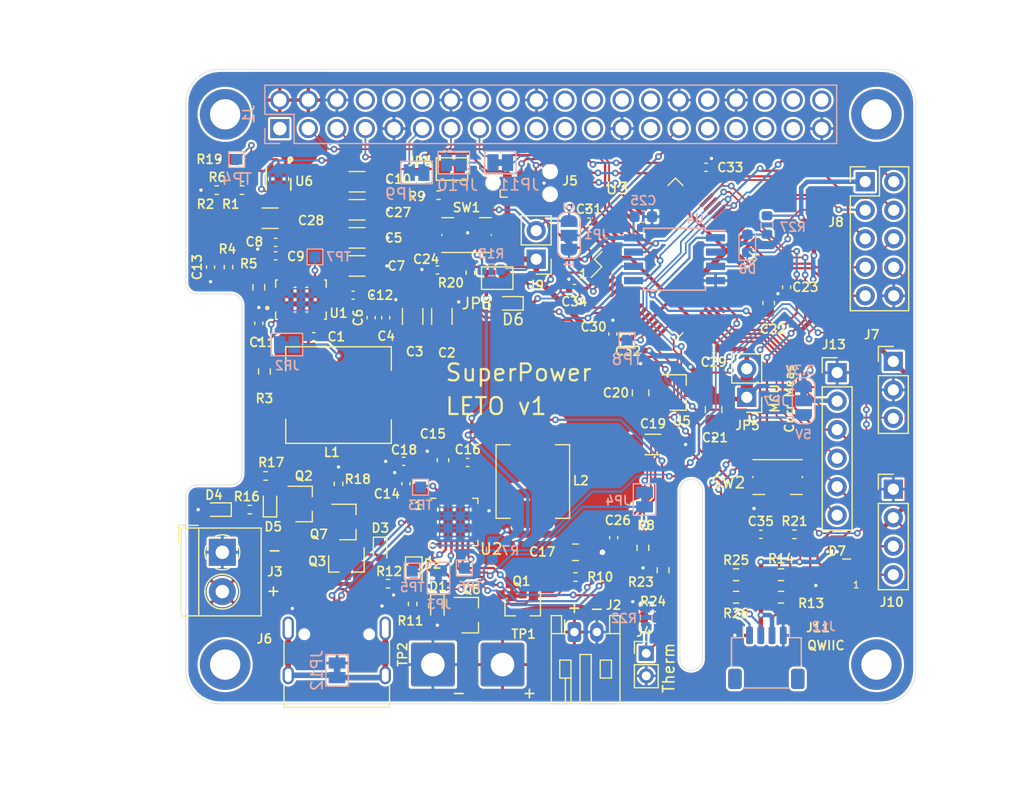
<source format=kicad_pcb>
(kicad_pcb (version 20171130) (host pcbnew "(5.1.8)-1")
  (title_block (title SuperPower-Leto) (date 2021-01-28) (rev 0.1) (company "SuperPower Team") (comment 1 "Drawn By: Seth Kazarians"))
  (layers (0 F.Cu signal) (31 B.Cu signal) (34 B.Paste user hide) (35 F.Paste user hide) (36 B.SilkS user hide) (37 F.SilkS user) (38 B.Mask user hide) (39 F.Mask user hide) (44 Edge.Cuts user))
  (net 0 "")
  (net 1 "Net-(C1-Pad2)")
  (net 2 "Net-(C1-Pad1)")
  (net 3 GND)
  (net 4 "Net-(C11-Pad1)")
  (net 5 "Net-(C12-Pad2)")
  (net 6 "Net-(C13-Pad1)")
  (net 7 "Net-(C16-Pad2)")
  (net 8 /Pi-Batt/BATT)
  (net 9 /Pi-Charger/PMID)
  (net 10 "Net-(C22-Pad2)")
  (net 11 +3V3)
  (net 12 /Pi-MCU/nRESET)
  (net 13 "Net-(D1-Pad1)")
  (net 14 "Net-(D2-Pad2)")
  (net 15 /Pi-Charger/STAT)
  (net 16 "Net-(D3-Pad2)")
  (net 17 "Net-(D3-Pad1)")
  (net 18 "Net-(D4-Pad1)")
  (net 19 "Net-(D5-Pad2)")
  (net 20 "Net-(J1-Pad40)")
  (net 21 "Net-(J1-Pad38)")
  (net 22 "Net-(J1-Pad37)")
  (net 23 "Net-(J1-Pad36)")
  (net 24 "Net-(J1-Pad35)")
  (net 25 "Net-(J1-Pad33)")
  (net 26 "Net-(J1-Pad32)")
  (net 27 "Net-(J1-Pad28)")
  (net 28 "Net-(J1-Pad27)")
  (net 29 "Net-(J1-Pad26)")
  (net 30 "Net-(J1-Pad24)")
  (net 31 "Net-(J1-Pad23)")
  (net 32 "Net-(J1-Pad21)")
  (net 33 "Net-(J1-Pad19)")
  (net 34 "Net-(J1-Pad12)")
  (net 35 "Net-(J1-Pad10)")
  (net 36 "Net-(J1-Pad8)")
  (net 37 /SCL)
  (net 38 "/Pi-Connection/Vin(5V)")
  (net 39 /SDA)
  (net 40 "Net-(J2-Pad1)")
  (net 41 "Net-(J3-Pad2)")
  (net 42 /Pi-Batt/Thermistor)
  (net 43 /Pi-MCU/SWO)
  (net 44 /Pi-MCU/SWCLK)
  (net 45 /Pi-MCU/SWDIO)
  (net 46 "Net-(J6-PadB8)")
  (net 47 "Net-(J6-PadA5)")
  (net 48 /Pi-Charger/D-)
  (net 49 /Pi-Charger/D+)
  (net 50 "Net-(J6-PadA8)")
  (net 51 "Net-(J6-PadB5)")
  (net 52 /Pi-MCU/CAN2_TX)
  (net 53 /Pi-MCU/CAN2_RX)
  (net 54 /Pi-MCU/CAN1_TX)
  (net 55 /Pi-MCU/CAN1_RX)
  (net 56 "Net-(Q1-Pad1)")
  (net 57 "Net-(Q2-Pad3)")
  (net 58 /Pi-MCU/GPIO0)
  (net 59 "Net-(R1-Pad2)")
  (net 60 "Net-(R3-Pad1)")
  (net 61 "Net-(R4-Pad1)")
  (net 62 "Net-(R5-Pad2)")
  (net 63 "Net-(TP3-Pad1)")
  (net 64 /Pi-Boost-Conv/EN)
  (net 65 "Net-(U3-Pad62)")
  (net 66 "Net-(U3-Pad61)")
  (net 67 "Net-(U3-Pad57)")
  (net 68 "Net-(U3-Pad56)")
  (net 69 "Net-(U3-Pad54)")
  (net 70 "Net-(U3-Pad53)")
  (net 71 "Net-(U3-Pad52)")
  (net 72 "Net-(U3-Pad51)")
  (net 73 "Net-(U3-Pad50)")
  (net 74 "Net-(U3-Pad43)")
  (net 75 "Net-(U3-Pad42)")
  (net 76 "Net-(U3-Pad39)")
  (net 77 "Net-(U3-Pad38)")
  (net 78 "Net-(U3-Pad37)")
  (net 79 "Net-(U3-Pad36)")
  (net 80 "Net-(U3-Pad35)")
  (net 81 "Net-(U3-Pad28)")
  (net 82 "Net-(U3-Pad27)")
  (net 83 "Net-(U3-Pad26)")
  (net 84 "Net-(U3-Pad24)")
  (net 85 "Net-(U3-Pad11)")
  (net 86 "Net-(U3-Pad10)")
  (net 87 "Net-(U3-Pad9)")
  (net 88 "Net-(U3-Pad6)")
  (net 89 "Net-(U3-Pad5)")
  (net 90 "Net-(U3-Pad4)")
  (net 91 "Net-(U3-Pad3)")
  (net 92 "Net-(J1-Pad17)")
  (net 93 "Net-(J1-Pad1)")
  (net 94 "Net-(J9-Pad2)")
  (net 95 /Pi-MCU/MOSI)
  (net 96 /Pi-MCU/SCK)
  (net 97 /Pi-MCU/Dotstar_data)
  (net 98 /Pi-MCU/Dotstar_clk)
  (net 99 "Net-(D8-Pad2)")
  (net 100 "Net-(JP3-Pad2)")
  (net 101 /Pi-Charger/IMEAS)
  (net 102 "Net-(JP4-Pad1)")
  (net 103 "Net-(TP5-Pad1)")
  (net 104 "Net-(TP6-Pad1)")
  (net 105 /Pi-MCU/MISO)
  (net 106 "Net-(TP7-Pad1)")
  (net 107 "Net-(J1-Pad18)")
  (net 108 "Net-(J1-Pad16)")
  (net 109 /Pi-Connection/GPIO4)
  (net 110 /Pi-MCU/UART_RX)
  (net 111 /Pi-Boost-Conv/Vin)
  (net 112 +5V)
  (net 113 /Pi-MCU/BL_Mode__Shutdown_Mode)
  (net 114 /Pi-MCU/HW_NSS)
  (net 115 "Net-(J13-Pad2)")
  (net 116 /Pi-MCU/BL_Trigger)
  (net 117 /Pi-MCU/Charger_INT)
  (net 118 /Pi-Output-Protection/~FLAG)
  (net 119 "Net-(R19-Pad1)")
  (net 120 /Pi-Charger/REGN)
  (net 121 /Pi-Charger/SW)
  (net 122 /Pi-MCU/3.3V_MCU)
  (net 123 "Net-(TP8-Pad1)")
  (net 124 /Pi-Charger/Vin)
  (net 125 "Net-(U4-Pad2)")
  (net 126 "Net-(C34-Pad2)")
  (net 127 "Net-(C25-Pad1)")
  (net 128 "Net-(J1-Pad31)")
  (net 129 "Net-(J1-Pad22)")
  (net 130 /Pi-Connection/GPIO22)
  (net 131 /Pi-Connection/GPIO27)
  (net 132 /Pi-Connection/GPIO17)
  (net 133 /SCL_RPi)
  (net 134 /SDA_RPi)
  (net 135 "Net-(J6-PadS1)")
  (net 136 /Pi-MCU/UART_TX_LED0)
  (net 137 /Pi-MCU/USER_BUTTON)
  (module SuperPower-RPi-KiCAD:PinSocket_2x20_P2.54mm_Vertical_With_Pogo (layer B.Cu) (at 58.37 55.27 270)
    (fp_text reference J1 (at -1.27 2.77 90) (layer B.SilkS) (effects (justify mirror)))
    (fp_text value Raspberry_Pi_2_3)
    (pad 40 thru_hole oval (at -2.54 -48.26 270) (size 1.7 1.7) (drill 1.2) (layers *.Cu *.Mask) (net 20 "Net-(J1-Pad40)"))
    (pad 39 thru_hole oval (at 0 -48.26 270) (size 1.7 1.7) (drill 1.2) (layers *.Cu *.Mask) (net 3 GND))
    (pad 38 thru_hole oval (at -2.54 -45.72 270) (size 1.7 1.7) (drill 1.2) (layers *.Cu *.Mask) (net 21 "Net-(J1-Pad38)"))
    (pad 37 thru_hole oval (at 0 -45.72 270) (size 1.7 1.7) (drill 1.2) (layers *.Cu *.Mask) (net 22 "Net-(J1-Pad37)"))
    (pad 36 thru_hole oval (at -2.54 -43.18 270) (size 1.7 1.7) (drill 1.2) (layers *.Cu *.Mask) (net 23 "Net-(J1-Pad36)"))
    (pad 35 thru_hole oval (at 0 -43.18 270) (size 1.7 1.7) (drill 1.2) (layers *.Cu *.Mask) (net 24 "Net-(J1-Pad35)"))
    (pad 34 thru_hole oval (at -2.54 -40.64 270) (size 1.7 1.7) (drill 1.2) (layers *.Cu *.Mask) (net 3 GND))
    (pad 33 thru_hole oval (at 0 -40.64 270) (size 1.7 1.7) (drill 1.2) (layers *.Cu *.Mask) (net 25 "Net-(J1-Pad33)"))
    (pad 32 thru_hole oval (at -2.54 -38.1 270) (size 1.7 1.7) (drill 1.2) (layers *.Cu *.Mask) (net 26 "Net-(J1-Pad32)"))
    (pad 31 thru_hole oval (at 0 -38.1 270) (size 1.7 1.7) (drill 1.2) (layers *.Cu *.Mask) (net 128 "Net-(J1-Pad31)"))
    (pad 30 thru_hole oval (at -2.54 -35.56 270) (size 1.7 1.7) (drill 1.2) (layers *.Cu *.Mask) (net 3 GND))
    (pad 29 thru_hole oval (at 0 -35.56 270) (size 1.7 1.7) (drill 1.2) (layers *.Cu *.Mask) (net 113 /Pi-MCU/BL_Mode__Shutdown_Mode))
    (pad 28 thru_hole oval (at -2.54 -33.02 270) (size 1.7 1.7) (drill 1.2) (layers *.Cu *.Mask) (net 27 "Net-(J1-Pad28)"))
    (pad 27 thru_hole oval (at 0 -33.02 270) (size 1.7 1.7) (drill 1.2) (layers *.Cu *.Mask) (net 28 "Net-(J1-Pad27)"))
    (pad 26 thru_hole oval (at -2.54 -30.48 270) (size 1.7 1.7) (drill 1.2) (layers *.Cu *.Mask) (net 29 "Net-(J1-Pad26)"))
    (pad 25 thru_hole oval (at 0 -30.48 270) (size 1.7 1.7) (drill 1.2) (layers *.Cu *.Mask) (net 3 GND))
    (pad 24 thru_hole oval (at -2.54 -27.94 270) (size 1.7 1.7) (drill 1.2) (layers *.Cu *.Mask) (net 30 "Net-(J1-Pad24)"))
    (pad 23 thru_hole oval (at 0 -27.94 270) (size 1.7 1.7) (drill 1.2) (layers *.Cu *.Mask) (net 31 "Net-(J1-Pad23)"))
    (pad 22 thru_hole oval (at -2.54 -25.4 270) (size 1.7 1.7) (drill 1.2) (layers *.Cu *.Mask) (net 129 "Net-(J1-Pad22)"))
    (pad 21 thru_hole oval (at 0 -25.4 270) (size 1.7 1.7) (drill 1.2) (layers *.Cu *.Mask) (net 32 "Net-(J1-Pad21)"))
    (pad 20 thru_hole oval (at -2.54 -22.86 270) (size 1.7 1.7) (drill 1.2) (layers *.Cu *.Mask) (net 3 GND))
    (pad 19 thru_hole oval (at 0 -22.86 270) (size 1.7 1.7) (drill 1.2) (layers *.Cu *.Mask) (net 33 "Net-(J1-Pad19)"))
    (pad 18 thru_hole oval (at -2.54 -20.32 270) (size 1.7 1.7) (drill 1.2) (layers *.Cu *.Mask) (net 107 "Net-(J1-Pad18)"))
    (pad 17 thru_hole oval (at 0 -20.32 270) (size 1.7 1.7) (drill 1.2) (layers *.Cu *.Mask) (net 92 "Net-(J1-Pad17)"))
    (pad 16 thru_hole oval (at -2.54 -17.78 270) (size 1.7 1.7) (drill 1.2) (layers *.Cu *.Mask) (net 108 "Net-(J1-Pad16)"))
    (pad 15 thru_hole oval (at 0 -17.78 270) (size 1.7 1.7) (drill 1.2) (layers *.Cu *.Mask) (net 130 /Pi-Connection/GPIO22))
    (pad 14 thru_hole oval (at -2.54 -15.24 270) (size 1.7 1.7) (drill 1.2) (layers *.Cu *.Mask) (net 3 GND))
    (pad 13 thru_hole oval (at 0 -15.24 270) (size 1.7 1.7) (drill 1.2) (layers *.Cu *.Mask) (net 131 /Pi-Connection/GPIO27))
    (pad 12 thru_hole oval (at -2.54 -12.7 270) (size 1.7 1.7) (drill 1.2) (layers *.Cu *.Mask) (net 34 "Net-(J1-Pad12)"))
    (pad 11 thru_hole oval (at 0 -12.7 270) (size 1.7 1.7) (drill 1.2) (layers *.Cu *.Mask) (net 132 /Pi-Connection/GPIO17))
    (pad 10 thru_hole oval (at -2.54 -10.16 270) (size 1.7 1.7) (drill 1.2) (layers *.Cu *.Mask) (net 35 "Net-(J1-Pad10)"))
    (pad 9 thru_hole oval (at 0 -10.16 270) (size 1.7 1.7) (drill 1.2) (layers *.Cu *.Mask) (net 3 GND))
    (pad 8 thru_hole oval (at -2.54 -7.62 270) (size 1.7 1.7) (drill 1.2) (layers *.Cu *.Mask) (net 36 "Net-(J1-Pad8)"))
    (pad 7 thru_hole oval (at 0 -7.62 270) (size 1.7 1.7) (drill 1.2) (layers *.Cu *.Mask) (net 109 /Pi-Connection/GPIO4))
    (pad 6 thru_hole oval (at -2.54 -5.08 270) (size 1.7 1.7) (drill 1.2) (layers *.Cu *.Mask) (net 3 GND))
    (pad 5 thru_hole oval (at 0 -5.08 270) (size 1.7 1.7) (drill 1.2) (layers *.Cu *.Mask) (net 133 /SCL_RPi))
    (pad 4 thru_hole oval (at -2.54 -2.54 270) (size 1.7 1.7) (drill 1.2) (layers *.Cu *.Mask) (net 38 "/Pi-Connection/Vin(5V)"))
    (pad 3 thru_hole oval (at 0 -2.54 270) (size 1.7 1.7) (drill 1.2) (layers *.Cu *.Mask) (net 134 /SDA_RPi))
    (pad 2 thru_hole oval (at -2.54 0 270) (size 1.7 1.7) (drill 1.2) (layers *.Cu *.Mask) (net 38 "/Pi-Connection/Vin(5V)"))
    (pad 1 thru_hole rect (at 0 0 270) (size 1.7 1.7) (drill 1.2) (layers *.Cu *.Mask) (net 93 "Net-(J1-Pad1)"))
  )
  (module Button_Switch_SMD:SW_Push_1P1T-SH_NO_CK_KMR2xxG (layer F.Cu) (at 102.7 86.3 180)
    (fp_text reference SW2 (at 4.4 -0.5) (layer F.SilkS))
    (fp_text value Tact)
    (pad SH smd rect (at 0 -1.425 180) (size 1.7 0.55) (layers F.Cu F.Paste F.Mask))
    (pad 1 smd rect (at -2.05 -0.8 180) (size 0.9 1) (layers F.Cu F.Paste F.Mask) (net 3 GND))
    (pad 2 smd rect (at -2.05 0.8 180) (size 0.9 1) (layers F.Cu F.Paste F.Mask) (net 137 /Pi-MCU/USER_BUTTON))
    (pad 1 smd rect (at 2.05 -0.8 180) (size 0.9 1) (layers F.Cu F.Paste F.Mask) (net 3 GND))
    (pad 2 smd rect (at 2.05 0.8 180) (size 0.9 1) (layers F.Cu F.Paste F.Mask) (net 137 /Pi-MCU/USER_BUTTON))
  )
  (module Resistor_SMD:R_0402_1005Metric (layer F.Cu) (at 104.2 91.4)
    (fp_text reference R21 (at 0 -1.17) (layer F.SilkS) (effects (font (size 0.8 0.8))))
    (fp_text value 100k)
    (pad 2 smd roundrect (at 0.51 0) (size 0.54 0.64) (layers F.Cu F.Paste F.Mask) (net 11 +3V3))
    (pad 1 smd roundrect (at -0.51 0) (size 0.54 0.64) (layers F.Cu F.Paste F.Mask) (net 137 /Pi-MCU/USER_BUTTON))
  )
  (module Capacitor_SMD:C_0402_1005Metric (layer F.Cu) (at 101.2 91.4)
    (fp_text reference C35 (at 0 -1.16) (layer F.SilkS) (effects (font (size 0.8 0.8))))
    (fp_text value 0.1uF)
    (pad 2 smd roundrect (at 0.48 0) (size 0.56 0.62) (layers F.Cu F.Paste F.Mask) (net 137 /Pi-MCU/USER_BUTTON))
    (pad 1 smd roundrect (at -0.48 0) (size 0.56 0.62) (layers F.Cu F.Paste F.Mask) (net 3 GND))
  )
  (module Jumper:SolderJumper-2_P1.3mm_Bridged_Pad1.0x1.5mm (layer B.Cu) (at 63.47 103.51 270)
    (fp_text reference JP12 (at 0 1.8 90) (layer B.SilkS) (effects (justify mirror)))
    (fp_text value Jumper_NC_Small)
    (fp_poly (pts (xy -0.25 0.3) (xy 0.25 0.3) (xy 0.25 -0.3) (xy -0.25 -0.3)) (layer B.Cu) (width 0))
    (pad 2 smd rect (at 0.65 0 270) (size 1 1.5) (layers B.Cu B.Mask) (net 135 "Net-(J6-PadS1)"))
    (pad 1 smd rect (at -0.65 0 270) (size 1 1.5) (layers B.Cu B.Mask) (net 3 GND))
  )
  (module Capacitor_SMD:C_0402_1005Metric (layer F.Cu) (at 72.41 67.86)
    (fp_text reference C24 (at -1.01 -0.96) (layer F.SilkS) (effects (font (size 0.8 0.8))))
    (fp_text value 0.1uF)
    (pad 2 smd roundrect (at 0.48 0) (size 0.56 0.62) (layers F.Cu F.Paste F.Mask) (net 12 /Pi-MCU/nRESET))
    (pad 1 smd roundrect (at -0.48 0) (size 0.56 0.62) (layers F.Cu F.Paste F.Mask) (net 3 GND))
  )
  (module Jumper:SolderJumper-2_P1.3mm_Bridged_Pad1.0x1.5mm (layer B.Cu) (at 78 58.3 180)
    (fp_text reference JP11 (at -1.68 -1.97) (layer B.SilkS) (effects (justify mirror)))
    (fp_text value Jumper_NC_Small)
    (fp_poly (pts (xy -0.25 0.3) (xy 0.25 0.3) (xy 0.25 -0.3) (xy -0.25 -0.3)) (layer B.Cu) (width 0))
    (pad 2 smd rect (at 0.65 0 180) (size 1 1.5) (layers B.Cu B.Mask) (net 130 /Pi-Connection/GPIO22))
    (pad 1 smd rect (at -0.65 0 180) (size 1 1.5) (layers B.Cu B.Mask) (net 43 /Pi-MCU/SWO))
  )
  (module Jumper:SolderJumper-2_P1.3mm_Bridged_Pad1.0x1.5mm (layer B.Cu) (at 73.87 58.3 180)
    (fp_text reference JP10 (at -0.33 -2) (layer B.SilkS) (effects (justify mirror)))
    (fp_text value Jumper_NC_Small)
    (fp_poly (pts (xy -0.25 0.3) (xy 0.25 0.3) (xy 0.25 -0.3) (xy -0.25 -0.3)) (layer B.Cu) (width 0))
    (pad 2 smd rect (at 0.65 0 180) (size 1 1.5) (layers B.Cu B.Mask) (net 131 /Pi-Connection/GPIO27))
    (pad 1 smd rect (at -0.65 0 180) (size 1 1.5) (layers B.Cu B.Mask) (net 44 /Pi-MCU/SWCLK))
  )
  (module Jumper:SolderJumper-2_P1.3mm_Bridged_Pad1.0x1.5mm (layer B.Cu) (at 70.55 59.18 180)
    (fp_text reference JP9 (at 1.45 -1.92) (layer B.SilkS) (effects (justify mirror)))
    (fp_text value Jumper_NC_Small)
    (fp_poly (pts (xy -0.25 0.3) (xy 0.25 0.3) (xy 0.25 -0.3) (xy -0.25 -0.3)) (layer B.Cu) (width 0))
    (pad 2 smd rect (at 0.65 0 180) (size 1 1.5) (layers B.Cu B.Mask) (net 132 /Pi-Connection/GPIO17))
    (pad 1 smd rect (at -0.65 0 180) (size 1 1.5) (layers B.Cu B.Mask) (net 45 /Pi-MCU/SWDIO))
  )
  (module Jumper:SolderJumper-2_P1.3mm_Open_Pad1.0x1.5mm (layer F.Cu) (at 77.73 68.59 180)
    (fp_text reference JP8 (at 1.81 -2.26 180) (layer F.SilkS))
    (fp_text value Jumper_NO_Small)
    (pad 2 smd rect (at 0.65 0 180) (size 1 1.5) (layers F.Cu F.Mask) (net 8 /Pi-Batt/BATT))
    (pad 1 smd rect (at -0.65 0 180) (size 1 1.5) (layers F.Cu F.Mask) (net 127 "Net-(C25-Pad1)"))
  )
  (module Diode_SMD:D_SOD-523 (layer F.Cu) (at 78.89 70.83 180)
    (fp_text reference D6 (at -0.25 -1.43) (layer F.SilkS))
    (fp_text value BZT585B13T-7)
    (pad 1 smd rect (at -0.7 0) (size 0.6 0.7) (layers F.Cu F.Paste F.Mask) (net 126 "Net-(C34-Pad2)"))
    (pad 2 smd rect (at 0.7 0) (size 0.6 0.7) (layers F.Cu F.Paste F.Mask) (net 8 /Pi-Batt/BATT))
  )
  (module TestPoint:TestPoint_Pad_1.0x1.0mm (layer B.Cu) (at 89.29 74.13)
    (fp_text reference TP8 (at -0.02 1.68) (layer B.SilkS) (effects (justify mirror)))
    (fp_text value DNP)
    (pad 1 smd rect (at 0 0) (size 1 1) (layers B.Cu B.Mask) (net 123 "Net-(TP8-Pad1)"))
  )
  (module TestPoint:TestPoint_Pad_1.0x1.0mm (layer B.Cu) (at 54.54 58.02)
    (fp_text reference TP4 (at -0.02 1.74) (layer B.SilkS) (effects (justify mirror)))
    (fp_text value DNP)
    (pad 1 smd rect (at 0 0) (size 1 1) (layers B.Cu B.Mask) (net 119 "Net-(R19-Pad1)"))
  )
  (module Resistor_SMD:R_0402_1005Metric (layer F.Cu) (at 75.34 68.1 90)
    (fp_text reference R20 (at -0.9 -1.74) (layer F.SilkS) (effects (font (size 0.8 0.8))))
    (fp_text value 100k)
    (pad 2 smd roundrect (at 0.51 0 90) (size 0.54 0.64) (layers F.Cu F.Paste F.Mask) (net 11 +3V3))
    (pad 1 smd roundrect (at -0.51 0 90) (size 0.54 0.64) (layers F.Cu F.Paste F.Mask) (net 58 /Pi-MCU/GPIO0))
  )
  (module Capacitor_SMD:C_0603_1608Metric (layer B.Cu) (at 90.74 63.11)
    (fp_text reference C25 (at 0 -1.43) (layer B.SilkS) (effects (font (size 0.8 0.8)) (justify mirror)))
    (fp_text value DNP)
    (pad 1 smd roundrect (at -0.775 0) (size 0.9 0.95) (layers B.Cu B.Paste B.Mask) (net 127 "Net-(C25-Pad1)"))
    (pad 2 smd roundrect (at 0.775 0) (size 0.9 0.95) (layers B.Cu B.Paste B.Mask) (net 3 GND))
  )
  (module Connector_JST:JST_PH_S2B-PH-K_1x02_P2.00mm_Horizontal (layer F.Cu) (at 84.6 100.1)
    (fp_text reference J2 (at 3.5 -2.4) (layer F.SilkS) (effects (font (size 0.8 0.8))))
    (fp_text value JST-PH)
    (pad 2 thru_hole oval (at 2 0) (size 1.2 1.75) (drill 0.75) (layers *.Cu *.Mask) (net 3 GND))
    (pad 1 thru_hole roundrect (at 0 0) (size 1.2 1.75) (drill 0.75) (layers *.Cu *.Mask) (roundrect_rratio 0.2083325) (net 40 "Net-(J2-Pad1)"))
  )
  (module SuperPower-RPi-KiCAD:Texas_S-PWQFN-N24_EP2.7x2.7mm_ThermalVias (layer F.Cu) (at 73.9 90.3)
    (fp_text reference U2 (at 3.3 2.4) (layer F.SilkS))
    (fp_text value BQ25895RTW)
    (pad 1 smd roundrect (at -1.9625 -1.25) (size 0.825 0.25) (layers F.Cu F.Paste F.Mask) (net 124 /Pi-Charger/Vin))
    (pad 2 smd roundrect (at -1.9625 -0.75) (size 0.825 0.25) (layers F.Cu F.Paste F.Mask) (net 49 /Pi-Charger/D+))
    (pad 3 smd roundrect (at -1.9625 -0.25) (size 0.825 0.25) (layers F.Cu F.Paste F.Mask) (net 48 /Pi-Charger/D-))
    (pad 4 smd roundrect (at -1.9625 0.25) (size 0.825 0.25) (layers F.Cu F.Paste F.Mask) (net 15 /Pi-Charger/STAT))
    (pad 5 smd roundrect (at -1.9625 0.75) (size 0.825 0.25) (layers F.Cu F.Paste F.Mask) (net 37 /SCL))
    (pad 6 smd roundrect (at -1.9625 1.25) (size 0.825 0.25) (layers F.Cu F.Paste F.Mask) (net 39 /SDA))
    (pad 7 smd roundrect (at -1.25 1.9625) (size 0.25 0.825) (layers F.Cu F.Paste F.Mask) (net 117 /Pi-MCU/Charger_INT))
    (pad 8 smd roundrect (at -0.75 1.9625) (size 0.25 0.825) (layers F.Cu F.Paste F.Mask) (net 103 "Net-(TP5-Pad1)"))
    (pad 9 smd roundrect (at -0.25 1.9625) (size 0.25 0.825) (layers F.Cu F.Paste F.Mask) (net 100 "Net-(JP3-Pad2)"))
    (pad 10 smd roundrect (at 0.25 1.9625) (size 0.25 0.825) (layers F.Cu F.Paste F.Mask) (net 101 /Pi-Charger/IMEAS))
    (pad 11 smd roundrect (at 0.75 1.9625) (size 0.25 0.825) (layers F.Cu F.Paste F.Mask) (net 42 /Pi-Batt/Thermistor))
    (pad 12 smd roundrect (at 1.25 1.9625) (size 0.25 0.825) (layers F.Cu F.Paste F.Mask) (net 104 "Net-(TP6-Pad1)"))
    (pad 13 smd roundrect (at 1.9625 1.25) (size 0.825 0.25) (layers F.Cu F.Paste F.Mask) (net 8 /Pi-Batt/BATT))
    (pad 14 smd roundrect (at 1.9625 0.75) (size 0.825 0.25) (layers F.Cu F.Paste F.Mask) (net 8 /Pi-Batt/BATT))
    (pad 15 smd roundrect (at 1.9625 0.25) (size 0.825 0.25) (layers F.Cu F.Paste F.Mask) (net 111 /Pi-Boost-Conv/Vin))
    (pad 16 smd roundrect (at 1.9625 -0.25) (size 0.825 0.25) (layers F.Cu F.Paste F.Mask) (net 111 /Pi-Boost-Conv/Vin))
    (pad 17 smd roundrect (at 1.9625 -0.75) (size 0.825 0.25) (layers F.Cu F.Paste F.Mask) (net 3 GND))
    (pad 18 smd roundrect (at 1.9625 -1.25) (size 0.825 0.25) (layers F.Cu F.Paste F.Mask) (net 3 GND))
    (pad 19 smd roundrect (at 1.25 -1.9625) (size 0.25 0.825) (layers F.Cu F.Paste F.Mask) (net 121 /Pi-Charger/SW))
    (pad 20 smd roundrect (at 0.75 -1.9625) (size 0.25 0.825) (layers F.Cu F.Paste F.Mask) (net 121 /Pi-Charger/SW))
    (pad 21 smd roundrect (at 0.25 -1.9625) (size 0.25 0.825) (layers F.Cu F.Paste F.Mask) (net 7 "Net-(C16-Pad2)"))
    (pad 22 smd roundrect (at -0.25 -1.9625) (size 0.25 0.825) (layers F.Cu F.Paste F.Mask) (net 120 /Pi-Charger/REGN))
    (pad 23 smd roundrect (at -0.75 -1.9625) (size 0.25 0.825) (layers F.Cu F.Paste F.Mask) (net 9 /Pi-Charger/PMID))
    (pad 24 smd roundrect (at -1.25 -1.9625) (size 0.25 0.825) (layers F.Cu F.Paste F.Mask) (net 63 "Net-(TP3-Pad1)"))
    (pad 25 smd rect (at 0 0) (size 2.7 2.7) (layers F.Cu F.Mask) (net 3 GND))
    (pad 25 thru_hole circle (at -1.1 -1.1) (size 0.5 0.5) (drill 0.3) (layers *.Cu) (net 3 GND))
    (pad 25 thru_hole circle (at 0 -1.1) (size 0.5 0.5) (drill 0.3) (layers *.Cu) (net 3 GND))
    (pad 25 thru_hole circle (at 1.1 -1.1) (size 0.5 0.5) (drill 0.3) (layers *.Cu) (net 3 GND))
    (pad 25 thru_hole circle (at -1.1 0) (size 0.5 0.5) (drill 0.3) (layers *.Cu) (net 3 GND))
    (pad 25 thru_hole circle (at 0 0) (size 0.5 0.5) (drill 0.3) (layers *.Cu) (net 3 GND))
    (pad 25 thru_hole circle (at 1.1 0) (size 0.5 0.5) (drill 0.3) (layers *.Cu) (net 3 GND))
    (pad 25 thru_hole circle (at -1.1 1.1) (size 0.5 0.5) (drill 0.3) (layers *.Cu) (net 3 GND))
    (pad 25 thru_hole circle (at 0 1.1) (size 0.5 0.5) (drill 0.3) (layers *.Cu) (net 3 GND))
    (pad 25 thru_hole circle (at 1.1 1.1) (size 0.5 0.5) (drill 0.3) (layers *.Cu) (net 3 GND))
  )
  (module Capacitor_SMD:C_0805_2012Metric (layer F.Cu) (at 84.7 93)
    (fp_text reference C17 (at -2.96 -0.04) (layer F.SilkS) (effects (font (size 0.8 0.8))))
    (fp_text value 10uF)
    (pad 2 smd roundrect (at 0.95 0) (size 1 1.45) (layers F.Cu F.Paste F.Mask) (net 3 GND))
    (pad 1 smd roundrect (at -0.95 0) (size 1 1.45) (layers F.Cu F.Paste F.Mask) (net 8 /Pi-Batt/BATT))
  )
  (module Package_TO_SOT_SMD:SOT-23 (layer F.Cu) (at 75.3 98.6)
    (fp_text reference Q6 (at 0.16 -2.3) (layer F.SilkS) (effects (font (size 0.8 0.8))))
    (fp_text value 2N7002-7-F)
    (pad 3 smd rect (at 1 0) (size 0.9 0.8) (layers F.Cu F.Paste F.Mask) (net 56 "Net-(Q1-Pad1)"))
    (pad 2 smd rect (at -1 0.95) (size 0.9 0.8) (layers F.Cu F.Paste F.Mask) (net 3 GND))
    (pad 1 smd rect (at -1 -0.95) (size 0.9 0.8) (layers F.Cu F.Paste F.Mask) (net 13 "Net-(D1-Pad1)"))
  )
  (module Resistor_SMD:R_0402_1005Metric (layer F.Cu) (at 70.2 97.6 90)
    (fp_text reference R11 (at -1.5 -0.2 180) (layer F.SilkS) (effects (font (size 0.8 0.8))))
    (fp_text value 100k)
    (pad 2 smd roundrect (at 0.51 0 90) (size 0.54 0.64) (layers F.Cu F.Paste F.Mask) (net 13 "Net-(D1-Pad1)"))
    (pad 1 smd roundrect (at -0.51 0 90) (size 0.54 0.64) (layers F.Cu F.Paste F.Mask) (net 40 "Net-(J2-Pad1)"))
  )
  (module TestPoint:TestPoint_Pad_1.0x1.0mm (layer B.Cu) (at 70.9 87.2)
    (fp_text reference TP3 (at -0.02 1.6) (layer B.SilkS) (effects (font (size 0.8 0.8)) (justify mirror)))
    (fp_text value DNP)
    (pad 1 smd rect (at 0 0) (size 1 1) (layers B.Cu B.Mask) (net 63 "Net-(TP3-Pad1)"))
  )
  (module SuperPower-RPi-KiCAD:UDFN-6-1EP_2x2mm_P0.65mm_EP0.95x1.7mm (layer F.Cu) (at 58.25 59.75 270)
    (fp_text reference U6 (at 0.2 -2.28 180) (layer F.SilkS) (effects (font (size 0.8 0.8))))
    (fp_text value NCP380HMU21AATBG)
    (pad 7 thru_hole circle (at 0 0.5 270) (size 0.5 0.5) (drill 0.3) (layers *.Cu *.Mask) (net 3 GND))
    (pad 7 thru_hole circle (at 0 -0.5 270) (size 0.5 0.5) (drill 0.3) (layers *.Cu *.Mask) (net 3 GND))
    (pad 7 smd rect (at 0 0 270) (size 0.95 1.7) (layers F.Cu F.Mask) (net 3 GND))
    (pad 6 smd rect (at 1.05 -0.65 270) (size 0.65 0.4) (layers F.Cu F.Paste F.Mask) (net 112 +5V))
    (pad 5 smd rect (at 1.05 0 270) (size 0.65 0.4) (layers F.Cu F.Paste F.Mask) (net 3 GND))
    (pad 4 smd rect (at 1.05 0.65 270) (size 0.65 0.4) (layers F.Cu F.Paste F.Mask) (net 58 /Pi-MCU/GPIO0))
    (pad 3 smd rect (at -1.05 0.65 270) (size 0.65 0.4) (layers F.Cu F.Paste F.Mask) (net 118 /Pi-Output-Protection/~FLAG))
    (pad 2 smd rect (at -1.05 0 270) (size 0.65 0.4) (layers F.Cu F.Paste F.Mask) (net 119 "Net-(R19-Pad1)"))
    (pad 1 smd rect (at -1.05 -0.65 270) (size 0.65 0.4) (layers F.Cu F.Paste F.Mask) (net 38 "/Pi-Connection/Vin(5V)"))
  )
  (module Resistor_SMD:R_0603_1608Metric (layer F.Cu) (at 55 58 180)
    (fp_text reference R19 (at 2.9 0) (layer F.SilkS) (effects (font (size 0.8 0.8))))
    (fp_text value DNP)
    (pad 2 smd roundrect (at 0.825 0 180) (size 0.8 0.95) (layers F.Cu F.Paste F.Mask) (net 3 GND))
    (pad 1 smd roundrect (at -0.825 0 180) (size 0.8 0.95) (layers F.Cu F.Paste F.Mask) (net 119 "Net-(R19-Pad1)"))
  )
  (module Package_TO_SOT_SMD:SOT-23 (layer F.Cu) (at 93.8 78.77)
    (fp_text reference U5 (at 0.37 2.54) (layer F.SilkS) (effects (font (size 0.8 0.8))))
    (fp_text value ME6210A33M3G)
    (pad 3 smd rect (at 1 0) (size 0.9 0.8) (layers F.Cu F.Paste F.Mask) (net 11 +3V3))
    (pad 2 smd rect (at -1 0.95) (size 0.9 0.8) (layers F.Cu F.Paste F.Mask) (net 111 /Pi-Boost-Conv/Vin))
    (pad 1 smd rect (at -1 -0.95) (size 0.9 0.8) (layers F.Cu F.Paste F.Mask) (net 3 GND))
  )
  (module Jumper:SolderJumper-3_P1.3mm_Bridged12_RoundedPad1.0x1.5mm_NumberLabels (layer B.Cu) (at 105.01 79.5 270)
    (fp_text reference JP7 (at 0.06 2.49 180) (layer B.SilkS) (effects (font (size 0.8 0.8)) (justify mirror)))
    (fp_text value DNP)
    (fp_poly (pts (xy -0.9 0.3) (xy -0.4 0.3) (xy -0.4 -0.3) (xy -0.9 -0.3)) (layer B.Cu) (width 0))
    (pad 1 smd custom (at -1.3 0 270) (size 1 0.5) (layers B.Cu B.Mask) (net 11 +3V3) (options (clearance outline) (anchor rect)) (primitives (gr_poly (pts (xy 0.55 0.75) (xy 0 0.75) (xy 0 -0.75) (xy 0.55 -0.75)) (width 0)) (gr_circle (center 0 -0.25) (end 0.5 -0.25) (width 0)) (gr_circle (center 0 0.25) (end 0.5 0.25) (width 0))))
    (pad 2 smd rect (at 0 0 270) (size 1 1.5) (layers B.Cu B.Mask) (net 115 "Net-(J13-Pad2)"))
    (pad 3 smd custom (at 1.3 0 270) (size 1 0.5) (layers B.Cu B.Mask) (net 112 +5V) (options (clearance outline) (anchor rect)) (primitives (gr_circle (center 0 -0.25) (end 0.5 -0.25) (width 0)) (gr_circle (center 0 0.25) (end 0.5 0.25) (width 0)) (gr_poly (pts (xy -0.55 0.75) (xy 0 0.75) (xy 0 -0.75) (xy -0.55 -0.75)) (width 0))))
  )
  (module Jumper:SolderJumper-3_P1.3mm_Bridged12_RoundedPad1.0x1.5mm_NumberLabels (layer B.Cu) (at 84.13 64.78 90)
    (fp_text reference JP1 (at 0.08 2.41 180) (layer B.SilkS) (effects (font (size 0.8 0.8)) (justify mirror)))
    (fp_text value DNP)
    (fp_poly (pts (xy -0.9 0.3) (xy -0.4 0.3) (xy -0.4 -0.3) (xy -0.9 -0.3)) (layer B.Cu) (width 0))
    (fp_text user 1 (at -2.6 0 90) (layer B.SilkS) (effects (font (size 0.8 0.8)) (justify mirror)))
    (fp_text user 3 (at 2.6 0 90) (layer B.SilkS) (effects (font (size 0.8 0.8)) (justify mirror)))
    (pad 1 smd custom (at -1.3 0 90) (size 1 0.5) (layers B.Cu B.Mask) (net 116 /Pi-MCU/BL_Trigger) (options (clearance outline) (anchor rect)) (primitives (gr_poly (pts (xy 0.55 0.75) (xy 0 0.75) (xy 0 -0.75) (xy 0.55 -0.75)) (width 0)) (gr_circle (center 0 -0.25) (end 0.5 -0.25) (width 0)) (gr_circle (center 0 0.25) (end 0.5 0.25) (width 0))))
    (pad 2 smd rect (at 0 0 90) (size 1 1.5) (layers B.Cu B.Mask) (net 113 /Pi-MCU/BL_Mode__Shutdown_Mode))
    (pad 3 smd custom (at 1.3 0 90) (size 1 0.5) (layers B.Cu B.Mask) (net 94 "Net-(J9-Pad2)") (options (clearance outline) (anchor rect)) (primitives (gr_circle (center 0 -0.25) (end 0.5 -0.25) (width 0)) (gr_circle (center 0 0.25) (end 0.5 0.25) (width 0)) (gr_poly (pts (xy -0.55 0.75) (xy 0 0.75) (xy 0 -0.75) (xy -0.55 -0.75)) (width 0))))
  )
  (module Connector_PinHeader_2.54mm:PinHeader_1x06_P2.54mm_Vertical (layer F.Cu) (at 108 77)
    (fp_text reference J13 (at -0.3 -2.5) (layer F.SilkS) (effects (font (size 0.8 0.8))))
    (fp_text value Conn_01x06)
    (pad 6 thru_hole oval (at 0 12.7) (size 1.7 1.7) (drill 1) (layers *.Cu *.Mask) (net 114 /Pi-MCU/HW_NSS))
    (pad 5 thru_hole oval (at 0 10.16) (size 1.7 1.7) (drill 1) (layers *.Cu *.Mask) (net 96 /Pi-MCU/SCK))
    (pad 4 thru_hole oval (at 0 7.62) (size 1.7 1.7) (drill 1) (layers *.Cu *.Mask) (net 105 /Pi-MCU/MISO))
    (pad 3 thru_hole oval (at 0 5.08) (size 1.7 1.7) (drill 1) (layers *.Cu *.Mask) (net 95 /Pi-MCU/MOSI))
    (pad 2 thru_hole oval (at 0 2.54) (size 1.7 1.7) (drill 1) (layers *.Cu *.Mask) (net 115 "Net-(J13-Pad2)"))
    (pad 1 thru_hole rect (at 0 0) (size 1.7 1.7) (drill 1) (layers *.Cu *.Mask) (net 3 GND))
  )
  (module Capacitor_SMD:C_0805_2012Metric (layer F.Cu) (at 97 80.3 90)
    (fp_text reference C21 (at -2.49 0.12 180) (layer F.SilkS) (effects (font (size 0.8 0.8))))
    (fp_text value 10uF)
    (pad 2 smd roundrect (at 0.95 0 90) (size 1 1.45) (layers F.Cu F.Paste F.Mask) (net 11 +3V3))
    (pad 1 smd roundrect (at -0.95 0 90) (size 1 1.45) (layers F.Cu F.Paste F.Mask) (net 3 GND))
  )
  (module Capacitor_SMD:C_0805_2012Metric (layer F.Cu) (at 90.5 78.8 270)
    (fp_text reference C20 (at 0 2.2 180) (layer F.SilkS) (effects (font (size 0.8 0.8))))
    (fp_text value 10uF)
    (pad 2 smd roundrect (at 0.95 0 270) (size 1 1.45) (layers F.Cu F.Paste F.Mask) (net 111 /Pi-Boost-Conv/Vin))
    (pad 1 smd roundrect (at -0.95 0 270) (size 1 1.45) (layers F.Cu F.Paste F.Mask) (net 3 GND))
  )
  (module Capacitor_SMD:C_0402_1005Metric (layer F.Cu) (at 89.19 73.56 90)
    (fp_text reference C32 (at -1.53 0.18 180) (layer F.SilkS) (effects (font (size 0.8 0.8))))
    (fp_text value 1.0uF)
    (pad 2 smd roundrect (at 0.48 0 90) (size 0.56 0.62) (layers F.Cu F.Paste F.Mask) (net 3 GND))
    (pad 1 smd roundrect (at -0.48 0 90) (size 0.56 0.62) (layers F.Cu F.Paste F.Mask) (net 122 /Pi-MCU/3.3V_MCU))
  )
  (module Capacitor_SMD:C_0402_1005Metric (layer F.Cu) (at 88.03 73.56 90)
    (fp_text reference C30 (at 0.64 -1.72 180) (layer F.SilkS) (effects (font (size 0.8 0.8))))
    (fp_text value 10nF)
    (pad 2 smd roundrect (at 0.48 0 90) (size 0.56 0.62) (layers F.Cu F.Paste F.Mask) (net 3 GND))
    (pad 1 smd roundrect (at -0.48 0 90) (size 0.56 0.62) (layers F.Cu F.Paste F.Mask) (net 122 /Pi-MCU/3.3V_MCU))
  )
  (module Capacitor_SMD:C_0402_1005Metric (layer F.Cu) (at 88.1 91.7 270)
    (fp_text reference C26 (at -1.55 -0.37 180) (layer F.SilkS) (effects (font (size 0.8 0.8))))
    (fp_text value 1.0uF)
    (pad 2 smd roundrect (at 0.48 0 270) (size 0.56 0.62) (layers F.Cu F.Paste F.Mask) (net 3 GND))
    (pad 1 smd roundrect (at -0.48 0 270) (size 0.56 0.62) (layers F.Cu F.Paste F.Mask) (net 111 /Pi-Boost-Conv/Vin))
  )
  (module Capacitor_SMD:C_0402_1005Metric (layer F.Cu) (at 69.4 84.9 180)
    (fp_text reference C18 (at -0.03 1.02) (layer F.SilkS) (effects (font (size 0.8 0.8))))
    (fp_text value 1.0uF)
    (pad 2 smd roundrect (at 0.48 0 180) (size 0.56 0.62) (layers F.Cu F.Paste F.Mask) (net 3 GND))
    (pad 1 smd roundrect (at -0.48 0 180) (size 0.56 0.62) (layers F.Cu F.Paste F.Mask) (net 9 /Pi-Charger/PMID))
  )
  (module Capacitor_SMD:C_0402_1005Metric (layer F.Cu) (at 69.6 86.9 90)
    (fp_text reference C14 (at -0.9 -1.7 180) (layer F.SilkS) (effects (font (size 0.8 0.8))))
    (fp_text value 1.0uF)
    (pad 2 smd roundrect (at 0.48 0 90) (size 0.56 0.62) (layers F.Cu F.Paste F.Mask) (net 3 GND))
    (pad 1 smd roundrect (at -0.48 0 90) (size 0.56 0.62) (layers F.Cu F.Paste F.Mask) (net 124 /Pi-Charger/Vin))
  )
  (module Capacitor_SMD:C_0402_1005Metric (layer F.Cu) (at 56.5 72.6 270)
    (fp_text reference C11 (at 1.7 -0.3) (layer F.SilkS) (effects (font (size 0.8 0.8))))
    (fp_text value 1.0uF)
    (pad 2 smd roundrect (at 0.48 0 270) (size 0.56 0.62) (layers F.Cu F.Paste F.Mask) (net 3 GND))
    (pad 1 smd roundrect (at -0.48 0 270) (size 0.56 0.62) (layers F.Cu F.Paste F.Mask) (net 4 "Net-(C11-Pad1)"))
  )
  (module Capacitor_SMD:C_0402_1005Metric (layer F.Cu) (at 58 65.4 180)
    (fp_text reference C8 (at 1.9 0.05) (layer F.SilkS) (effects (font (size 0.8 0.8))))
    (fp_text value 1.0uF)
    (pad 2 smd roundrect (at 0.48 0 180) (size 0.56 0.62) (layers F.Cu F.Paste F.Mask) (net 3 GND))
    (pad 1 smd roundrect (at -0.48 0 180) (size 0.56 0.62) (layers F.Cu F.Paste F.Mask) (net 112 +5V))
  )
  (module Capacitor_SMD:C_0402_1005Metric (layer F.Cu) (at 67.8 72.1 90)
    (fp_text reference C4 (at -1.65 0.04 180) (layer F.SilkS) (effects (font (size 0.8 0.8))))
    (fp_text value 1.0uF)
    (pad 2 smd roundrect (at 0.48 0 90) (size 0.56 0.62) (layers F.Cu F.Paste F.Mask) (net 3 GND))
    (pad 1 smd roundrect (at -0.48 0 90) (size 0.56 0.62) (layers F.Cu F.Paste F.Mask) (net 111 /Pi-Boost-Conv/Vin))
  )
  (module Diode_SMD:D_SOD-523 (layer F.Cu) (at 72.4 97.9 270)
    (fp_text reference D1 (at -1.86 -0.05 180) (layer F.SilkS) (effects (font (size 0.8 0.8))))
    (fp_text value BZT585B13T-7)
    (pad 1 smd rect (at -0.7 0 90) (size 0.6 0.7) (layers F.Cu F.Paste F.Mask) (net 13 "Net-(D1-Pad1)"))
    (pad 2 smd rect (at 0.7 0 90) (size 0.6 0.7) (layers F.Cu F.Paste F.Mask) (net 3 GND))
  )
  (module Package_TO_SOT_SMD:SOT-23 (layer F.Cu) (at 64.4 90.3)
    (fp_text reference Q7 (at -2.56 1.09) (layer F.SilkS) (effects (font (size 0.8 0.8))))
    (fp_text value Q_PMOS_DMP3056L-7_SOT-23)
    (pad 3 smd rect (at 1 0) (size 0.9 0.8) (layers F.Cu F.Paste F.Mask) (net 124 /Pi-Charger/Vin))
    (pad 2 smd rect (at -1 0.95) (size 0.9 0.8) (layers F.Cu F.Paste F.Mask) (net 17 "Net-(D3-Pad1)"))
    (pad 1 smd rect (at -1 -0.95) (size 0.9 0.8) (layers F.Cu F.Paste F.Mask) (net 57 "Net-(Q2-Pad3)"))
  )
  (module Package_TO_SOT_SMD:SOT-23 (layer F.Cu) (at 64.3 94 270)
    (fp_text reference Q3 (at -0.2 2.6 180) (layer F.SilkS) (effects (font (size 0.8 0.8))))
    (fp_text value Q_PMOS_DMP3056L-7_SOT-23)
    (pad 3 smd rect (at 1 0 270) (size 0.9 0.8) (layers F.Cu F.Paste F.Mask) (net 41 "Net-(J3-Pad2)"))
    (pad 2 smd rect (at -1 0.95 270) (size 0.9 0.8) (layers F.Cu F.Paste F.Mask) (net 17 "Net-(D3-Pad1)"))
    (pad 1 smd rect (at -1 -0.95 270) (size 0.9 0.8) (layers F.Cu F.Paste F.Mask) (net 16 "Net-(D3-Pad2)"))
  )
  (module Package_TO_SOT_SMD:SOT-23 (layer F.Cu) (at 60.5 88.7)
    (fp_text reference Q2 (at 0 -2.5) (layer F.SilkS) (effects (font (size 0.8 0.8))))
    (fp_text value Q_PMOS_DMP3056L-7_SOT-23)
    (pad 3 smd rect (at 1 0) (size 0.9 0.8) (layers F.Cu F.Paste F.Mask) (net 57 "Net-(Q2-Pad3)"))
    (pad 2 smd rect (at -1 0.95) (size 0.9 0.8) (layers F.Cu F.Paste F.Mask) (net 17 "Net-(D3-Pad1)"))
    (pad 1 smd rect (at -1 -0.95) (size 0.9 0.8) (layers F.Cu F.Paste F.Mask) (net 19 "Net-(D5-Pad2)"))
  )
  (module Package_TO_SOT_SMD:SOT-23 (layer F.Cu) (at 80 97.9 270)
    (fp_text reference Q1 (at -2.33 0.11 180) (layer F.SilkS) (effects (font (size 0.8 0.8))))
    (fp_text value Q_PMOS_DMP3056L-7_SOT-23)
    (pad 3 smd rect (at 1 0 270) (size 0.9 0.8) (layers F.Cu F.Paste F.Mask) (net 40 "Net-(J2-Pad1)"))
    (pad 2 smd rect (at -1 0.95 270) (size 0.9 0.8) (layers F.Cu F.Paste F.Mask) (net 8 /Pi-Batt/BATT))
    (pad 1 smd rect (at -1 -0.95 270) (size 0.9 0.8) (layers F.Cu F.Paste F.Mask) (net 56 "Net-(Q1-Pad1)"))
  )
  (module Resistor_SMD:R_0402_1005Metric (layer F.Cu) (at 72.5 61.2 180)
    (fp_text reference R9 (at 1.93 -0.11) (layer F.SilkS) (effects (font (size 0.8 0.8))))
    (fp_text value 100k)
    (pad 2 smd roundrect (at 0.51 0 180) (size 0.54 0.64) (layers F.Cu F.Paste F.Mask) (net 3 GND))
    (pad 1 smd roundrect (at -0.51 0 180) (size 0.54 0.64) (layers F.Cu F.Paste F.Mask) (net 94 "Net-(J9-Pad2)"))
  )
  (module Resistor_SMD:R_0402_1005Metric (layer F.Cu) (at 63.6 86.9 90)
    (fp_text reference R18 (at 0.41 1.71 180) (layer F.SilkS) (effects (font (size 0.8 0.8))))
    (fp_text value 100k)
    (pad 2 smd roundrect (at 0.51 0 90) (size 0.54 0.64) (layers F.Cu F.Paste F.Mask) (net 3 GND))
    (pad 1 smd roundrect (at -0.51 0 90) (size 0.54 0.64) (layers F.Cu F.Paste F.Mask) (net 57 "Net-(Q2-Pad3)"))
  )
  (module Resistor_SMD:R_0402_1005Metric (layer F.Cu) (at 57.1 86.2 180)
    (fp_text reference R17 (at -0.5 1.2) (layer F.SilkS) (effects (font (size 0.8 0.8))))
    (fp_text value 100k)
    (pad 2 smd roundrect (at 0.51 0 180) (size 0.54 0.64) (layers F.Cu F.Paste F.Mask) (net 18 "Net-(D4-Pad1)"))
    (pad 1 smd roundrect (at -0.51 0 180) (size 0.54 0.64) (layers F.Cu F.Paste F.Mask) (net 19 "Net-(D5-Pad2)"))
  )
  (module Resistor_SMD:R_0402_1005Metric (layer F.Cu) (at 55.7 89.2)
    (fp_text reference R16 (at -0.27 -1.16) (layer F.SilkS) (effects (font (size 0.8 0.8))))
    (fp_text value 100k)
    (pad 2 smd roundrect (at 0.51 0) (size 0.54 0.64) (layers F.Cu F.Paste F.Mask) (net 17 "Net-(D3-Pad1)"))
    (pad 1 smd roundrect (at -0.51 0) (size 0.54 0.64) (layers F.Cu F.Paste F.Mask) (net 18 "Net-(D4-Pad1)"))
  )
  (module Resistor_SMD:R_0402_1005Metric (layer F.Cu) (at 68 95.8)
    (fp_text reference R12 (at 0.1 -1.1) (layer F.SilkS) (effects (font (size 0.8 0.8))))
    (fp_text value 100k)
    (pad 2 smd roundrect (at 0.51 0) (size 0.54 0.64) (layers F.Cu F.Paste F.Mask) (net 3 GND))
    (pad 1 smd roundrect (at -0.51 0) (size 0.54 0.64) (layers F.Cu F.Paste F.Mask) (net 16 "Net-(D3-Pad2)"))
  )
  (module Resistor_SMD:R_0402_1005Metric (layer F.Cu) (at 84.7 95.2)
    (fp_text reference R10 (at 2.2 0) (layer F.SilkS) (effects (font (size 0.8 0.8))))
    (fp_text value 100k)
    (pad 2 smd roundrect (at 0.51 0) (size 0.54 0.64) (layers F.Cu F.Paste F.Mask) (net 56 "Net-(Q1-Pad1)"))
    (pad 1 smd roundrect (at -0.51 0) (size 0.54 0.64) (layers F.Cu F.Paste F.Mask) (net 8 /Pi-Batt/BATT))
  )
  (module Resistor_SMD:R_0402_1005Metric (layer F.Cu) (at 55 59.6 180)
    (fp_text reference R6 (at 2.2 0) (layer F.SilkS) (effects (font (size 0.8 0.8))))
    (fp_text value 100k)
    (pad 2 smd roundrect (at 0.51 0 180) (size 0.54 0.64) (layers F.Cu F.Paste F.Mask) (net 118 /Pi-Output-Protection/~FLAG))
    (pad 1 smd roundrect (at -0.51 0 180) (size 0.54 0.64) (layers F.Cu F.Paste F.Mask) (net 112 +5V))
  )
  (module Resistor_SMD:R_0402_1005Metric (layer F.Cu) (at 53.8 67.6 90)
    (fp_text reference R4 (at 1.6 -0.1 180) (layer F.SilkS) (effects (font (size 0.8 0.8))))
    (fp_text value 17.4k)
    (pad 2 smd roundrect (at 0.51 0 90) (size 0.54 0.64) (layers F.Cu F.Paste F.Mask) (net 6 "Net-(C13-Pad1)"))
    (pad 1 smd roundrect (at -0.51 0 90) (size 0.54 0.64) (layers F.Cu F.Paste F.Mask) (net 61 "Net-(R4-Pad1)"))
  )
  (module Diode_SMD:D_SOD-523 (layer F.Cu) (at 57.5 88.7 90)
    (fp_text reference D5 (at -2.02 0.28) (layer F.SilkS) (effects (font (size 0.8 0.8))))
    (fp_text value BZT585B13T-7)
    (pad 1 smd rect (at -0.7 0 270) (size 0.6 0.7) (layers F.Cu F.Paste F.Mask) (net 17 "Net-(D3-Pad1)"))
    (pad 2 smd rect (at 0.7 0 270) (size 0.6 0.7) (layers F.Cu F.Paste F.Mask) (net 19 "Net-(D5-Pad2)"))
  )
  (module Diode_SMD:D_SOD-523 (layer F.Cu) (at 52.9 89.2 180)
    (fp_text reference D4 (at 0.4 1.3) (layer F.SilkS) (effects (font (size 0.8 0.8))))
    (fp_text value BZT585B13T-7)
    (pad 1 smd rect (at -0.7 0) (size 0.6 0.7) (layers F.Cu F.Paste F.Mask) (net 18 "Net-(D4-Pad1)"))
    (pad 2 smd rect (at 0.7 0) (size 0.6 0.7) (layers F.Cu F.Paste F.Mask) (net 3 GND))
  )
  (module Diode_SMD:D_SOD-523 (layer F.Cu) (at 67.3 92.8 270)
    (fp_text reference D3 (at -1.96 -0.02 180) (layer F.SilkS) (effects (font (size 0.8 0.8))))
    (fp_text value BZT585B13T-7)
    (pad 1 smd rect (at -0.7 0 90) (size 0.6 0.7) (layers F.Cu F.Paste F.Mask) (net 17 "Net-(D3-Pad1)"))
    (pad 2 smd rect (at 0.7 0 90) (size 0.6 0.7) (layers F.Cu F.Paste F.Mask) (net 16 "Net-(D3-Pad2)"))
  )
  (module Jumper:SolderJumper-2_P1.3mm_Open_Pad1.0x1.5mm (layer F.Cu) (at 73.7 58.87)
    (fp_text reference JP6 (at -2.85 -0.67) (layer F.SilkS) (effects (font (size 0.8 0.8))))
    (fp_text value Jumper_NO_Small)
    (pad 1 smd rect (at -0.65 0) (size 1 1.5) (layers F.Cu F.Mask) (net 109 /Pi-Connection/GPIO4))
    (pad 2 smd rect (at 0.65 0) (size 1 1.5) (layers F.Cu F.Mask) (net 12 /Pi-MCU/nRESET))
  )
  (module Capacitor_SMD:C_0402_1005Metric (layer F.Cu) (at 84.6 69.5)
    (fp_text reference C34 (at 0 1.18) (layer F.SilkS) (effects (font (size 0.8 0.8))))
    (fp_text value 0.1uF)
    (pad 2 smd roundrect (at 0.48 0) (size 0.56 0.62) (layers F.Cu F.Paste F.Mask) (net 126 "Net-(C34-Pad2)"))
    (pad 1 smd roundrect (at -0.48 0) (size 0.56 0.62) (layers F.Cu F.Paste F.Mask) (net 3 GND))
  )
  (module Capacitor_SMD:C_0402_1005Metric (layer F.Cu) (at 96.33 58.72)
    (fp_text reference C33 (at 2.16 0.01) (layer F.SilkS) (effects (font (size 0.8 0.8))))
    (fp_text value 0.1uF)
    (pad 2 smd roundrect (at 0.48 0) (size 0.56 0.62) (layers F.Cu F.Paste F.Mask) (net 3 GND))
    (pad 1 smd roundrect (at -0.48 0) (size 0.56 0.62) (layers F.Cu F.Paste F.Mask) (net 122 /Pi-MCU/3.3V_MCU))
  )
  (module Capacitor_SMD:C_0402_1005Metric (layer F.Cu) (at 85.9 63.6)
    (fp_text reference C31 (at 0 -1.16) (layer F.SilkS) (effects (font (size 0.8 0.8))))
    (fp_text value 0.1uF)
    (pad 2 smd roundrect (at 0.48 0) (size 0.56 0.62) (layers F.Cu F.Paste F.Mask) (net 3 GND))
    (pad 1 smd roundrect (at -0.48 0) (size 0.56 0.62) (layers F.Cu F.Paste F.Mask) (net 122 /Pi-MCU/3.3V_MCU))
  )
  (module Capacitor_SMD:C_0402_1005Metric (layer F.Cu) (at 97 74.9 180)
    (fp_text reference C29 (at 0 -1.16) (layer F.SilkS) (effects (font (size 0.8 0.8))))
    (fp_text value 0.1uF)
    (pad 2 smd roundrect (at 0.48 0 180) (size 0.56 0.62) (layers F.Cu F.Paste F.Mask) (net 3 GND))
    (pad 1 smd roundrect (at -0.48 0 180) (size 0.56 0.62) (layers F.Cu F.Paste F.Mask) (net 122 /Pi-MCU/3.3V_MCU))
  )
  (module Capacitor_SMD:C_0402_1005Metric (layer F.Cu) (at 103.5 69.4 270)
    (fp_text reference C23 (at -0.01 -1.67 180) (layer F.SilkS) (effects (font (size 0.8 0.8))))
    (fp_text value 0.1uF)
    (pad 2 smd roundrect (at 0.48 0 270) (size 0.56 0.62) (layers F.Cu F.Paste F.Mask) (net 3 GND))
    (pad 1 smd roundrect (at -0.48 0 270) (size 0.56 0.62) (layers F.Cu F.Paste F.Mask) (net 122 /Pi-MCU/3.3V_MCU))
  )
  (module Capacitor_SMD:C_0402_1005Metric (layer F.Cu) (at 75.1 85 180)
    (fp_text reference C16 (at 0 1.15) (layer F.SilkS) (effects (font (size 0.8 0.8))))
    (fp_text value 47nF)
    (pad 2 smd roundrect (at 0.48 0 180) (size 0.56 0.62) (layers F.Cu F.Paste F.Mask) (net 7 "Net-(C16-Pad2)"))
    (pad 1 smd roundrect (at -0.48 0 180) (size 0.56 0.62) (layers F.Cu F.Paste F.Mask) (net 121 /Pi-Charger/SW))
  )
  (module Capacitor_SMD:C_0402_1005Metric (layer F.Cu) (at 58 66.6 180)
    (fp_text reference C9 (at -1.8 -0.05) (layer F.SilkS) (effects (font (size 0.8 0.8))))
    (fp_text value 0.1uF)
    (pad 2 smd roundrect (at 0.48 0 180) (size 0.56 0.62) (layers F.Cu F.Paste F.Mask) (net 3 GND))
    (pad 1 smd roundrect (at -0.48 0 180) (size 0.56 0.62) (layers F.Cu F.Paste F.Mask) (net 112 +5V))
  )
  (module Capacitor_SMD:C_0402_1005Metric (layer F.Cu) (at 66.5 72.1 90)
    (fp_text reference C6 (at 0 -1.16 90) (layer F.SilkS) (effects (font (size 0.8 0.8))))
    (fp_text value 0.1uF)
    (pad 2 smd roundrect (at 0.48 0 90) (size 0.56 0.62) (layers F.Cu F.Paste F.Mask) (net 3 GND))
    (pad 1 smd roundrect (at -0.48 0 90) (size 0.56 0.62) (layers F.Cu F.Paste F.Mask) (net 111 /Pi-Boost-Conv/Vin))
  )
  (module Capacitor_SMD:C_0402_1005Metric (layer F.Cu) (at 61.4 73.8 180)
    (fp_text reference C1 (at -2 0) (layer F.SilkS) (effects (font (size 0.8 0.8))))
    (fp_text value 0.1uF)
    (pad 2 smd roundrect (at 0.48 0 180) (size 0.56 0.62) (layers F.Cu F.Paste F.Mask) (net 1 "Net-(C1-Pad2)"))
    (pad 1 smd roundrect (at -0.48 0 180) (size 0.56 0.62) (layers F.Cu F.Paste F.Mask) (net 2 "Net-(C1-Pad1)"))
  )
  (module Resistor_SMD:R_0402_1005Metric (layer F.Cu) (at 52.75 60.75 180)
    (fp_text reference R2 (at 1 -1.25) (layer F.SilkS) (effects (font (size 0.8 0.8))))
    (fp_text value 100k)
    (pad 2 smd roundrect (at 0.51 0 180) (size 0.54 0.64) (layers F.Cu F.Paste F.Mask) (net 3 GND))
    (pad 1 smd roundrect (at -0.51 0 180) (size 0.54 0.64) (layers F.Cu F.Paste F.Mask) (net 59 "Net-(R1-Pad2)"))
  )
  (module Resistor_SMD:R_0402_1005Metric (layer F.Cu) (at 55 60.75 180)
    (fp_text reference R1 (at 1 -1.25) (layer F.SilkS) (effects (font (size 0.8 0.8))))
    (fp_text value 324k)
    (pad 2 smd roundrect (at 0.51 0 180) (size 0.54 0.64) (layers F.Cu F.Paste F.Mask) (net 59 "Net-(R1-Pad2)"))
    (pad 1 smd roundrect (at -0.51 0 180) (size 0.54 0.64) (layers F.Cu F.Paste F.Mask) (net 112 +5V))
  )
  (module SuperPower-RPi-KiCAD:L_Sumida_CDMC8D28_9.5x8.7mm (layer F.Cu) (at 63.6 79 180)
    (fp_text reference L1 (at 0.6 -5.1) (layer F.SilkS) (effects (font (size 0.8 0.8))))
    (fp_text value 1.2uH)
    (pad 2 smd rect (at 3.375 0 180) (size 2.75 4) (layers F.Cu F.Paste F.Mask) (net 1 "Net-(C1-Pad2)"))
    (pad 1 smd rect (at -3.375 0 180) (size 2.75 4) (layers F.Cu F.Paste F.Mask) (net 111 /Pi-Boost-Conv/Vin))
  )
  (module Connector_PinHeader_2.54mm:PinHeader_2x05_P2.54mm_Vertical (layer F.Cu) (at 110.5 60)
    (fp_text reference J8 (at -2.6 3.6) (layer F.SilkS) (effects (font (size 0.8 0.8))))
    (fp_text value Conn_02x05_Odd_Even)
    (pad 10 thru_hole oval (at 2.54 10.16) (size 1.7 1.7) (drill 1) (layers *.Cu *.Mask) (net 3 GND))
    (pad 9 thru_hole oval (at 0 10.16) (size 1.7 1.7) (drill 1) (layers *.Cu *.Mask) (net 52 /Pi-MCU/CAN2_TX))
    (pad 8 thru_hole oval (at 2.54 7.62) (size 1.7 1.7) (drill 1) (layers *.Cu *.Mask) (net 110 /Pi-MCU/UART_RX))
    (pad 7 thru_hole oval (at 0 7.62) (size 1.7 1.7) (drill 1) (layers *.Cu *.Mask) (net 53 /Pi-MCU/CAN2_RX))
    (pad 6 thru_hole oval (at 2.54 5.08) (size 1.7 1.7) (drill 1) (layers *.Cu *.Mask) (net 136 /Pi-MCU/UART_TX_LED0))
    (pad 5 thru_hole oval (at 0 5.08) (size 1.7 1.7) (drill 1) (layers *.Cu *.Mask) (net 54 /Pi-MCU/CAN1_TX))
    (pad 4 thru_hole oval (at 2.54 2.54) (size 1.7 1.7) (drill 1) (layers *.Cu *.Mask) (net 37 /SCL))
    (pad 3 thru_hole oval (at 0 2.54) (size 1.7 1.7) (drill 1) (layers *.Cu *.Mask) (net 55 /Pi-MCU/CAN1_RX))
    (pad 2 thru_hole oval (at 2.54 0) (size 1.7 1.7) (drill 1) (layers *.Cu *.Mask) (net 39 /SDA))
    (pad 1 thru_hole rect (at 0 0) (size 1.7 1.7) (drill 1) (layers *.Cu *.Mask) (net 11 +3V3))
  )
  (module Capacitor_SMD:C_0402_1005Metric (layer F.Cu) (at 52.2 67.6 270)
    (fp_text reference C13 (at 0 1.2 90) (layer F.SilkS) (effects (font (size 0.8 0.8))))
    (fp_text value 4700pF)
    (pad 2 smd roundrect (at 0.48 0 270) (size 0.56 0.62) (layers F.Cu F.Paste F.Mask) (net 3 GND))
    (pad 1 smd roundrect (at -0.48 0 270) (size 0.56 0.62) (layers F.Cu F.Paste F.Mask) (net 6 "Net-(C13-Pad1)"))
  )
  (module Capacitor_SMD:C_0402_1005Metric (layer F.Cu) (at 64.9 70.1 180)
    (fp_text reference C12 (at -2.4 0) (layer F.SilkS) (effects (font (size 0.8 0.8))))
    (fp_text value 47nF)
    (pad 2 smd roundrect (at 0.48 0 180) (size 0.56 0.62) (layers F.Cu F.Paste F.Mask) (net 5 "Net-(C12-Pad2)"))
    (pad 1 smd roundrect (at -0.48 0 180) (size 0.56 0.62) (layers F.Cu F.Paste F.Mask) (net 3 GND))
  )
  (module LED_SMD:LED-APA102-2020 (layer F.Cu) (at 108 95 180)
    (fp_text reference D7 (at 0 2.11) (layer F.SilkS) (effects (font (size 0.8 0.8))))
    (fp_text value APA102-2020)
    (fp_text user 1 (at -1.7 -0.9) (layer F.SilkS) (effects (font (size 0.6 0.6) (thickness 0.1))))
    (pad 1 smd rect (at -0.85 -0.9 180) (size 0.8 0.5) (layers F.Cu F.Paste F.Mask) (net 11 +3V3))
    (pad 2 smd rect (at -0.85 0 180) (size 0.8 0.3) (layers F.Cu F.Paste F.Mask) (net 98 /Pi-MCU/Dotstar_clk))
    (pad 3 smd rect (at -0.85 0.9 180) (size 0.8 0.5) (layers F.Cu F.Paste F.Mask) (net 97 /Pi-MCU/Dotstar_data))
    (pad 5 smd rect (at 0.85 0 180) (size 0.8 0.3) (layers F.Cu F.Paste F.Mask) (net 96 /Pi-MCU/SCK))
    (pad 4 smd rect (at 0.85 0.9 180) (size 0.8 0.5) (layers F.Cu F.Paste F.Mask) (net 95 /Pi-MCU/MOSI))
    (pad 6 smd rect (at 0.85 -0.9 180) (size 0.8 0.5) (layers F.Cu F.Paste F.Mask) (net 3 GND))
    (pad 1 smd rect (at 0 -0.83 270) (size 1 0.5) (layers F.Cu F.Paste F.Mask) (net 11 +3V3))
    (pad 6 smd rect (at 0 0.61 270) (size 1.48 0.5) (layers F.Cu F.Paste F.Mask) (net 3 GND))
  )
  (module TestPoint:TestPoint_Pad_1.0x1.0mm (layer B.Cu) (at 61.5 66.7 90)
    (fp_text reference TP7 (at 0.01 2.1 180) (layer B.SilkS) (effects (font (size 0.8 0.8)) (justify mirror)))
    (fp_text value DNP)
    (pad 1 smd rect (at 0 0 90) (size 1 1) (layers B.Cu B.Mask) (net 106 "Net-(TP7-Pad1)"))
  )
  (module SuperPower-RPi-KiCAD:TI_VQFN_3.5x4.5mm (layer F.Cu) (at 60.25 70.5 90)
    (fp_text reference U1 (at -1.2 3.35 180) (layer F.SilkS) (effects (font (size 0.8 0.8))))
    (fp_text value TPS61088 hide)
    (fp_poly (pts (xy -0.375 -1.525) (xy -0.375 -2.4) (xy -0.374931 -2.402617) (xy -0.374726 -2.405226) (xy -0.374384 -2.407822) (xy -0.373907 -2.410396) (xy -0.373296 -2.412941) (xy -0.372553 -2.415451) (xy -0.371679 -2.417918) (xy -0.370677 -2.420337) (xy -0.36955 -2.4227) (xy -0.368301 -2.425) (xy -0.366934 -2.427232) (xy -0.365451 -2.429389) (xy -0.363857 -2.431466) (xy -0.362157 -2.433457) (xy -0.360355 -2.435355) (xy -0.358457 -2.437157) (xy -0.356466 -2.438857) (xy -0.354389 -2.440451) (xy -0.352232 -2.441934) (xy -0.35 -2.443301) (xy -0.3477 -2.44455) (xy -0.345337 -2.445677) (xy -0.342918 -2.446679) (xy -0.340451 -2.447553) (xy -0.337941 -2.448296) (xy -0.335396 -2.448907) (xy -0.332822 -2.449384) (xy -0.330226 -2.449726) (xy -0.327617 -2.449931) (xy -0.325 -2.45) (xy -0.225 -2.45) (xy -0.222383 -2.449931) (xy -0.219774 -2.449726) (xy -0.217178 -2.449384) (xy -0.214604 -2.448907) (xy -0.212059 -2.448296) (xy -0.209549 -2.447553) (xy -0.207082 -2.446679) (xy -0.204663 -2.445677) (xy -0.2023 -2.44455) (xy -0.2 -2.443301) (xy -0.197768 -2.441934) (xy -0.195611 -2.440451) (xy -0.193534 -2.438857) (xy -0.191543 -2.437157) (xy -0.189645 -2.435355) (xy -0.187843 -2.433457) (xy -0.186143 -2.431466) (xy -0.184549 -2.429389) (xy -0.183066 -2.427232) (xy -0.181699 -2.425) (xy -0.18045 -2.4227) (xy -0.179323 -2.420337) (xy -0.178321 -2.417918) (xy -0.177447 -2.415451) (xy -0.176704 -2.412941) (xy -0.176093 -2.410396) (xy -0.175616 -2.407822) (xy -0.175274 -2.405226) (xy -0.175069 -2.402617) (xy -0.175 -2.4) (xy -0.175 -1.925) (xy 0.175 -1.925) (xy 0.175 -2.4) (xy 0.175069 -2.402617) (xy 0.175274 -2.405226) (xy 0.175616 -2.407822) (xy 0.176093 -2.410396) (xy 0.176704 -2.412941) (xy 0.177447 -2.415451) (xy 0.178321 -2.417918) (xy 0.179323 -2.420337) (xy 0.18045 -2.4227) (xy 0.181699 -2.425) (xy 0.183066 -2.427232) (xy 0.184549 -2.429389) (xy 0.186143 -2.431466) (xy 0.187843 -2.433457) (xy 0.189645 -2.435355) (xy 0.191543 -2.437157) (xy 0.193534 -2.438857) (xy 0.195611 -2.440451) (xy 0.197768 -2.441934) (xy 0.2 -2.443301) (xy 0.2023 -2.44455) (xy 0.204663 -2.445677) (xy 0.207082 -2.446679) (xy 0.209549 -2.447553) (xy 0.212059 -2.448296) (xy 0.214604 -2.448907) (xy 0.217178 -2.449384) (xy 0.219774 -2.449726) (xy 0.222383 -2.449931) (xy 0.225 -2.45) (xy 0.325 -2.45) (xy 0.327617 -2.449931) (xy 0.330226 -2.449726) (xy 0.332822 -2.449384) (xy 0.335396 -2.448907) (xy 0.337941 -2.448296) (xy 0.340451 -2.447553) (xy 0.342918 -2.446679) (xy 0.345337 -2.445677) (xy 0.3477 -2.44455) (xy 0.35 -2.443301) (xy 0.352232 -2.441934) (xy 0.354389 -2.440451) (xy 0.356466 -2.438857) (xy 0.358457 -2.437157) (xy 0.360355 -2.435355) (xy 0.362157 -2.433457) (xy 0.363857 -2.431466) (xy 0.365451 -2.429389) (xy 0.366934 -2.427232) (xy 0.368301 -2.425) (xy 0.36955 -2.4227) (xy 0.370677 -2.420337) (xy 0.371679 -2.417918) (xy 0.372553 -2.415451) (xy 0.373296 -2.412941) (xy 0.373907 -2.410396) (xy 0.374384 -2.407822) (xy 0.374726 -2.405226) (xy 0.374931 -2.402617) (xy 0.375 -2.4) (xy 0.375 -1.525) (xy 0.975 -1.525) (xy 0.977617 -1.524931) (xy 0.980226 -1.524726) (xy 0.982822 -1.524384) (xy 0.985396 -1.523907) (xy 0.987941 -1.523296) (xy 0.990451 -1.522553) (xy 0.992918 -1.521679) (xy 0.995337 -1.520677) (xy 0.9977 -1.51955) (xy 1 -1.518301) (xy 1.002232 -1.516934) (xy 1.004389 -1.515451) (xy 1.006466 -1.513857) (xy 1.008457 -1.512157) (xy 1.010355 -1.510355) (xy 1.012157 -1.508457) (xy 1.013857 -1.506466) (xy 1.015451 -1.504389) (xy 1.016934 -1.502232) (xy 1.018301 -1.5) (xy 1.01955 -1.4977) (xy 1.020677 -1.495337) (xy 1.021679 -1.492918) (xy 1.022553 -1.490451) (xy 1.023296 -1.487941) (xy 1.023907 -1.485396) (xy 1.024384 -1.482822) (xy 1.024726 -1.480226) (xy 1.024931 -1.477617) (xy 1.025 -1.475) (xy 1.025 1.475) (xy 1.024931 1.477617) (xy 1.024726 1.480226) (xy 1.024384 1.482822) (xy 1.023907 1.485396) (xy 1.023296 1.487941) (xy 1.022553 1.490451) (xy 1.021679 1.492918) (xy 1.020677 1.495337) (xy 1.01955 1.4977) (xy 1.018301 1.5) (xy 1.016934 1.502232) (xy 1.015451 1.504389) (xy 1.013857 1.506466) (xy 1.012157 1.508457) (xy 1.010355 1.510355) (xy 1.008457 1.512157) (xy 1.006466 1.513857) (xy 1.004389 1.515451) (xy 1.002232 1.516934) (xy 1 1.518301) (xy 0.9977 1.51955) (xy 0.995337 1.520677) (xy 0.992918 1.521679) (xy 0.990451 1.522553) (xy 0.987941 1.523296) (xy 0.985396 1.523907) (xy 0.982822 1.524384) (xy 0.980226 1.524726) (xy 0.977617 1.524931) (xy 0.975 1.525) (xy 0.375 1.525) (xy 0.375 2.4) (xy 0.374931 2.402617) (xy 0.374726 2.405226) (xy 0.374384 2.407822) (xy 0.373907 2.410396) (xy 0.373296 2.412941) (xy 0.372553 2.415451) (xy 0.371679 2.417918) (xy 0.370677 2.420337) (xy 0.36955 2.4227) (xy 0.368301 2.425) (xy 0.366934 2.427232) (xy 0.365451 2.429389) (xy 0.363857 2.431466) (xy 0.362157 2.433457) (xy 0.360355 2.435355) (xy 0.358457 2.437157) (xy 0.356466 2.438857) (xy 0.354389 2.440451) (xy 0.352232 2.441934) (xy 0.35 2.443301) (xy 0.3477 2.44455) (xy 0.345337 2.445677) (xy 0.342918 2.446679) (xy 0.340451 2.447553) (xy 0.337941 2.448296) (xy 0.335396 2.448907) (xy 0.332822 2.449384) (xy 0.330226 2.449726) (xy 0.327617 2.449931) (xy 0.325 2.45) (xy 0.225 2.45) (xy 0.222383 2.449931) (xy 0.219774 2.449726) (xy 0.217178 2.449384) (xy 0.214604 2.448907) (xy 0.212059 2.448296) (xy 0.209549 2.447553) (xy 0.207082 2.446679) (xy 0.204663 2.445677) (xy 0.2023 2.44455) (xy 0.2 2.443301) (xy 0.197768 2.441934) (xy 0.195611 2.440451) (xy 0.193534 2.438857) (xy 0.191543 2.437157) (xy 0.189645 2.435355) (xy 0.187843 2.433457) (xy 0.186143 2.431466) (xy 0.184549 2.429389) (xy 0.183066 2.427232) (xy 0.181699 2.425) (xy 0.18045 2.4227) (xy 0.179323 2.420337) (xy 0.178321 2.417918) (xy 0.177447 2.415451) (xy 0.176704 2.412941) (xy 0.176093 2.410396) (xy 0.175616 2.407822) (xy 0.175274 2.405226) (xy 0.175069 2.402617) (xy 0.175 2.4) (xy 0.175 1.925) (xy -0.175 1.925) (xy -0.175 2.4) (xy -0.175069 2.402617) (xy -0.175274 2.405226) (xy -0.175616 2.407822) (xy -0.176093 2.410396) (xy -0.176704 2.412941) (xy -0.177447 2.415451) (xy -0.178321 2.417918) (xy -0.179323 2.420337) (xy -0.18045 2.4227) (xy -0.181699 2.425) (xy -0.183066 2.427232) (xy -0.184549 2.429389) (xy -0.186143 2.431466) (xy -0.187843 2.433457) (xy -0.189645 2.435355) (xy -0.191543 2.437157) (xy -0.193534 2.438857) (xy -0.195611 2.440451) (xy -0.197768 2.441934) (xy -0.2 2.443301) (xy -0.2023 2.44455) (xy -0.204663 2.445677) (xy -0.207082 2.446679) (xy -0.209549 2.447553) (xy -0.212059 2.448296) (xy -0.214604 2.448907) (xy -0.217178 2.449384) (xy -0.219774 2.449726) (xy -0.222383 2.449931) (xy -0.225 2.45) (xy -0.325 2.45) (xy -0.327617 2.449931) (xy -0.330226 2.449726) (xy -0.332822 2.449384) (xy -0.335396 2.448907) (xy -0.337941 2.448296) (xy -0.340451 2.447553) (xy -0.342918 2.446679) (xy -0.345337 2.445677) (xy -0.3477 2.44455) (xy -0.35 2.443301) (xy -0.352232 2.441934) (xy -0.354389 2.440451) (xy -0.356466 2.438857) (xy -0.358457 2.437157) (xy -0.360355 2.435355) (xy -0.362157 2.433457) (xy -0.363857 2.431466) (xy -0.365451 2.429389) (xy -0.366934 2.427232) (xy -0.368301 2.425) (xy -0.36955 2.4227) (xy -0.370677 2.420337) (xy -0.371679 2.417918) (xy -0.372553 2.415451) (xy -0.373296 2.412941) (xy -0.373907 2.410396) (xy -0.374384 2.407822) (xy -0.374726 2.405226) (xy -0.374931 2.402617) (xy -0.375 2.4) (xy -0.375 1.525) (xy -0.975 1.525) (xy -0.977617 1.524931) (xy -0.980226 1.524726) (xy -0.982822 1.524384) (xy -0.985396 1.523907) (xy -0.987941 1.523296) (xy -0.990451 1.522553) (xy -0.992918 1.521679) (xy -0.995337 1.520677) (xy -0.9977 1.51955) (xy -1 1.518301) (xy -1.002232 1.516934) (xy -1.004389 1.515451) (xy -1.006466 1.513857) (xy -1.008457 1.512157) (xy -1.010355 1.510355) (xy -1.012157 1.508457) (xy -1.013857 1.506466) (xy -1.015451 1.504389) (xy -1.016934 1.502232) (xy -1.018301 1.5) (xy -1.01955 1.4977) (xy -1.020677 1.495337) (xy -1.021679 1.492918) (xy -1.022553 1.490451) (xy -1.023296 1.487941) (xy -1.023907 1.485396) (xy -1.024384 1.482822) (xy -1.024726 1.480226) (xy -1.024931 1.477617) (xy -1.025 1.475) (xy -1.025 -1.475) (xy -1.024931 -1.477617) (xy -1.024726 -1.480226) (xy -1.024384 -1.482822) (xy -1.023907 -1.485396) (xy -1.023296 -1.487941) (xy -1.022553 -1.490451) (xy -1.021679 -1.492918) (xy -1.020677 -1.495337) (xy -1.01955 -1.4977) (xy -1.018301 -1.5) (xy -1.016934 -1.502232) (xy -1.015451 -1.504389) (xy -1.013857 -1.506466) (xy -1.012157 -1.508457) (xy -1.010355 -1.510355) (xy -1.008457 -1.512157) (xy -1.006466 -1.513857) (xy -1.004389 -1.515451) (xy -1.002232 -1.516934) (xy -1 -1.518301) (xy -0.9977 -1.51955) (xy -0.995337 -1.520677) (xy -0.992918 -1.521679) (xy -0.990451 -1.522553) (xy -0.987941 -1.523296) (xy -0.985396 -1.523907) (xy -0.982822 -1.524384) (xy -0.980226 -1.524726) (xy -0.977617 -1.524931) (xy -0.975 -1.525) (xy -0.375 -1.525)) (layer F.Cu) (width 0.01))
    (pad 21 thru_hole circle (at 0 -1.275 90) (size 0.35 0.35) (drill 0.3) (layers *.Cu *.Mask) (net 3 GND))
    (pad 21 thru_hole circle (at 0 1.275 90) (size 0.35 0.35) (drill 0.3) (layers *.Cu *.Mask) (net 3 GND))
    (pad 21 thru_hole circle (at 0.775 -0.525 90) (size 0.35 0.35) (drill 0.3) (layers *.Cu *.Mask) (net 3 GND))
    (pad 21 thru_hole circle (at -0.775 -0.525 90) (size 0.35 0.35) (drill 0.3) (layers *.Cu *.Mask) (net 3 GND))
    (pad 21 thru_hole circle (at 0 -0.525 90) (size 0.35 0.35) (drill 0.3) (layers *.Cu *.Mask) (net 3 GND))
    (pad 21 thru_hole circle (at 0.775 0.525 90) (size 0.35 0.35) (drill 0.3) (layers *.Cu *.Mask) (net 3 GND))
    (pad 21 thru_hole circle (at -0.775 0.525 90) (size 0.35 0.35) (drill 0.3) (layers *.Cu *.Mask) (net 3 GND))
    (pad 21 thru_hole circle (at 0 0.525 90) (size 0.35 0.35) (drill 0.3) (layers *.Cu *.Mask) (net 3 GND))
    (pad 21 smd rect (at 0 0 90) (size 2.05 3.05) (layers F.Cu F.Mask) (net 3 GND))
    (pad 19 smd rect (at 1.65 -1.75 90) (size 0.6 0.24) (layers F.Cu F.Paste F.Mask) (net 62 "Net-(R5-Pad2)"))
    (pad 18 smd rect (at 1.65 -1.25 90) (size 0.6 0.24) (layers F.Cu F.Paste F.Mask) (net 61 "Net-(R4-Pad1)"))
    (pad 17 smd rect (at 1.65 -0.75 90) (size 0.6 0.24) (layers F.Cu F.Paste F.Mask) (net 59 "Net-(R1-Pad2)"))
    (pad 12 smd rect (at 1.65 1.75 90) (size 0.6 0.24) (layers F.Cu F.Paste F.Mask) (net 3 GND))
    (pad 13 smd rect (at 1.65 1.25 90) (size 0.6 0.24) (layers F.Cu F.Paste F.Mask) (net 106 "Net-(TP7-Pad1)"))
    (pad 14 smd rect (at 1.65 0.75 90) (size 0.6 0.24) (layers F.Cu F.Paste F.Mask) (net 112 +5V))
    (pad 15 smd rect (at 1.65 0.25 90) (size 0.6 0.24) (layers F.Cu F.Paste F.Mask) (net 112 +5V))
    (pad 16 smd rect (at 1.65 -0.25 90) (size 0.6 0.24) (layers F.Cu F.Paste F.Mask) (net 112 +5V))
    (pad 2 smd rect (at -1.65 -1.75 90) (size 0.6 0.24) (layers F.Cu F.Paste F.Mask) (net 64 /Pi-Boost-Conv/EN))
    (pad 3 smd rect (at -1.65 -1.25 90) (size 0.6 0.24) (layers F.Cu F.Paste F.Mask) (net 60 "Net-(R3-Pad1)"))
    (pad 4 smd rect (at -1.65 -0.75 90) (size 0.6 0.24) (layers F.Cu F.Paste F.Mask) (net 1 "Net-(C1-Pad2)"))
    (pad 9 smd rect (at -1.65 1.75 90) (size 0.6 0.24) (layers F.Cu F.Paste F.Mask) (net 111 /Pi-Boost-Conv/Vin))
    (pad 8 smd rect (at -1.65 1.25 90) (size 0.6 0.24) (layers F.Cu F.Paste F.Mask) (net 2 "Net-(C1-Pad1)"))
    (pad 7 smd rect (at -1.65 0.75 90) (size 0.6 0.24) (layers F.Cu F.Paste F.Mask) (net 1 "Net-(C1-Pad2)"))
    (pad 6 smd rect (at -1.65 0.25 90) (size 0.6 0.24) (layers F.Cu F.Paste F.Mask) (net 1 "Net-(C1-Pad2)"))
    (pad 5 smd rect (at -1.65 -0.25 90) (size 0.6 0.24) (layers F.Cu F.Paste F.Mask) (net 1 "Net-(C1-Pad2)"))
    (pad 11 smd rect (at 0.75 2.15 90) (size 0.24 0.6) (layers F.Cu F.Paste F.Mask) (net 3 GND))
    (pad 10 smd rect (at -0.75 2.15 90) (size 0.24 0.6) (layers F.Cu F.Paste F.Mask) (net 5 "Net-(C12-Pad2)"))
    (pad 20 smd rect (at 0.75 -2.15 90) (size 0.24 0.6) (layers F.Cu F.Paste F.Mask) (net 3 GND))
    (pad 1 smd rect (at -0.75 -2.15 90) (size 0.24 0.6) (layers F.Cu F.Paste F.Mask) (net 4 "Net-(C11-Pad1)"))
  )
  (module SuperPower-RPi-KiCAD:PinHeader_1x02_P2.54mm_Vertical_Shorted (layer F.Cu) (at 99.95 79.2 180)
    (fp_text reference JP5 (at -0.06 -2.5) (layer F.SilkS) (effects (font (size 0.8 0.8))))
    (fp_text value Jumper_NC_Small)
    (fp_poly (pts (xy 0.5 2) (xy -0.5 2) (xy -0.5 0.8) (xy 0.5 0.8)) (layer F.Cu) (width 0.1))
    (pad 1 thru_hole rect (at 0 0 180) (size 1.7 1.7) (drill 1) (layers *.Cu *.Mask) (net 11 +3V3))
    (pad 2 thru_hole oval (at 0 2.54 180) (size 1.7 1.7) (drill 1) (layers *.Cu *.Mask) (net 122 /Pi-MCU/3.3V_MCU))
  )
  (module TestPoint:TestPoint_Pad_1.0x1.0mm (layer B.Cu) (at 74.8 94.4)
    (fp_text reference TP6 (at 0.49 1.65) (layer B.SilkS) (effects (font (size 0.8 0.8)) (justify mirror)))
    (fp_text value DNP)
    (pad 1 smd rect (at 0 0) (size 1 1) (layers B.Cu B.Mask) (net 104 "Net-(TP6-Pad1)"))
  )
  (module TestPoint:TestPoint_Pad_1.0x1.0mm (layer B.Cu) (at 70.16 94.67)
    (fp_text reference TP5 (at 0 1.448) (layer B.SilkS) (effects (font (size 0.8 0.8)) (justify mirror)))
    (fp_text value DNP)
    (pad 1 smd rect (at 0 0) (size 1 1) (layers B.Cu B.Mask) (net 103 "Net-(TP5-Pad1)"))
  )
  (module Resistor_SMD:R_0603_1608Metric (layer B.Cu) (at 101.75 63.85 90)
    (fp_text reference R27 (at -0.19 2.3 180) (layer B.SilkS) (effects (font (size 0.8 0.8)) (justify mirror)))
    (fp_text value DNP)
    (pad 2 smd roundrect (at 0.825 0 90) (size 0.8 0.95) (layers B.Cu B.Paste B.Mask) (net 11 +3V3))
    (pad 1 smd roundrect (at -0.825 0 90) (size 0.8 0.95) (layers B.Cu B.Paste B.Mask) (net 99 "Net-(D8-Pad2)"))
  )
  (module Resistor_SMD:R_0603_1608Metric (layer F.Cu) (at 99 97 180)
    (fp_text reference R26 (at 0 -1.43) (layer F.SilkS) (effects (font (size 0.8 0.8))))
    (fp_text value DNP)
    (pad 2 smd roundrect (at 0.825 0 180) (size 0.8 0.95) (layers F.Cu F.Paste F.Mask) (net 133 /SCL_RPi))
    (pad 1 smd roundrect (at -0.825 0 180) (size 0.8 0.95) (layers F.Cu F.Paste F.Mask) (net 11 +3V3))
  )
  (module Resistor_SMD:R_0603_1608Metric (layer F.Cu) (at 99 95 180)
    (fp_text reference R25 (at 0 1.3 180) (layer F.SilkS) (effects (font (size 0.8 0.8))))
    (fp_text value DNP)
    (pad 2 smd roundrect (at 0.825 0 180) (size 0.8 0.95) (layers F.Cu F.Paste F.Mask) (net 134 /SDA_RPi))
    (pad 1 smd roundrect (at -0.825 0 180) (size 0.8 0.95) (layers F.Cu F.Paste F.Mask) (net 11 +3V3))
  )
  (module Resistor_SMD:R_0603_1608Metric (layer F.Cu) (at 91.6 98.8)
    (fp_text reference R24 (at 0 -1.43) (layer F.SilkS) (effects (font (size 0.8 0.8))))
    (fp_text value 30.1k)
    (pad 2 smd roundrect (at 0.825 0) (size 0.8 0.95) (layers F.Cu F.Paste F.Mask) (net 42 /Pi-Batt/Thermistor))
    (pad 1 smd roundrect (at -0.825 0) (size 0.8 0.95) (layers F.Cu F.Paste F.Mask) (net 3 GND))
  )
  (module Resistor_SMD:R_0603_1608Metric (layer F.Cu) (at 92.5 94.6 90)
    (fp_text reference R23 (at -1.05 -1.98 180) (layer F.SilkS) (effects (font (size 0.8 0.8))))
    (fp_text value 5.23k)
    (pad 2 smd roundrect (at 0.825 0 90) (size 0.8 0.95) (layers F.Cu F.Paste F.Mask) (net 120 /Pi-Charger/REGN))
    (pad 1 smd roundrect (at -0.825 0 90) (size 0.8 0.95) (layers F.Cu F.Paste F.Mask) (net 42 /Pi-Batt/Thermistor))
  )
  (module Resistor_SMD:R_0603_1608Metric (layer B.Cu) (at 91 98.8 270)
    (fp_text reference R22 (at 0.08 1.99 180) (layer B.SilkS) (effects (font (size 0.8 0.8)) (justify mirror)))
    (fp_text value DNP)
    (pad 2 smd roundrect (at 0.825 0 270) (size 0.8 0.95) (layers B.Cu B.Paste B.Mask) (net 42 /Pi-Batt/Thermistor))
    (pad 1 smd roundrect (at -0.825 0 270) (size 0.8 0.95) (layers B.Cu B.Paste B.Mask) (net 3 GND))
  )
  (module Jumper:SolderJumper-2_P1.3mm_Bridged_Pad1.0x1.5mm (layer B.Cu) (at 90.85 88.3 270)
    (fp_text reference JP4 (at 0.1 2.4 180) (layer B.SilkS) (effects (font (size 0.8 0.8)) (justify mirror)))
    (fp_text value NC)
    (fp_poly (pts (xy -0.25 0.3) (xy 0.25 0.3) (xy 0.25 -0.3) (xy -0.25 -0.3)) (layer B.Cu) (width 0))
    (pad 2 smd rect (at 0.65 0 270) (size 1 1.5) (layers B.Cu B.Mask) (net 101 /Pi-Charger/IMEAS))
    (pad 1 smd rect (at -0.65 0 270) (size 1 1.5) (layers B.Cu B.Mask) (net 102 "Net-(JP4-Pad1)"))
  )
  (module Jumper:SolderJumper-2_P1.3mm_Bridged_Pad1.0x1.5mm (layer B.Cu) (at 72.5 95.3 90)
    (fp_text reference JP3 (at -2.33 0.05 180) (layer B.SilkS) (effects (font (size 0.8 0.8)) (justify mirror)))
    (fp_text value NC)
    (fp_poly (pts (xy -0.25 0.3) (xy 0.25 0.3) (xy 0.25 -0.3) (xy -0.25 -0.3)) (layer B.Cu) (width 0))
    (pad 2 smd rect (at 0.65 0 90) (size 1 1.5) (layers B.Cu B.Mask) (net 100 "Net-(JP3-Pad2)"))
    (pad 1 smd rect (at -0.65 0 90) (size 1 1.5) (layers B.Cu B.Mask) (net 3 GND))
  )
  (module Jumper:SolderJumper-2_P1.3mm_Bridged_Pad1.0x1.5mm (layer B.Cu) (at 59 74.5)
    (fp_text reference JP2 (at 0.02 1.87) (layer B.SilkS) (effects (font (size 0.8 0.8)) (justify mirror)))
    (fp_text value NC)
    (fp_poly (pts (xy -0.25 0.3) (xy 0.25 0.3) (xy 0.25 -0.3) (xy -0.25 -0.3)) (layer B.Cu) (width 0))
    (pad 2 smd rect (at 0.65 0) (size 1 1.5) (layers B.Cu B.Mask) (net 111 /Pi-Boost-Conv/Vin))
    (pad 1 smd rect (at -0.65 0) (size 1 1.5) (layers B.Cu B.Mask) (net 64 /Pi-Boost-Conv/EN))
  )
  (module Connector_JST:JST_SH_SM04B-SRSS-TB_1x04-1MP_P1.00mm_Horizontal (layer B.Cu) (at 101.7 102.4 180)
    (fp_text reference J12 (at -5.1 2.8) (layer B.SilkS) (effects (font (size 0.8 0.8)) (justify mirror)))
    (fp_text value DNP)
    (pad MP smd roundrect (at 2.8 -1.875 180) (size 1.2 1.8) (layers B.Cu B.Paste B.Mask) (roundrect_rratio 0.2083325))
    (pad MP smd roundrect (at -2.8 -1.875 180) (size 1.2 1.8) (layers B.Cu B.Paste B.Mask) (roundrect_rratio 0.2083325))
    (pad 4 smd roundrect (at 1.5 2 180) (size 0.6 1.55) (layers B.Cu B.Paste B.Mask) (net 133 /SCL_RPi))
    (pad 3 smd roundrect (at 0.5 2 180) (size 0.6 1.55) (layers B.Cu B.Paste B.Mask) (net 134 /SDA_RPi))
    (pad 2 smd roundrect (at -0.5 2 180) (size 0.6 1.55) (layers B.Cu B.Paste B.Mask) (net 11 +3V3))
    (pad 1 smd roundrect (at -1.5 2 180) (size 0.6 1.55) (layers B.Cu B.Paste B.Mask) (net 3 GND))
  )
  (module Connector_JST:JST_SH_SM04B-SRSS-TB_1x04-1MP_P1.00mm_Horizontal (layer F.Cu) (at 101.7 102.4)
    (fp_text reference J11 (at 4.6 -2.7) (layer F.SilkS) (effects (font (size 0.8 0.8))))
    (fp_text value QWIIC_Connector)
    (pad MP smd roundrect (at 2.8 1.875) (size 1.2 1.8) (layers F.Cu F.Paste F.Mask) (roundrect_rratio 0.2083325))
    (pad MP smd roundrect (at -2.8 1.875) (size 1.2 1.8) (layers F.Cu F.Paste F.Mask) (roundrect_rratio 0.2083325))
    (pad 4 smd roundrect (at 1.5 -2) (size 0.6 1.55) (layers F.Cu F.Paste F.Mask) (net 37 /SCL))
    (pad 3 smd roundrect (at 0.5 -2) (size 0.6 1.55) (layers F.Cu F.Paste F.Mask) (net 39 /SDA))
    (pad 2 smd roundrect (at -0.5 -2) (size 0.6 1.55) (layers F.Cu F.Paste F.Mask) (net 11 +3V3))
    (pad 1 smd roundrect (at -1.5 -2) (size 0.6 1.55) (layers F.Cu F.Paste F.Mask) (net 3 GND))
  )
  (module Connector_PinHeader_2.54mm:PinHeader_1x04_P2.54mm_Vertical (layer F.Cu) (at 113 87.38)
    (fp_text reference J10 (at -0.14 10.05) (layer F.SilkS) (effects (font (size 0.8 0.8))))
    (fp_text value Conn_01x04)
    (pad 4 thru_hole oval (at 0 7.62) (size 1.7 1.7) (drill 1) (layers *.Cu *.Mask) (net 98 /Pi-MCU/Dotstar_clk))
    (pad 3 thru_hole oval (at 0 5.08) (size 1.7 1.7) (drill 1) (layers *.Cu *.Mask) (net 97 /Pi-MCU/Dotstar_data))
    (pad 2 thru_hole oval (at 0 2.54) (size 1.7 1.7) (drill 1) (layers *.Cu *.Mask) (net 11 +3V3))
    (pad 1 thru_hole rect (at 0 0) (size 1.7 1.7) (drill 1) (layers *.Cu *.Mask) (net 3 GND))
  )
  (module LED_SMD:LED_0603_1608Metric (layer B.Cu) (at 100 65.5 90)
    (fp_text reference D8 (at -2.27 0.02 180) (layer B.SilkS) (effects (font (size 0.8 0.8)) (justify mirror)))
    (fp_text value DNP)
    (pad 2 smd roundrect (at 0.7875 0 90) (size 0.875 0.95) (layers B.Cu B.Paste B.Mask) (net 99 "Net-(D8-Pad2)"))
    (pad 1 smd roundrect (at -0.7875 0 90) (size 0.875 0.95) (layers B.Cu B.Paste B.Mask) (net 136 /Pi-MCU/UART_TX_LED0))
  )
  (module TerminalBlock_4Ucon:TerminalBlock_4Ucon_1x02_P3.50mm_Horizontal (layer F.Cu) (at 53.25 93 270)
    (fp_text reference J3 (at 1.73 -4.68 180) (layer F.SilkS) (effects (font (size 0.8 0.8))))
    (fp_text value DNP)
    (pad 2 thru_hole circle (at 3.5 0 270) (size 2.4 2.4) (drill 1.2) (layers *.Cu *.Mask) (net 41 "Net-(J3-Pad2)"))
    (pad 1 thru_hole rect (at 0 0 270) (size 2.4 2.4) (drill 1.2) (layers *.Cu *.Mask) (net 3 GND))
  )
  (module Package_SO:SOIJ-8_5.3x5.3mm_P1.27mm (layer B.Cu) (at 93.52 66.9 180)
    (fp_text reference U4 (at -1.83 3.59) (layer B.SilkS) (effects (font (size 0.8 0.8)) (justify mirror)))
    (fp_text value ATtiny85-20SU)
    (pad 8 smd rect (at 3.65 1.905 180) (size 1.7 0.65) (layers B.Cu B.Paste B.Mask) (net 127 "Net-(C25-Pad1)"))
    (pad 7 smd rect (at 3.65 0.635 180) (size 1.7 0.65) (layers B.Cu B.Paste B.Mask) (net 133 /SCL_RPi))
    (pad 6 smd rect (at 3.65 -0.635 180) (size 1.7 0.65) (layers B.Cu B.Paste B.Mask) (net 58 /Pi-MCU/GPIO0))
    (pad 5 smd rect (at 3.65 -1.905 180) (size 1.7 0.65) (layers B.Cu B.Paste B.Mask) (net 134 /SDA_RPi))
    (pad 4 smd rect (at -3.65 -1.905 180) (size 1.7 0.65) (layers B.Cu B.Paste B.Mask) (net 3 GND))
    (pad 3 smd rect (at -3.65 -0.635 180) (size 1.7 0.65) (layers B.Cu B.Paste B.Mask) (net 136 /Pi-MCU/UART_TX_LED0))
    (pad 2 smd rect (at -3.65 0.635 180) (size 1.7 0.65) (layers B.Cu B.Paste B.Mask) (net 125 "Net-(U4-Pad2)"))
    (pad 1 smd rect (at -3.65 1.905 180) (size 1.7 0.65) (layers B.Cu B.Paste B.Mask) (net 12 /Pi-MCU/nRESET))
  )
  (module Package_QFP:LQFP-64_10x10mm_P0.5mm (layer F.Cu) (at 93.6 66.9 45)
    (fp_text reference U3 (at 0.777817 -8.131728 180) (layer F.SilkS))
    (fp_text value STM32F412RETx)
    (pad 64 smd roundrect (at -3.75 -5.675 45) (size 0.3 1.55) (layers F.Cu F.Paste F.Mask) (net 122 /Pi-MCU/3.3V_MCU))
    (pad 63 smd roundrect (at -3.25 -5.675 45) (size 0.3 1.55) (layers F.Cu F.Paste F.Mask) (net 3 GND))
    (pad 62 smd roundrect (at -2.75 -5.675 45) (size 0.3 1.55) (layers F.Cu F.Paste F.Mask) (net 65 "Net-(U3-Pad62)"))
    (pad 61 smd roundrect (at -2.25 -5.675 45) (size 0.3 1.55) (layers F.Cu F.Paste F.Mask) (net 66 "Net-(U3-Pad61)"))
    (pad 60 smd roundrect (at -1.75 -5.675 45) (size 0.3 1.55) (layers F.Cu F.Paste F.Mask) (net 94 "Net-(J9-Pad2)"))
    (pad 59 smd roundrect (at -1.25 -5.675 45) (size 0.3 1.55) (layers F.Cu F.Paste F.Mask) (net 134 /SDA_RPi))
    (pad 58 smd roundrect (at -0.75 -5.675 45) (size 0.3 1.55) (layers F.Cu F.Paste F.Mask) (net 133 /SCL_RPi))
    (pad 57 smd roundrect (at -0.25 -5.675 45) (size 0.3 1.55) (layers F.Cu F.Paste F.Mask) (net 67 "Net-(U3-Pad57)"))
    (pad 56 smd roundrect (at 0.25 -5.675 45) (size 0.3 1.55) (layers F.Cu F.Paste F.Mask) (net 68 "Net-(U3-Pad56)"))
    (pad 55 smd roundrect (at 0.75 -5.675 45) (size 0.3 1.55) (layers F.Cu F.Paste F.Mask) (net 43 /Pi-MCU/SWO))
    (pad 54 smd roundrect (at 1.25 -5.675 45) (size 0.3 1.55) (layers F.Cu F.Paste F.Mask) (net 69 "Net-(U3-Pad54)"))
    (pad 53 smd roundrect (at 1.75 -5.675 45) (size 0.3 1.55) (layers F.Cu F.Paste F.Mask) (net 70 "Net-(U3-Pad53)"))
    (pad 52 smd roundrect (at 2.25 -5.675 45) (size 0.3 1.55) (layers F.Cu F.Paste F.Mask) (net 71 "Net-(U3-Pad52)"))
    (pad 51 smd roundrect (at 2.75 -5.675 45) (size 0.3 1.55) (layers F.Cu F.Paste F.Mask) (net 72 "Net-(U3-Pad51)"))
    (pad 50 smd roundrect (at 3.25 -5.675 45) (size 0.3 1.55) (layers F.Cu F.Paste F.Mask) (net 73 "Net-(U3-Pad50)"))
    (pad 49 smd roundrect (at 3.75 -5.675 45) (size 0.3 1.55) (layers F.Cu F.Paste F.Mask) (net 44 /Pi-MCU/SWCLK))
    (pad 48 smd roundrect (at 5.675 -3.75 45) (size 1.55 0.3) (layers F.Cu F.Paste F.Mask) (net 122 /Pi-MCU/3.3V_MCU))
    (pad 47 smd roundrect (at 5.675 -3.25 45) (size 1.55 0.3) (layers F.Cu F.Paste F.Mask) (net 3 GND))
    (pad 46 smd roundrect (at 5.675 -2.75 45) (size 1.55 0.3) (layers F.Cu F.Paste F.Mask) (net 45 /Pi-MCU/SWDIO))
    (pad 45 smd roundrect (at 5.675 -2.25 45) (size 1.55 0.3) (layers F.Cu F.Paste F.Mask) (net 54 /Pi-MCU/CAN1_TX))
    (pad 44 smd roundrect (at 5.675 -1.75 45) (size 1.55 0.3) (layers F.Cu F.Paste F.Mask) (net 55 /Pi-MCU/CAN1_RX))
    (pad 43 smd roundrect (at 5.675 -1.25 45) (size 1.55 0.3) (layers F.Cu F.Paste F.Mask) (net 74 "Net-(U3-Pad43)"))
    (pad 42 smd roundrect (at 5.675 -0.75 45) (size 1.55 0.3) (layers F.Cu F.Paste F.Mask) (net 75 "Net-(U3-Pad42)"))
    (pad 41 smd roundrect (at 5.675 -0.25 45) (size 1.55 0.3) (layers F.Cu F.Paste F.Mask) (net 37 /SCL))
    (pad 40 smd roundrect (at 5.675 0.25 45) (size 1.55 0.3) (layers F.Cu F.Paste F.Mask) (net 39 /SDA))
    (pad 39 smd roundrect (at 5.675 0.75 45) (size 1.55 0.3) (layers F.Cu F.Paste F.Mask) (net 76 "Net-(U3-Pad39)"))
    (pad 38 smd roundrect (at 5.675 1.25 45) (size 1.55 0.3) (layers F.Cu F.Paste F.Mask) (net 77 "Net-(U3-Pad38)"))
    (pad 37 smd roundrect (at 5.675 1.75 45) (size 1.55 0.3) (layers F.Cu F.Paste F.Mask) (net 78 "Net-(U3-Pad37)"))
    (pad 36 smd roundrect (at 5.675 2.25 45) (size 1.55 0.3) (layers F.Cu F.Paste F.Mask) (net 79 "Net-(U3-Pad36)"))
    (pad 35 smd roundrect (at 5.675 2.75 45) (size 1.55 0.3) (layers F.Cu F.Paste F.Mask) (net 80 "Net-(U3-Pad35)"))
    (pad 34 smd roundrect (at 5.675 3.25 45) (size 1.55 0.3) (layers F.Cu F.Paste F.Mask) (net 52 /Pi-MCU/CAN2_TX))
    (pad 33 smd roundrect (at 5.675 3.75 45) (size 1.55 0.3) (layers F.Cu F.Paste F.Mask) (net 53 /Pi-MCU/CAN2_RX))
    (pad 32 smd roundrect (at 3.75 5.675 45) (size 0.3 1.55) (layers F.Cu F.Paste F.Mask) (net 122 /Pi-MCU/3.3V_MCU))
    (pad 31 smd roundrect (at 3.25 5.675 45) (size 0.3 1.55) (layers F.Cu F.Paste F.Mask) (net 3 GND))
    (pad 30 smd roundrect (at 2.75 5.675 45) (size 0.3 1.55) (layers F.Cu F.Paste F.Mask) (net 10 "Net-(C22-Pad2)"))
    (pad 29 smd roundrect (at 2.25 5.675 45) (size 0.3 1.55) (layers F.Cu F.Paste F.Mask) (net 137 /Pi-MCU/USER_BUTTON))
    (pad 28 smd roundrect (at 1.75 5.675 45) (size 0.3 1.55) (layers F.Cu F.Paste F.Mask) (net 81 "Net-(U3-Pad28)"))
    (pad 27 smd roundrect (at 1.25 5.675 45) (size 0.3 1.55) (layers F.Cu F.Paste F.Mask) (net 82 "Net-(U3-Pad27)"))
    (pad 26 smd roundrect (at 0.75 5.675 45) (size 0.3 1.55) (layers F.Cu F.Paste F.Mask) (net 83 "Net-(U3-Pad26)"))
    (pad 25 smd roundrect (at 0.25 5.675 45) (size 0.3 1.55) (layers F.Cu F.Paste F.Mask) (net 117 /Pi-MCU/Charger_INT))
    (pad 24 smd roundrect (at -0.25 5.675 45) (size 0.3 1.55) (layers F.Cu F.Paste F.Mask) (net 84 "Net-(U3-Pad24)"))
    (pad 23 smd roundrect (at -0.75 5.675 45) (size 0.3 1.55) (layers F.Cu F.Paste F.Mask) (net 95 /Pi-MCU/MOSI))
    (pad 22 smd roundrect (at -1.25 5.675 45) (size 0.3 1.55) (layers F.Cu F.Paste F.Mask) (net 105 /Pi-MCU/MISO))
    (pad 21 smd roundrect (at -1.75 5.675 45) (size 0.3 1.55) (layers F.Cu F.Paste F.Mask) (net 96 /Pi-MCU/SCK))
    (pad 20 smd roundrect (at -2.25 5.675 45) (size 0.3 1.55) (layers F.Cu F.Paste F.Mask) (net 114 /Pi-MCU/HW_NSS))
    (pad 19 smd roundrect (at -2.75 5.675 45) (size 0.3 1.55) (layers F.Cu F.Paste F.Mask) (net 122 /Pi-MCU/3.3V_MCU))
    (pad 18 smd roundrect (at -3.25 5.675 45) (size 0.3 1.55) (layers F.Cu F.Paste F.Mask) (net 3 GND))
    (pad 17 smd roundrect (at -3.75 5.675 45) (size 0.3 1.55) (layers F.Cu F.Paste F.Mask) (net 110 /Pi-MCU/UART_RX))
    (pad 16 smd roundrect (at -5.675 3.75 45) (size 1.55 0.3) (layers F.Cu F.Paste F.Mask) (net 136 /Pi-MCU/UART_TX_LED0))
    (pad 15 smd roundrect (at -5.675 3.25 45) (size 1.55 0.3) (layers F.Cu F.Paste F.Mask) (net 102 "Net-(JP4-Pad1)"))
    (pad 14 smd roundrect (at -5.675 2.75 45) (size 1.55 0.3) (layers F.Cu F.Paste F.Mask) (net 123 "Net-(TP8-Pad1)"))
    (pad 13 smd roundrect (at -5.675 2.25 45) (size 1.55 0.3) (layers F.Cu F.Paste F.Mask) (net 122 /Pi-MCU/3.3V_MCU))
    (pad 12 smd roundrect (at -5.675 1.75 45) (size 1.55 0.3) (layers F.Cu F.Paste F.Mask) (net 3 GND))
    (pad 11 smd roundrect (at -5.675 1.25 45) (size 1.55 0.3) (layers F.Cu F.Paste F.Mask) (net 85 "Net-(U3-Pad11)"))
    (pad 10 smd roundrect (at -5.675 0.75 45) (size 1.55 0.3) (layers F.Cu F.Paste F.Mask) (net 86 "Net-(U3-Pad10)"))
    (pad 9 smd roundrect (at -5.675 0.25 45) (size 1.55 0.3) (layers F.Cu F.Paste F.Mask) (net 87 "Net-(U3-Pad9)"))
    (pad 8 smd roundrect (at -5.675 -0.25 45) (size 1.55 0.3) (layers F.Cu F.Paste F.Mask) (net 58 /Pi-MCU/GPIO0))
    (pad 7 smd roundrect (at -5.675 -0.75 45) (size 1.55 0.3) (layers F.Cu F.Paste F.Mask) (net 12 /Pi-MCU/nRESET))
    (pad 6 smd roundrect (at -5.675 -1.25 45) (size 1.55 0.3) (layers F.Cu F.Paste F.Mask) (net 88 "Net-(U3-Pad6)"))
    (pad 5 smd roundrect (at -5.675 -1.75 45) (size 1.55 0.3) (layers F.Cu F.Paste F.Mask) (net 89 "Net-(U3-Pad5)"))
    (pad 4 smd roundrect (at -5.675 -2.25 45) (size 1.55 0.3) (layers F.Cu F.Paste F.Mask) (net 90 "Net-(U3-Pad4)"))
    (pad 3 smd roundrect (at -5.675 -2.75 45) (size 1.55 0.3) (layers F.Cu F.Paste F.Mask) (net 91 "Net-(U3-Pad3)"))
    (pad 2 smd roundrect (at -5.675 -3.25 45) (size 1.55 0.3) (layers F.Cu F.Paste F.Mask) (net 116 /Pi-MCU/BL_Trigger))
    (pad 1 smd roundrect (at -5.675 -3.75 45) (size 1.55 0.3) (layers F.Cu F.Paste F.Mask) (net 126 "Net-(C34-Pad2)"))
  )
  (module Connector_PinHeader_2.54mm:PinHeader_1x02_P2.54mm_Vertical (layer F.Cu) (at 81.2 66.9 180)
    (fp_text reference J9 (at 0 -2.33) (layer F.SilkS) (effects (font (size 0.8 0.8))))
    (fp_text value Conn_01x02)
    (pad 2 thru_hole oval (at 0 2.54 180) (size 1.7 1.7) (drill 1) (layers *.Cu *.Mask) (net 94 "Net-(J9-Pad2)"))
    (pad 1 thru_hole rect (at 0 0 180) (size 1.7 1.7) (drill 1) (layers *.Cu *.Mask) (net 11 +3V3))
  )
  (module MountingHole:MountingHole_2.7mm_M2.5_ISO14580_Pad_TopBottom (layer F.Cu) (at 111.5 103)
    (fp_text reference H4 hide)
    (fp_text value DNP)
    (pad 1 connect circle (at 0 0) (size 4.5 4.5) (layers B.Cu B.Mask))
    (pad 1 connect circle (at 0 0) (size 4.5 4.5) (layers F.Cu F.Mask))
    (pad 1 thru_hole circle (at 0 0) (size 3.1 3.1) (drill 2.7) (layers *.Cu *.Mask))
  )
  (module MountingHole:MountingHole_2.7mm_M2.5_ISO14580_Pad_TopBottom (layer F.Cu) (at 53.5 103)
    (fp_text reference H3 hide)
    (fp_text value DNP)
    (pad 1 connect circle (at 0 0) (size 4.5 4.5) (layers B.Cu B.Mask))
    (pad 1 connect circle (at 0 0) (size 4.5 4.5) (layers F.Cu F.Mask))
    (pad 1 thru_hole circle (at 0 0) (size 3.1 3.1) (drill 2.7) (layers *.Cu *.Mask))
  )
  (module MountingHole:MountingHole_2.7mm_M2.5_ISO14580_Pad_TopBottom (layer F.Cu) (at 111.5 54)
    (fp_text reference H2 hide)
    (fp_text value DNP)
    (pad 1 connect circle (at 0 0) (size 4.5 4.5) (layers B.Cu B.Mask))
    (pad 1 connect circle (at 0 0) (size 4.5 4.5) (layers F.Cu F.Mask))
    (pad 1 thru_hole circle (at 0 0) (size 3.1 3.1) (drill 2.7) (layers *.Cu *.Mask))
  )
  (module MountingHole:MountingHole_2.7mm_M2.5_ISO14580_Pad_TopBottom (layer F.Cu) (at 53.5 54)
    (fp_text reference H1 hide)
    (fp_text value DNP)
    (pad 1 connect circle (at 0 0) (size 4.5 4.5) (layers B.Cu B.Mask))
    (pad 1 connect circle (at 0 0) (size 4.5 4.5) (layers F.Cu F.Mask))
    (pad 1 thru_hole circle (at 0 0) (size 3.1 3.1) (drill 2.7) (layers *.Cu *.Mask))
  )
  (module Connector_Wire:SolderWire-1.5sqmm_1x01_D1.7mm_OD3.9mm (layer F.Cu) (at 72 103)
    (fp_text reference TP2 (at -2.7 -0.9 90) (layer F.SilkS) (effects (font (size 0.8 0.8))))
    (fp_text value DNP)
    (pad 1 thru_hole roundrect (at 0 0) (size 3.9 3.9) (drill 2.1) (layers *.Cu *.Mask) (roundrect_rratio 0.06410282051282051) (net 3 GND))
  )
  (module Connector_Wire:SolderWire-1.5sqmm_1x01_D1.7mm_OD3.9mm (layer F.Cu) (at 78.2 103)
    (fp_text reference TP1 (at 1.88 -2.72) (layer F.SilkS) (effects (font (size 0.8 0.8))))
    (fp_text value DNP)
    (pad 1 thru_hole roundrect (at 0 0) (size 3.9 3.9) (drill 2.1) (layers *.Cu *.Mask) (roundrect_rratio 0.06410282051282051) (net 40 "Net-(J2-Pad1)"))
  )
  (module Button_Switch_SMD:SW_Push_1P1T-SH_NO_CK_KMR2xxG (layer F.Cu) (at 75 64.75)
    (fp_text reference SW1 (at 0 -2.45) (layer F.SilkS) (effects (font (size 0.8 0.8))))
    (fp_text value Tact)
    (pad SH smd rect (at 0 -1.425) (size 1.7 0.55) (layers F.Cu F.Paste F.Mask))
    (pad 1 smd rect (at -2.05 -0.8) (size 0.9 1) (layers F.Cu F.Paste F.Mask) (net 3 GND))
    (pad 2 smd rect (at -2.05 0.8) (size 0.9 1) (layers F.Cu F.Paste F.Mask) (net 12 /Pi-MCU/nRESET))
    (pad 1 smd rect (at 2.05 -0.8) (size 0.9 1) (layers F.Cu F.Paste F.Mask) (net 3 GND))
    (pad 2 smd rect (at 2.05 0.8) (size 0.9 1) (layers F.Cu F.Paste F.Mask) (net 12 /Pi-MCU/nRESET))
  )
  (module Resistor_SMD:R_0603_1608Metric (layer B.Cu) (at 77.2 67.85 180)
    (fp_text reference R15 (at 0 1.43 180) (layer B.SilkS) (effects (font (size 0.8 0.8)) (justify mirror)))
    (fp_text value DNP)
    (pad 1 smd roundrect (at -0.825 0 180) (size 0.8 0.95) (layers B.Cu B.Paste B.Mask) (net 11 +3V3))
    (pad 2 smd roundrect (at 0.825 0 180) (size 0.8 0.95) (layers B.Cu B.Paste B.Mask) (net 12 /Pi-MCU/nRESET))
  )
  (module Resistor_SMD:R_0603_1608Metric (layer F.Cu) (at 103 95)
    (fp_text reference R14 (at 0 -1.43) (layer F.SilkS) (effects (font (size 0.8 0.8))))
    (fp_text value 1.8k)
    (pad 2 smd roundrect (at 0.825 0) (size 0.8 0.95) (layers F.Cu F.Paste F.Mask) (net 37 /SCL))
    (pad 1 smd roundrect (at -0.825 0) (size 0.8 0.95) (layers F.Cu F.Paste F.Mask) (net 11 +3V3))
  )
  (module Resistor_SMD:R_0603_1608Metric (layer F.Cu) (at 103 97)
    (fp_text reference R13 (at 2.68 0.54) (layer F.SilkS) (effects (font (size 0.8 0.8))))
    (fp_text value 1.8k)
    (pad 2 smd roundrect (at 0.825 0) (size 0.8 0.95) (layers F.Cu F.Paste F.Mask) (net 39 /SDA))
    (pad 1 smd roundrect (at -0.825 0) (size 0.8 0.95) (layers F.Cu F.Paste F.Mask) (net 11 +3V3))
  )
  (module Resistor_SMD:R_0603_1608Metric (layer F.Cu) (at 90.7 92.6 90)
    (fp_text reference R8 (at 2 0.28) (layer F.SilkS) (effects (font (size 0.8 0.8))))
    (fp_text value 220)
    (pad 2 smd roundrect (at 0.825 0 90) (size 0.8 0.95) (layers F.Cu F.Paste F.Mask) (net 101 /Pi-Charger/IMEAS))
    (pad 1 smd roundrect (at -0.825 0 90) (size 0.8 0.95) (layers F.Cu F.Paste F.Mask) (net 3 GND))
  )
  (module Resistor_SMD:R_0603_1608Metric (layer B.Cu) (at 77.3 92.8 90)
    (fp_text reference R7 (at -0.06 1.61 180) (layer B.SilkS) (effects (font (size 0.8 0.8)) (justify mirror)))
    (fp_text value DNP)
    (pad 2 smd roundrect (at 0.825 0 90) (size 0.8 0.95) (layers B.Cu B.Paste B.Mask) (net 111 /Pi-Boost-Conv/Vin))
    (pad 1 smd roundrect (at -0.825 0 90) (size 0.8 0.95) (layers B.Cu B.Paste B.Mask) (net 14 "Net-(D2-Pad2)"))
  )
  (module Resistor_SMD:R_0603_1608Metric (layer F.Cu) (at 56.5 69.4 90)
    (fp_text reference R5 (at 2.1 -0.9 180) (layer F.SilkS) (effects (font (size 0.8 0.8))))
    (fp_text value 100k)
    (pad 1 smd roundrect (at -0.825 0 90) (size 0.8 0.95) (layers F.Cu F.Paste F.Mask) (net 3 GND))
    (pad 2 smd roundrect (at 0.825 0 90) (size 0.8 0.95) (layers F.Cu F.Paste F.Mask) (net 62 "Net-(R5-Pad2)"))
  )
  (module Resistor_SMD:R_0603_1608Metric (layer F.Cu) (at 57 76.9 270)
    (fp_text reference R3 (at 2.4 0 180) (layer F.SilkS) (effects (font (size 0.8 0.8))))
    (fp_text value 255k)
    (pad 2 smd roundrect (at 0.825 0 270) (size 0.8 0.95) (layers F.Cu F.Paste F.Mask) (net 1 "Net-(C1-Pad2)"))
    (pad 1 smd roundrect (at -0.825 0 270) (size 0.8 0.95) (layers F.Cu F.Paste F.Mask) (net 60 "Net-(R3-Pad1)"))
  )
  (module Inductor_SMD:L_Vishay_IHLP-2525 (layer F.Cu) (at 80.9 86.7 270)
    (fp_text reference L2 (at -0.08 -4.27 180) (layer F.SilkS) (effects (font (size 0.8 0.8))))
    (fp_text value 2.2uH)
    (pad 2 smd rect (at 2.921 0 270) (size 2.413 3.429) (layers F.Cu F.Paste F.Mask) (net 111 /Pi-Boost-Conv/Vin))
    (pad 1 smd rect (at -2.921 0 270) (size 2.413 3.429) (layers F.Cu F.Paste F.Mask) (net 121 /Pi-Charger/SW))
  )
  (module Connector_PinHeader_2.54mm:PinHeader_1x03_P2.54mm_Vertical (layer F.Cu) (at 113 76)
    (fp_text reference J7 (at -1.93 -2.38) (layer F.SilkS) (effects (font (size 0.8 0.8))))
    (fp_text value Conn_01x03)
    (pad 3 thru_hole oval (at 0 5.08) (size 1.7 1.7) (drill 1) (layers *.Cu *.Mask) (net 12 /Pi-MCU/nRESET))
    (pad 2 thru_hole oval (at 0 2.54) (size 1.7 1.7) (drill 1) (layers *.Cu *.Mask) (net 3 GND))
    (pad 1 thru_hole rect (at 0 0) (size 1.7 1.7) (drill 1) (layers *.Cu *.Mask) (net 11 +3V3))
  )
  (module Connector_USB:USB_C_Receptacle_HRO_TYPE-C-31-M-12 (layer F.Cu) (at 63.44 102.9)
    (fp_text reference J6 (at -6.44 -2.2) (layer F.SilkS) (effects (font (size 0.8 0.8))))
    (fp_text value USB_C_Receptacle_USB2.0)
    (pad B1 smd rect (at 3.25 -4.045) (size 0.6 1.45) (layers F.Cu F.Paste F.Mask) (net 3 GND))
    (pad A9 smd rect (at 2.45 -4.045) (size 0.6 1.45) (layers F.Cu F.Paste F.Mask) (net 41 "Net-(J3-Pad2)"))
    (pad B9 smd rect (at -2.45 -4.045) (size 0.6 1.45) (layers F.Cu F.Paste F.Mask) (net 41 "Net-(J3-Pad2)"))
    (pad B12 smd rect (at -3.25 -4.045) (size 0.6 1.45) (layers F.Cu F.Paste F.Mask) (net 3 GND))
    (pad A1 smd rect (at -3.25 -4.045) (size 0.6 1.45) (layers F.Cu F.Paste F.Mask) (net 3 GND))
    (pad A4 smd rect (at -2.45 -4.045) (size 0.6 1.45) (layers F.Cu F.Paste F.Mask) (net 41 "Net-(J3-Pad2)"))
    (pad B4 smd rect (at 2.45 -4.045) (size 0.6 1.45) (layers F.Cu F.Paste F.Mask) (net 41 "Net-(J3-Pad2)"))
    (pad A12 smd rect (at 3.25 -4.045) (size 0.6 1.45) (layers F.Cu F.Paste F.Mask) (net 3 GND))
    (pad B8 smd rect (at -1.75 -4.045) (size 0.3 1.45) (layers F.Cu F.Paste F.Mask) (net 46 "Net-(J6-PadB8)"))
    (pad A5 smd rect (at -1.25 -4.045) (size 0.3 1.45) (layers F.Cu F.Paste F.Mask) (net 47 "Net-(J6-PadA5)"))
    (pad B7 smd rect (at -0.75 -4.045) (size 0.3 1.45) (layers F.Cu F.Paste F.Mask) (net 48 /Pi-Charger/D-))
    (pad A7 smd rect (at 0.25 -4.045) (size 0.3 1.45) (layers F.Cu F.Paste F.Mask) (net 48 /Pi-Charger/D-))
    (pad B6 smd rect (at 0.75 -4.045) (size 0.3 1.45) (layers F.Cu F.Paste F.Mask) (net 49 /Pi-Charger/D+))
    (pad A8 smd rect (at 1.25 -4.045) (size 0.3 1.45) (layers F.Cu F.Paste F.Mask) (net 50 "Net-(J6-PadA8)"))
    (pad B5 smd rect (at 1.75 -4.045) (size 0.3 1.45) (layers F.Cu F.Paste F.Mask) (net 51 "Net-(J6-PadB5)"))
    (pad A6 smd rect (at -0.25 -4.045) (size 0.3 1.45) (layers F.Cu F.Paste F.Mask) (net 49 /Pi-Charger/D+))
    (pad S1 thru_hole oval (at 4.32 -3.13) (size 1 2.1) (drill oval 0.6 1.7) (layers *.Cu *.Mask) (net 135 "Net-(J6-PadS1)"))
    (pad S1 thru_hole oval (at -4.32 -3.13) (size 1 2.1) (drill oval 0.6 1.7) (layers *.Cu *.Mask) (net 135 "Net-(J6-PadS1)"))
    (pad "" np_thru_hole circle (at -2.89 -2.6) (size 0.65 0.65) (drill 0.65) (layers *.Cu *.Mask))
    (pad S1 thru_hole oval (at -4.32 1.05) (size 1 1.6) (drill oval 0.6 1.2) (layers *.Cu *.Mask) (net 135 "Net-(J6-PadS1)"))
    (pad "" np_thru_hole circle (at 2.89 -2.6) (size 0.65 0.65) (drill 0.65) (layers *.Cu *.Mask))
    (pad S1 thru_hole oval (at 4.32 1.05) (size 1 1.6) (drill oval 0.6 1.2) (layers *.Cu *.Mask) (net 135 "Net-(J6-PadS1)"))
  )
  (module Connector:Tag-Connect_TC2030-IDC-NL_2x03_P1.27mm_Vertical (layer F.Cu) (at 79.9 60.1)
    (fp_text reference J5 (at 4.32 -0.18) (layer F.SilkS) (effects (font (size 0.8 0.8))))
    (fp_text value DNP)
    (pad 6 connect circle (at 1.27 -0.635) (size 0.7874 0.7874) (layers F.Cu F.Mask) (net 43 /Pi-MCU/SWO))
    (pad 5 connect circle (at 1.27 0.635) (size 0.7874 0.7874) (layers F.Cu F.Mask) (net 3 GND))
    (pad 4 connect circle (at 0 -0.635) (size 0.7874 0.7874) (layers F.Cu F.Mask) (net 44 /Pi-MCU/SWCLK))
    (pad 3 connect circle (at 0 0.635) (size 0.7874 0.7874) (layers F.Cu F.Mask) (net 12 /Pi-MCU/nRESET))
    (pad 2 connect circle (at -1.27 -0.635) (size 0.7874 0.7874) (layers F.Cu F.Mask) (net 45 /Pi-MCU/SWDIO))
    (pad 1 connect circle (at -1.27 0.635) (size 0.7874 0.7874) (layers F.Cu F.Mask) (net 11 +3V3))
    (pad "" np_thru_hole circle (at -2.54 0) (size 0.9906 0.9906) (drill 0.9906) (layers *.Cu *.Mask))
    (pad "" np_thru_hole circle (at 2.54 1.016) (size 0.9906 0.9906) (drill 0.9906) (layers *.Cu *.Mask))
    (pad "" np_thru_hole circle (at 2.54 -1.016) (size 0.9906 0.9906) (drill 0.9906) (layers *.Cu *.Mask))
  )
  (module Connector_PinHeader_2.00mm:PinHeader_1x02_P2.00mm_Vertical (layer F.Cu) (at 91 102)
    (fp_text reference J4 (at -0.2 -1.9) (layer F.SilkS) (effects (font (size 0.8 0.8))))
    (fp_text value DNP)
    (pad 2 thru_hole oval (at 0 2) (size 1.35 1.35) (drill 0.8) (layers *.Cu *.Mask) (net 3 GND))
    (pad 1 thru_hole rect (at 0 0) (size 1.35 1.35) (drill 0.8) (layers *.Cu *.Mask) (net 42 /Pi-Batt/Thermistor))
  )
  (module LED_SMD:LED_0603_1608Metric (layer F.Cu) (at 70.3 94.9 270)
    (fp_text reference D2 (at -0.86 -1.69) (layer F.SilkS) (effects (font (size 0.8 0.8))))
    (fp_text value DNP)
    (pad 2 smd roundrect (at 0.7875 0 270) (size 0.875 0.95) (layers F.Cu F.Paste F.Mask) (net 14 "Net-(D2-Pad2)"))
    (pad 1 smd roundrect (at -0.7875 0 270) (size 0.875 0.95) (layers F.Cu F.Paste F.Mask) (net 15 /Pi-Charger/STAT))
  )
  (module Capacitor_SMD:C_1206_3216Metric (layer F.Cu) (at 57.5 63.25 180)
    (fp_text reference C28 (at -3.65 -0.2) (layer F.SilkS) (effects (font (size 0.8 0.8))))
    (fp_text value 22uF)
    (pad 2 smd roundrect (at 1.475 0 180) (size 1.15 1.8) (layers F.Cu F.Paste F.Mask) (roundrect_rratio 0.2173904347826087) (net 3 GND))
    (pad 1 smd roundrect (at -1.475 0 180) (size 1.15 1.8) (layers F.Cu F.Paste F.Mask) (roundrect_rratio 0.2173904347826087) (net 112 +5V))
  )
  (module Capacitor_SMD:C_1206_3216Metric (layer F.Cu) (at 65.25 62.5)
    (fp_text reference C27 (at 3.65 0.24) (layer F.SilkS) (effects (font (size 0.8 0.8))))
    (fp_text value 22uF)
    (pad 2 smd roundrect (at 1.475 0) (size 1.15 1.8) (layers F.Cu F.Paste F.Mask) (roundrect_rratio 0.2173904347826087) (net 3 GND))
    (pad 1 smd roundrect (at -1.475 0) (size 1.15 1.8) (layers F.Cu F.Paste F.Mask) (roundrect_rratio 0.2173904347826087) (net 112 +5V))
  )
  (module Capacitor_SMD:C_0603_1608Metric (layer F.Cu) (at 101.9 70.8 270)
    (fp_text reference C22 (at 2.33 -0.38 180) (layer F.SilkS) (effects (font (size 0.8 0.8))))
    (fp_text value 4.7uF)
    (pad 2 smd roundrect (at 0.775 0 270) (size 0.9 0.95) (layers F.Cu F.Paste F.Mask) (net 10 "Net-(C22-Pad2)"))
    (pad 1 smd roundrect (at -0.775 0 270) (size 0.9 0.95) (layers F.Cu F.Paste F.Mask) (net 3 GND))
  )
  (module Capacitor_SMD:C_1206_3216Metric (layer F.Cu) (at 91.6 83.4)
    (fp_text reference C19 (at 0 -1.85) (layer F.SilkS) (effects (font (size 0.8 0.8))))
    (fp_text value 22uF)
    (pad 1 smd roundrect (at -1.475 0) (size 1.15 1.8) (layers F.Cu F.Paste F.Mask) (roundrect_rratio 0.2173904347826087) (net 111 /Pi-Boost-Conv/Vin))
    (pad 2 smd roundrect (at 1.475 0) (size 1.15 1.8) (layers F.Cu F.Paste F.Mask) (roundrect_rratio 0.2173904347826087) (net 3 GND))
  )
  (module Capacitor_SMD:C_0603_1608Metric (layer F.Cu) (at 72.9 84.8 90)
    (fp_text reference C15 (at 2.35 -0.9 180) (layer F.SilkS) (effects (font (size 0.8 0.8))))
    (fp_text value 4.7uF)
    (pad 2 smd roundrect (at 0.775 0 90) (size 0.9 0.95) (layers F.Cu F.Paste F.Mask) (net 3 GND))
    (pad 1 smd roundrect (at -0.775 0 90) (size 0.9 0.95) (layers F.Cu F.Paste F.Mask) (net 120 /Pi-Charger/REGN))
  )
  (module Capacitor_SMD:C_1206_3216Metric (layer F.Cu) (at 65.25 60)
    (fp_text reference C10 (at 3.66 -0.23) (layer F.SilkS) (effects (font (size 0.8 0.8))))
    (fp_text value 22uF)
    (pad 2 smd roundrect (at 1.475 0) (size 1.15 1.8) (layers F.Cu F.Paste F.Mask) (roundrect_rratio 0.2173904347826087) (net 3 GND))
    (pad 1 smd roundrect (at -1.475 0) (size 1.15 1.8) (layers F.Cu F.Paste F.Mask) (roundrect_rratio 0.2173904347826087) (net 112 +5V))
  )
  (module Capacitor_SMD:C_1206_3216Metric (layer F.Cu) (at 65.25 67.5)
    (fp_text reference C7 (at 3.5 0) (layer F.SilkS) (effects (font (size 0.8 0.8))))
    (fp_text value 22uF)
    (pad 2 smd roundrect (at 1.475 0) (size 1.15 1.8) (layers F.Cu F.Paste F.Mask) (roundrect_rratio 0.2173904347826087) (net 3 GND))
    (pad 1 smd roundrect (at -1.475 0) (size 1.15 1.8) (layers F.Cu F.Paste F.Mask) (roundrect_rratio 0.2173904347826087) (net 112 +5V))
  )
  (module Capacitor_SMD:C_1206_3216Metric (layer F.Cu) (at 65.25 65)
    (fp_text reference C5 (at 3.25 0) (layer F.SilkS) (effects (font (size 0.8 0.8))))
    (fp_text value 22uF)
    (pad 2 smd roundrect (at 1.475 0) (size 1.15 1.8) (layers F.Cu F.Paste F.Mask) (roundrect_rratio 0.2173904347826087) (net 3 GND))
    (pad 1 smd roundrect (at -1.475 0) (size 1.15 1.8) (layers F.Cu F.Paste F.Mask) (roundrect_rratio 0.2173904347826087) (net 112 +5V))
  )
  (module Capacitor_SMD:C_1206_3216Metric (layer F.Cu) (at 70.2 72 90)
    (fp_text reference C3 (at -3.13 0.18 180) (layer F.SilkS) (effects (font (size 0.8 0.8))))
    (fp_text value 22uF)
    (pad 2 smd roundrect (at 1.475 0 90) (size 1.15 1.8) (layers F.Cu F.Paste F.Mask) (roundrect_rratio 0.2173904347826087) (net 3 GND))
    (pad 1 smd roundrect (at -1.475 0 90) (size 1.15 1.8) (layers F.Cu F.Paste F.Mask) (roundrect_rratio 0.2173904347826087) (net 111 /Pi-Boost-Conv/Vin))
  )
  (module Capacitor_SMD:C_1206_3216Metric (layer F.Cu) (at 72.8 72 90)
    (fp_text reference C2 (at -3.23 0.44 180) (layer F.SilkS) (effects (font (size 0.8 0.8))))
    (fp_text value 22uF)
    (pad 2 smd roundrect (at 1.475 0 90) (size 1.15 1.8) (layers F.Cu F.Paste F.Mask) (roundrect_rratio 0.2173904347826087) (net 3 GND))
    (pad 1 smd roundrect (at -1.475 0 90) (size 1.15 1.8) (layers F.Cu F.Paste F.Mask) (roundrect_rratio 0.2173904347826087) (net 111 /Pi-Boost-Conv/Vin))
  )
  (gr_text 5V (at 105 82.5) (layer B.SilkS) (effects (font (size 0.8 0.8)) (justify mirror)))
  (gr_text 3.3V (at 104.7 76.8) (layer B.SilkS) (effects (font (size 0.8 0.8)) (justify mirror)))
  (gr_text "MCU\nCurr Meas" (at 103.1 79.3 90) (layer F.SilkS) (effects (font (size 0.8 0.8))))
  (gr_text 1 (at 70.7 88.8) (layer F.SilkS) (effects (font (size 0.8 0.8))))
  (gr_text 1 (at 85.4 68.2) (layer F.SilkS) (effects (font (size 0.8 0.8))))
  (gr_text Therm (at 93 103.3 90) (layer F.SilkS) (effects (font (size 1 1))))
  (gr_text - (at 86.6 98) (layer F.SilkS) (effects (font (size 1 1))))
  (gr_text - (at 74.3 105.5) (layer F.SilkS) (effects (font (size 1 1))))
  (gr_text + (at 84.6 97.9) (layer F.SilkS) (effects (font (size 1 1))))
  (gr_text + (at 80.6 105.5) (layer F.SilkS) (effects (font (size 1 1))))
  (gr_text - (at 57.9 92.8) (layer F.SilkS) (effects (font (size 1 1))))
  (gr_text + (at 57.8 96.4) (layer F.SilkS) (effects (font (size 1 1))))
  (gr_text QWIIC (at 107 101.3) (layer F.SilkS) (effects (font (size 0.8 0.8))))
  (gr_text "LETO v1" (at 73 80) (layer F.SilkS) (effects (font (size 1.5 1.5) (thickness 0.2)) (justify left)))
  (gr_text SuperPower (at 73 77) (layer F.SilkS) (effects (font (size 1.5 1.5) (thickness 0.2)) (justify left)))
  (gr_line (start 50 88) (end 50 103.5) (layer Edge.Cuts) (width 0.05))
  (gr_line (start 54 87) (end 51 87) (layer Edge.Cuts) (width 0.05))
  (gr_line (start 50 69) (end 50 53) (layer Edge.Cuts) (width 0.05))
  (gr_line (start 54 70) (end 51 70) (layer Edge.Cuts) (width 0.05))
  (gr_line (start 55 86) (end 55 71) (layer Edge.Cuts) (width 0.05))
  (gr_arc (start 54 86) (end 54 87) (angle -90) (layer Edge.Cuts) (width 0.05))
  (gr_arc (start 54 71) (end 55 71) (angle -90) (layer Edge.Cuts) (width 0.05))
  (gr_arc (start 51 69) (end 50 69) (angle -90) (layer Edge.Cuts) (width 0.05))
  (gr_arc (start 51 88) (end 51 87) (angle -90) (layer Edge.Cuts) (width 0.05))
  (gr_line (start 94 87.5) (end 94 102.5) (layer Edge.Cuts) (width 0.05))
  (gr_line (start 96 102.5) (end 96 87.5) (layer Edge.Cuts) (width 0.05))
  (gr_arc (start 95 102.5) (end 94 102.5) (angle -180) (layer Edge.Cuts) (width 0.05))
  (gr_arc (start 95 87.5) (end 96 87.5) (angle -180) (layer Edge.Cuts) (width 0.05))
  (gr_arc (start 53 103.5) (end 50 103.5) (angle -90) (layer Edge.Cuts) (width 0.05))
  (gr_arc (start 112 103.5) (end 112 106.5) (angle -90) (layer Edge.Cuts) (width 0.05))
  (gr_arc (start 112 53) (end 115 53) (angle -90) (layer Edge.Cuts) (width 0.05))
  (gr_arc (start 53 53) (end 53 50) (angle -90) (layer Edge.Cuts) (width 0.05))
  (gr_line (start 112 106.5) (end 53 106.5) (layer Edge.Cuts) (width 0.05))
  (gr_line (start 115 53) (end 115 103.5) (layer Edge.Cuts) (width 0.05))
  (gr_line (start 53 50) (end 112 50) (layer Edge.Cuts) (width 0.05))
  (segment (start 61.5 73.42) (end 61.88 73.8) (width 0.2) (layer F.Cu) (net 2))
  (segment (start 61.5 72.15) (end 61.5 73.42) (width 0.2) (layer F.Cu) (net 2))
  (segment (start 61 69.75) (end 60.25 70.5) (width 0.2) (layer F.Cu) (net 3))
  (segment (start 62.4 69.75) (end 61 69.75) (width 0.2) (layer F.Cu) (net 3))
  (segment (start 60.85 70.5) (end 60.25 70.5) (width 0.2) (layer F.Cu) (net 3))
  (segment (start 62 69.35) (end 60.85 70.5) (width 0.2) (layer F.Cu) (net 3))
  (segment (start 62 68.85) (end 62 69.35) (width 0.2) (layer F.Cu) (net 3))
  (segment (start 59.5 69.75) (end 60.25 70.5) (width 0.2) (layer F.Cu) (net 3))
  (segment (start 58.1 69.75) (end 59.5 69.75) (width 0.2) (layer F.Cu) (net 3))
  (via (at 66.6 70.1) (size 0.6) (drill 0.3) (layers F.Cu B.Cu) (net 3))
  (segment (start 65.38 70.1) (end 66.6 70.1) (width 0.2) (layer F.Cu) (net 3))
  (via (at 56.5 71.2) (size 0.6) (drill 0.3) (layers F.Cu B.Cu) (net 3))
  (segment (start 56.5 70.225) (end 56.5 71.2) (width 0.2) (layer F.Cu) (net 3))
  (via (at 56.5 74.1) (size 0.6) (drill 0.3) (layers F.Cu B.Cu) (net 3))
  (segment (start 56.5 73.08) (end 56.5 74.1) (width 0.2) (layer F.Cu) (net 3))
  (via (at 87.1 93) (size 1) (drill 0.5) (layers F.Cu B.Cu) (net 3))
  (segment (start 85.65 93) (end 87.1 93) (width 0.5) (layer F.Cu) (net 3))
  (segment (start 90.775 98.375) (end 89.8 97.4) (width 0.2) (layer F.Cu) (net 3))
  (via (at 89.8 97.4) (size 0.6) (drill 0.3) (layers F.Cu B.Cu) (net 3))
  (segment (start 90.775 98.8) (end 90.775 98.375) (width 0.2) (layer F.Cu) (net 3))
  (segment (start 58.25 60.8) (end 58.25 59.75) (width 0.2) (layer F.Cu) (net 3))
  (segment (start 57.52 66.6) (end 57.1 66.6) (width 0.2) (layer F.Cu) (net 3))
  (segment (start 57 66.6) (end 56.4 66) (width 0.2) (layer F.Cu) (net 3))
  (via (at 56.4 66) (size 0.6) (drill 0.3) (layers F.Cu B.Cu) (net 3))
  (segment (start 57.1 66.6) (end 57 66.6) (width 0.2) (layer F.Cu) (net 3))
  (segment (start 56.4 66) (end 57 65.4) (width 0.2) (layer F.Cu) (net 3))
  (segment (start 57 65.4) (end 57.52 65.4) (width 0.2) (layer F.Cu) (net 3))
  (via (at 52.2 68.9) (size 0.6) (drill 0.3) (layers F.Cu B.Cu) (net 3))
  (segment (start 52.2 68.08) (end 52.2 68.9) (width 0.2) (layer F.Cu) (net 3))
  (segment (start 52.2 89.2) (end 52.1 89.2) (width 0.2) (layer F.Cu) (net 3))
  (via (at 51.1 89.2) (size 0.6) (drill 0.3) (layers F.Cu B.Cu) (net 3))
  (segment (start 52.1 89.2) (end 51.1 89.2) (width 0.2) (layer F.Cu) (net 3))
  (segment (start 63.6 86.39) (end 63.6 85.4) (width 0.2) (layer F.Cu) (net 3))
  (segment (start 69.12 86.42) (end 68.6 85.9) (width 0.2) (layer F.Cu) (net 3))
  (segment (start 68.92 84.9) (end 67.8 84.9) (width 0.2) (layer F.Cu) (net 3))
  (via (at 67.8 84.9) (size 0.6) (drill 0.3) (layers F.Cu B.Cu) (net 3))
  (via (at 71.5 84) (size 0.6) (drill 0.3) (layers F.Cu B.Cu) (net 3))
  (via (at 68.6 85.9) (size 0.6) (drill 0.3) (layers F.Cu B.Cu) (net 3))
  (segment (start 69.6 86.42) (end 69.12 86.42) (width 0.2) (layer F.Cu) (net 3))
  (segment (start 72.9 84.025) (end 71.525 84.025) (width 0.2) (layer F.Cu) (net 3))
  (segment (start 71.525 84.025) (end 71.5 84) (width 0.2) (layer F.Cu) (net 3))
  (segment (start 68.51 95.8) (end 68.51 96.79) (width 0.2) (layer F.Cu) (net 3))
  (segment (start 68.51 96.79) (end 68.5 96.8) (width 0.2) (layer F.Cu) (net 3))
  (segment (start 75.8625 89.05) (end 76.75 89.05) (width 0.3) (layer F.Cu) (net 3))
  (segment (start 75.8625 89.55) (end 76.75 89.55) (width 0.3) (layer F.Cu) (net 3))
  (segment (start 76.75 89.05) (end 77 89.3) (width 0.3) (layer F.Cu) (net 3))
  (segment (start 77 89.3) (end 76 89.3) (width 0.3) (layer B.Cu) (net 3))
  (segment (start 76.75 89.55) (end 77 89.3) (width 0.3) (layer F.Cu) (net 3))
  (via (at 63.6 85.4) (size 0.6) (drill 0.3) (layers F.Cu B.Cu) (net 3))
  (via (at 77 89.3) (size 0.6) (drill 0.3) (layers F.Cu B.Cu) (net 3))
  (via (at 68.5 96.8) (size 0.6) (drill 0.3) (layers F.Cu B.Cu) (net 3))
  (segment (start 86.38 64.276194) (end 86.38 63.6) (width 0.2) (layer F.Cu) (net 3))
  (segment (start 87.289072 65.185266) (end 86.38 64.276194) (width 0.2) (layer F.Cu) (net 3))
  (segment (start 96.81 59.093806) (end 96.81 58.72) (width 0.2) (layer F.Cu) (net 3))
  (segment (start 95.314734 60.589072) (end 96.81 59.093806) (width 0.2) (layer F.Cu) (net 3))
  (segment (start 88.1 92.18) (end 88.1 92.8) (width 0.3) (layer F.Cu) (net 3))
  (segment (start 87.9 93) (end 87.1 93) (width 0.3) (layer F.Cu) (net 3))
  (segment (start 88.1 92.8) (end 87.9 93) (width 0.3) (layer F.Cu) (net 3))
  (via (at 90.5 76.2) (size 0.6) (drill 0.3) (layers F.Cu B.Cu) (net 3))
  (segment (start 90.5 77.85) (end 90.5 76.2) (width 0.4) (layer F.Cu) (net 3))
  (via (at 97 82.8) (size 0.6) (drill 0.3) (layers F.Cu B.Cu) (net 3))
  (segment (start 97 81.25) (end 97 82.8) (width 0.4) (layer F.Cu) (net 3))
  (via (at 94.5 83.4) (size 0.6) (drill 0.3) (layers F.Cu B.Cu) (net 3))
  (segment (start 93.075 83.4) (end 94.5 83.4) (width 0.4) (layer F.Cu) (net 3))
  (segment (start 101.321194 70.025) (end 99.910928 68.614734) (width 0.3) (layer F.Cu) (net 3))
  (segment (start 101.9 70.025) (end 101.321194 70.025) (width 0.3) (layer F.Cu) (net 3))
  (via (at 102.73 69.97) (size 0.6) (drill 0.3) (layers F.Cu B.Cu) (net 3))
  (segment (start 102.73 69.97) (end 103.41 69.97) (width 0.3) (layer F.Cu) (net 3))
  (segment (start 103.41 69.97) (end 103.5 69.88) (width 0.3) (layer F.Cu) (net 3))
  (segment (start 101.9 70.025) (end 102.675 70.025) (width 0.3) (layer F.Cu) (net 3))
  (segment (start 102.675 70.025) (end 102.73 69.97) (width 0.3) (layer F.Cu) (net 3))
  (segment (start 96.52 74.416194) (end 96.52 74.9) (width 0.3) (layer F.Cu) (net 3))
  (segment (start 95.314734 73.210928) (end 96.52 74.416194) (width 0.3) (layer F.Cu) (net 3))
  (via (at 96.54 75.74) (size 0.6) (drill 0.3) (layers F.Cu B.Cu) (net 3))
  (segment (start 96.52 74.9) (end 96.52 75.72) (width 0.3) (layer F.Cu) (net 3))
  (segment (start 96.52 75.72) (end 96.54 75.74) (width 0.3) (layer F.Cu) (net 3))
  (via (at 85.71 62.44) (size 0.6) (drill 0.3) (layers F.Cu B.Cu) (net 3))
  (segment (start 86.38 63.6) (end 86.38 63.11) (width 0.2) (layer F.Cu) (net 3))
  (segment (start 86.38 63.11) (end 85.71 62.44) (width 0.2) (layer F.Cu) (net 3))
  (segment (start 88.03 73.08) (end 89.19 73.08) (width 0.3) (layer F.Cu) (net 3))
  (segment (start 89.894874 73.08) (end 89.19 73.08) (width 0.3) (layer F.Cu) (net 3))
  (segment (start 90.824606 72.150268) (end 89.894874 73.08) (width 0.3) (layer F.Cu) (net 3))
  (via (at 88.03 72.33) (size 0.6) (drill 0.3) (layers F.Cu B.Cu) (net 3))
  (segment (start 88.03 73.08) (end 88.03 72.33) (width 0.3) (layer F.Cu) (net 3))
  (via (at 96.81 57.93) (size 0.6) (drill 0.3) (layers F.Cu B.Cu) (net 3))
  (segment (start 96.81 58.72) (end 96.81 57.93) (width 0.3) (layer F.Cu) (net 3))
  (segment (start 81.285 60.735) (end 81.9 60.12) (width 0.2) (layer F.Cu) (net 3))
  (via (at 81.9 60.12) (size 0.6) (drill 0.3) (layers F.Cu B.Cu) (net 3))
  (segment (start 81.17 60.735) (end 81.285 60.735) (width 0.2) (layer F.Cu) (net 3))
  (via (at 84.11 68.68) (size 0.6) (drill 0.3) (layers F.Cu B.Cu) (net 3))
  (segment (start 84.12 69.5) (end 84.12 68.69) (width 0.4) (layer F.Cu) (net 3))
  (segment (start 84.12 68.69) (end 84.11 68.68) (width 0.4) (layer F.Cu) (net 3))
  (via (at 106.1 95.95) (size 0.6) (drill 0.3) (layers F.Cu B.Cu) (net 3))
  (segment (start 107.15 95.9) (end 106.15 95.9) (width 0.2) (layer F.Cu) (net 3))
  (segment (start 106.15 95.9) (end 106.1 95.95) (width 0.2) (layer F.Cu) (net 3))
  (via (at 108 92.95) (size 0.6) (drill 0.3) (layers F.Cu B.Cu) (net 3))
  (segment (start 108 94.39) (end 108 92.95) (width 0.2) (layer F.Cu) (net 3))
  (via (at 75.1 64.55) (size 0.6) (drill 0.3) (layers F.Cu B.Cu) (net 3))
  (segment (start 75.7 63.95) (end 75.1 64.55) (width 0.2) (layer F.Cu) (net 3))
  (segment (start 77.05 63.95) (end 75.7 63.95) (width 0.2) (layer F.Cu) (net 3))
  (segment (start 74.5 63.95) (end 75.1 64.55) (width 0.2) (layer F.Cu) (net 3))
  (segment (start 72.95 63.95) (end 74.5 63.95) (width 0.2) (layer F.Cu) (net 3))
  (via (at 51.35 60.75) (size 0.6) (drill 0.3) (layers F.Cu B.Cu) (net 3))
  (segment (start 52.24 60.75) (end 51.35 60.75) (width 0.2) (layer F.Cu) (net 3))
  (via (at 53 58) (size 0.6) (drill 0.3) (layers F.Cu B.Cu) (net 3))
  (segment (start 54.175 58) (end 53 58) (width 0.2) (layer F.Cu) (net 3))
  (segment (start 56.025 65.625) (end 56.4 66) (width 0.3) (layer F.Cu) (net 3))
  (segment (start 56.025 63.25) (end 56.025 65.625) (width 0.3) (layer F.Cu) (net 3))
  (via (at 68 60) (size 0.6) (drill 0.3) (layers F.Cu B.Cu) (net 3))
  (segment (start 66.725 60) (end 68 60) (width 0.4) (layer F.Cu) (net 3))
  (via (at 68 62.5) (size 0.6) (drill 0.3) (layers F.Cu B.Cu) (net 3))
  (segment (start 66.725 62.5) (end 68 62.5) (width 0.4) (layer F.Cu) (net 3))
  (segment (start 66.725 65) (end 68 65) (width 0.4) (layer F.Cu) (net 3))
  (via (at 68 65) (size 0.6) (drill 0.3) (layers F.Cu B.Cu) (net 3))
  (segment (start 66.725 67.5) (end 67.9 67.5) (width 0.4) (layer F.Cu) (net 3))
  (via (at 67.9 67.5) (size 0.6) (drill 0.3) (layers F.Cu B.Cu) (net 3))
  (segment (start 92.8 77.82) (end 92.8 77.8) (width 0.4) (layer F.Cu) (net 3))
  (segment (start 92.8 77.8) (end 91.2 76.2) (width 0.4) (layer F.Cu) (net 3))
  (segment (start 91.2 76.2) (end 90.5 76.2) (width 0.4) (layer F.Cu) (net 3))
  (segment (start 66.5 71.62) (end 66.5 70.8) (width 0.3) (layer F.Cu) (net 3))
  (segment (start 66.6 70.7) (end 66.6 70.1) (width 0.3) (layer F.Cu) (net 3))
  (segment (start 66.5 70.8) (end 66.6 70.7) (width 0.3) (layer F.Cu) (net 3))
  (segment (start 67.8 71.62) (end 67.8 70.4) (width 0.3) (layer F.Cu) (net 3))
  (segment (start 67.8 70.4) (end 67.5 70.1) (width 0.3) (layer F.Cu) (net 3))
  (segment (start 67.5 70.1) (end 66.6 70.1) (width 0.3) (layer F.Cu) (net 3))
  (segment (start 68.725 70.525) (end 68.7 70.5) (width 0.3) (layer F.Cu) (net 3))
  (via (at 68.7 70.5) (size 0.6) (drill 0.3) (layers F.Cu B.Cu) (net 3))
  (segment (start 70.2 70.525) (end 68.725 70.525) (width 0.3) (layer F.Cu) (net 3))
  (segment (start 72.8 70.525) (end 74.125 70.525) (width 0.3) (layer F.Cu) (net 3))
  (segment (start 74.125 70.525) (end 74.3 70.7) (width 0.3) (layer F.Cu) (net 3))
  (via (at 74.3 70.7) (size 0.6) (drill 0.3) (layers F.Cu B.Cu) (net 3))
  (segment (start 71.99 61.2) (end 71.2 61.2) (width 0.2) (layer F.Cu) (net 3))
  (via (at 71.2 61.2) (size 0.6) (drill 0.3) (layers F.Cu B.Cu) (net 3))
  (via (at 90.71 94.39) (size 0.6) (drill 0.3) (layers F.Cu B.Cu) (net 3))
  (segment (start 90.7 94.38) (end 90.71 94.39) (width 0.2) (layer F.Cu) (net 3))
  (segment (start 90.7 93.425) (end 90.7 94.38) (width 0.2) (layer F.Cu) (net 3))
  (via (at 98.89 100.39) (size 0.6) (drill 0.3) (layers F.Cu B.Cu) (net 3))
  (segment (start 98.9 100.4) (end 98.89 100.39) (width 0.3) (layer F.Cu) (net 3))
  (segment (start 100.2 100.4) (end 98.9 100.4) (width 0.3) (layer F.Cu) (net 3))
  (via (at 72.4 99.5) (size 0.6) (drill 0.3) (layers F.Cu B.Cu) (net 3))
  (segment (start 72.4 98.6) (end 72.4 99.5) (width 0.2) (layer F.Cu) (net 3))
  (segment (start 72.45 99.55) (end 72.4 99.5) (width 0.2) (layer F.Cu) (net 3))
  (segment (start 74.3 99.55) (end 72.45 99.55) (width 0.2) (layer F.Cu) (net 3))
  (via (at 71.02 67.82) (size 0.6) (drill 0.3) (layers F.Cu B.Cu) (net 3))
  (segment (start 71.06 67.86) (end 71.02 67.82) (width 0.2) (layer F.Cu) (net 3))
  (segment (start 71.93 67.86) (end 71.06 67.86) (width 0.2) (layer F.Cu) (net 3))
  (via (at 67.47 97.78) (size 0.6) (drill 0.3) (layers F.Cu B.Cu) (net 3))
  (segment (start 66.69 98.56) (end 67.47 97.78) (width 0.5) (layer F.Cu) (net 3))
  (segment (start 66.69 98.855) (end 66.69 98.56) (width 0.5) (layer F.Cu) (net 3))
  (via (at 59.48 98) (size 0.6) (drill 0.3) (layers F.Cu B.Cu) (net 3))
  (segment (start 60.19 98.71) (end 59.48 98) (width 0.5) (layer F.Cu) (net 3))
  (segment (start 60.19 98.855) (end 60.19 98.71) (width 0.5) (layer F.Cu) (net 3))
  (segment (start 100.65 87.1) (end 102.7 87.1) (width 0.153) (layer F.Cu) (net 3))
  (segment (start 102.7 87.1) (end 104.75 87.1) (width 0.153) (layer F.Cu) (net 3))
  (via (at 100.6 89.1) (size 0.6) (drill 0.3) (layers F.Cu B.Cu) (net 3))
  (segment (start 100.65 89.05) (end 100.6 89.1) (width 0.153) (layer F.Cu) (net 3))
  (segment (start 100.65 87.1) (end 100.65 89.05) (width 0.153) (layer F.Cu) (net 3))
  (segment (start 100.72 89.22) (end 100.6 89.1) (width 0.153) (layer F.Cu) (net 3))
  (segment (start 100.72 91.4) (end 100.72 89.22) (width 0.153) (layer F.Cu) (net 3))
  (segment (start 57.23 72.12) (end 58.1 71.25) (width 0.2) (layer F.Cu) (net 4))
  (segment (start 56.5 72.12) (end 57.23 72.12) (width 0.2) (layer F.Cu) (net 4))
  (segment (start 62.4 71.25) (end 63.25 71.25) (width 0.2) (layer F.Cu) (net 5))
  (segment (start 63.25 71.25) (end 63.5 71) (width 0.2) (layer F.Cu) (net 5))
  (segment (start 63.5 71) (end 63.5 70.4) (width 0.2) (layer F.Cu) (net 5))
  (segment (start 63.8 70.1) (end 64.42 70.1) (width 0.2) (layer F.Cu) (net 5))
  (segment (start 63.5 70.4) (end 63.8 70.1) (width 0.2) (layer F.Cu) (net 5))
  (segment (start 53.77 67.12) (end 53.8 67.09) (width 0.2) (layer F.Cu) (net 6))
  (segment (start 52.2 67.12) (end 53.77 67.12) (width 0.2) (layer F.Cu) (net 6))
  (segment (start 74.15 85.47) (end 74.62 85) (width 0.2) (layer F.Cu) (net 7))
  (segment (start 74.15 88.3375) (end 74.15 85.47) (width 0.2) (layer F.Cu) (net 7))
  (segment (start 75.8625 91.05) (end 76.88 91.05) (width 0.3) (layer F.Cu) (net 8))
  (via (at 79.45 92.2) (size 0.6) (drill 0.3) (layers F.Cu B.Cu) (net 8))
  (segment (start 78.03 92.2) (end 79.45 92.2) (width 0.3) (layer F.Cu) (net 8))
  (segment (start 76.88 91.05) (end 78.03 92.2) (width 0.3) (layer F.Cu) (net 8))
  (segment (start 79.45 92.2) (end 80.45 91.2) (width 0.3) (layer B.Cu) (net 8))
  (via (at 75.131469 82.561469) (size 0.6) (drill 0.3) (layers F.Cu B.Cu) (net 8))
  (segment (start 80.45 87.88) (end 75.131469 82.561469) (width 0.3) (layer B.Cu) (net 8))
  (segment (start 80.45 91.2) (end 80.45 87.88) (width 0.3) (layer B.Cu) (net 8))
  (segment (start 75.131469 82.561469) (end 75.47 82.222938) (width 0.3) (layer F.Cu) (net 8))
  (via (at 75.46 81.06) (size 0.6) (drill 0.3) (layers F.Cu B.Cu) (net 8))
  (segment (start 75.47 81.07) (end 75.46 81.06) (width 0.3) (layer F.Cu) (net 8))
  (segment (start 75.47 82.222938) (end 75.47 81.07) (width 0.3) (layer F.Cu) (net 8))
  (via (at 76.76 70.42) (size 0.6) (drill 0.3) (layers F.Cu B.Cu) (net 8))
  (segment (start 76.76 79.76) (end 76.76 70.42) (width 0.3) (layer B.Cu) (net 8))
  (segment (start 75.46 81.06) (end 76.76 79.76) (width 0.3) (layer B.Cu) (net 8))
  (segment (start 77.17 70.83) (end 76.76 70.42) (width 0.3) (layer F.Cu) (net 8))
  (segment (start 78.19 70.83) (end 77.17 70.83) (width 0.3) (layer F.Cu) (net 8))
  (segment (start 76.76 68.91) (end 77.08 68.59) (width 0.3) (layer F.Cu) (net 8))
  (segment (start 76.76 70.42) (end 76.76 68.91) (width 0.3) (layer F.Cu) (net 8))
  (segment (start 70.618442 84.9) (end 73.15 87.431558) (width 0.2) (layer F.Cu) (net 9))
  (segment (start 73.15 87.431558) (end 73.15 88.3375) (width 0.2) (layer F.Cu) (net 9))
  (segment (start 69.88 84.9) (end 70.618442 84.9) (width 0.2) (layer F.Cu) (net 9))
  (segment (start 101.9 71.310912) (end 99.557375 68.968287) (width 0.3) (layer F.Cu) (net 10))
  (segment (start 101.9 71.575) (end 101.9 71.310912) (width 0.3) (layer F.Cu) (net 10))
  (via (at 94.93 76.49) (size 0.6) (drill 0.3) (layers F.Cu B.Cu) (net 11))
  (segment (start 91.28 75.04) (end 87.709558 75.04) (width 0.5) (layer F.Cu) (net 11))
  (segment (start 87.709558 75.04) (end 81.2 68.530442) (width 0.5) (layer F.Cu) (net 11))
  (segment (start 81.2 68.530442) (end 81.2 66.9) (width 0.5) (layer F.Cu) (net 11))
  (segment (start 93.95 75.51) (end 91.75 75.51) (width 0.5) (layer B.Cu) (net 11))
  (segment (start 91.75 75.51) (end 91.28 75.04) (width 0.5) (layer B.Cu) (net 11))
  (via (at 91.28 75.04) (size 0.6) (drill 0.3) (layers F.Cu B.Cu) (net 11))
  (segment (start 94.93 76.49) (end 93.95 75.51) (width 0.5) (layer B.Cu) (net 11))
  (segment (start 97 79.35) (end 97 78.56) (width 0.5) (layer F.Cu) (net 11))
  (segment (start 97 78.56) (end 94.93 76.49) (width 0.5) (layer F.Cu) (net 11))
  (segment (start 81.2 66.9) (end 80.03 66.9) (width 0.5) (layer F.Cu) (net 11))
  (segment (start 78.63 65.5) (end 78.63 60.735) (width 0.5) (layer F.Cu) (net 11))
  (segment (start 80.03 66.9) (end 78.63 65.5) (width 0.5) (layer F.Cu) (net 11))
  (segment (start 110.5 60) (end 105.33 60) (width 0.4) (layer B.Cu) (net 11))
  (segment (start 105.33 60) (end 104.8 60.53) (width 0.4) (layer B.Cu) (net 11))
  (segment (start 104.8 60.53) (end 104.8 63.18) (width 0.4) (layer B.Cu) (net 11))
  (via (at 104.8 63.18) (size 0.6) (drill 0.3) (layers F.Cu B.Cu) (net 11))
  (via (at 101.22 98.59) (size 0.6) (drill 0.3) (layers F.Cu B.Cu) (net 11))
  (segment (start 101.22 98.59) (end 102.01 98.59) (width 0.4) (layer B.Cu) (net 11))
  (segment (start 102.2 98.78) (end 102.2 100.4) (width 0.4) (layer B.Cu) (net 11))
  (segment (start 102.01 98.59) (end 102.2 98.78) (width 0.4) (layer B.Cu) (net 11))
  (segment (start 101.2 98.61) (end 101.22 98.59) (width 0.4) (layer F.Cu) (net 11))
  (segment (start 101.2 100.4) (end 101.2 98.61) (width 0.4) (layer F.Cu) (net 11))
  (segment (start 101.24 95) (end 101.22 94.98) (width 0.4) (layer F.Cu) (net 11))
  (segment (start 102.175 95) (end 101.24 95) (width 0.4) (layer F.Cu) (net 11))
  (segment (start 101.22 94.98) (end 101.22 93.83) (width 0.4) (layer F.Cu) (net 11))
  (segment (start 107.15 92.95) (end 107.15 92.833558) (width 0.4) (layer F.Cu) (net 11))
  (segment (start 107.15 92.833558) (end 107.930548 92.05301) (width 0.4) (layer F.Cu) (net 11))
  (segment (start 107.930548 92.05301) (end 110.86699 92.05301) (width 0.4) (layer F.Cu) (net 11))
  (segment (start 110.86699 92.05301) (end 113 89.92) (width 0.4) (layer F.Cu) (net 11))
  (segment (start 106.25 93.85) (end 107.15 92.95) (width 0.4) (layer B.Cu) (net 11))
  (via (at 107.15 92.95) (size 0.6) (drill 0.3) (layers F.Cu B.Cu) (net 11))
  (segment (start 101.22 93.83) (end 101.2 93.85) (width 0.4) (layer F.Cu) (net 11))
  (via (at 101.2 93.85) (size 0.6) (drill 0.3) (layers F.Cu B.Cu) (net 11))
  (segment (start 101.2 95) (end 101.22 94.98) (width 0.4) (layer F.Cu) (net 11))
  (segment (start 99.825 95) (end 101.2 95) (width 0.4) (layer F.Cu) (net 11))
  (segment (start 101.2 97) (end 101.22 96.98) (width 0.4) (layer F.Cu) (net 11))
  (segment (start 99.825 97) (end 101.2 97) (width 0.4) (layer F.Cu) (net 11))
  (segment (start 101.22 96.98) (end 101.22 94.98) (width 0.4) (layer F.Cu) (net 11))
  (segment (start 101.22 98.59) (end 101.22 96.98) (width 0.4) (layer F.Cu) (net 11))
  (segment (start 102.175 97) (end 101.2 97) (width 0.4) (layer F.Cu) (net 11))
  (segment (start 108.78 95.83) (end 108.85 95.9) (width 0.2) (layer F.Cu) (net 11))
  (segment (start 108 95.83) (end 108.78 95.83) (width 0.2) (layer F.Cu) (net 11))
  (segment (start 108.85 95.9) (end 110.15 95.9) (width 0.2) (layer F.Cu) (net 11))
  (segment (start 110.15 95.9) (end 111.1 96.85) (width 0.2) (layer F.Cu) (net 11))
  (segment (start 111.1 96.85) (end 113.35 96.85) (width 0.2) (layer F.Cu) (net 11))
  (segment (start 114.103001 91.023001) (end 113 89.92) (width 0.2) (layer F.Cu) (net 11))
  (segment (start 114.103001 96.096999) (end 114.103001 91.023001) (width 0.2) (layer F.Cu) (net 11))
  (segment (start 113.35 96.85) (end 114.103001 96.096999) (width 0.2) (layer F.Cu) (net 11))
  (segment (start 114.203001 77.203001) (end 113 76) (width 0.4) (layer F.Cu) (net 11))
  (segment (start 114.203001 88.716999) (end 114.203001 77.203001) (width 0.4) (layer F.Cu) (net 11))
  (segment (start 113 89.92) (end 114.203001 88.716999) (width 0.4) (layer F.Cu) (net 11))
  (segment (start 80.25 67.85) (end 81.2 66.9) (width 0.2) (layer B.Cu) (net 11))
  (segment (start 78.025 67.85) (end 80.25 67.85) (width 0.2) (layer B.Cu) (net 11))
  (segment (start 99.8 79.35) (end 99.95 79.2) (width 0.4) (layer F.Cu) (net 11))
  (segment (start 97 79.35) (end 99.8 79.35) (width 0.4) (layer F.Cu) (net 11))
  (segment (start 97 79.35) (end 96 79.35) (width 0.4) (layer F.Cu) (net 11))
  (segment (start 95.42 78.77) (end 94.8 78.77) (width 0.4) (layer F.Cu) (net 11))
  (segment (start 96 79.35) (end 95.42 78.77) (width 0.4) (layer F.Cu) (net 11))
  (segment (start 100.95 78.2) (end 99.95 79.2) (width 0.4) (layer B.Cu) (net 11))
  (segment (start 105.01 78.2) (end 100.95 78.2) (width 0.4) (layer B.Cu) (net 11))
  (segment (start 104.645 63.025) (end 104.8 63.18) (width 0.2) (layer B.Cu) (net 11))
  (segment (start 101.75 63.025) (end 104.645 63.025) (width 0.2) (layer B.Cu) (net 11))
  (via (at 105.869354 68.670646) (size 0.6) (drill 0.3) (layers F.Cu B.Cu) (net 11))
  (via (at 105.93 66.57) (size 0.6) (drill 0.3) (layers F.Cu B.Cu) (net 11))
  (segment (start 105.869354 66.630646) (end 105.93 66.57) (width 0.4) (layer B.Cu) (net 11))
  (segment (start 105.869354 68.670646) (end 105.869354 66.630646) (width 0.4) (layer B.Cu) (net 11))
  (segment (start 105.93 64.31) (end 104.8 63.18) (width 0.4) (layer F.Cu) (net 11))
  (segment (start 105.93 66.57) (end 105.93 64.31) (width 0.4) (layer F.Cu) (net 11))
  (segment (start 80.513001 67.586999) (end 81.2 66.9) (width 0.2) (layer F.Cu) (net 11))
  (segment (start 76.377599 67.586999) (end 80.513001 67.586999) (width 0.2) (layer F.Cu) (net 11))
  (segment (start 76.374598 67.59) (end 76.377599 67.586999) (width 0.2) (layer F.Cu) (net 11))
  (segment (start 75.34 67.59) (end 76.374598 67.59) (width 0.2) (layer F.Cu) (net 11))
  (via (at 105.6 76.8) (size 0.6) (drill 0.3) (layers F.Cu B.Cu) (net 11))
  (segment (start 105.01 78.2) (end 105.01 77.39) (width 0.4) (layer B.Cu) (net 11))
  (segment (start 105.01 77.39) (end 105.6 76.8) (width 0.4) (layer B.Cu) (net 11))
  (segment (start 105.6 76.8) (end 105.6 76.08) (width 0.4) (layer F.Cu) (net 11))
  (segment (start 105.869354 72.171298) (end 105.869354 68.670646) (width 0.4) (layer F.Cu) (net 11))
  (segment (start 104.836999 73.203653) (end 105.869354 72.171298) (width 0.4) (layer F.Cu) (net 11))
  (segment (start 104.836999 74.323441) (end 104.836999 73.203653) (width 0.4) (layer F.Cu) (net 11))
  (segment (start 105.6 75.086442) (end 104.836999 74.323441) (width 0.4) (layer F.Cu) (net 11))
  (segment (start 105.6 76.08) (end 105.6 75.086442) (width 0.4) (layer F.Cu) (net 11))
  (segment (start 104.71 93.79) (end 104.65 93.85) (width 0.153) (layer F.Cu) (net 11))
  (segment (start 104.71 91.4) (end 104.71 93.79) (width 0.153) (layer F.Cu) (net 11))
  (segment (start 104.65 93.85) (end 106.25 93.85) (width 0.4) (layer B.Cu) (net 11))
  (via (at 104.65 93.85) (size 0.6) (drill 0.3) (layers F.Cu B.Cu) (net 11))
  (segment (start 101.2 93.85) (end 104.65 93.85) (width 0.4) (layer B.Cu) (net 11))
  (segment (start 111.38 74.38) (end 113 76) (width 0.4) (layer F.Cu) (net 11))
  (segment (start 106.306442 74.38) (end 111.38 74.38) (width 0.4) (layer F.Cu) (net 11))
  (segment (start 105.6 75.086442) (end 106.306442 74.38) (width 0.4) (layer F.Cu) (net 11))
  (segment (start 79.9 60.735) (end 79.276799 60.111799) (width 0.153) (layer F.Cu) (net 12))
  (segment (start 79.276799 60.111799) (end 78.330863 60.111799) (width 0.153) (layer F.Cu) (net 12))
  (segment (start 78.330863 60.111799) (end 78 60.442662) (width 0.153) (layer F.Cu) (net 12))
  (segment (start 76.73 61.07) (end 75.64 59.98) (width 0.153) (layer F.Cu) (net 12))
  (segment (start 75.64 59.98) (end 75.64 58.98) (width 0.153) (layer F.Cu) (net 12))
  (segment (start 75.53 58.87) (end 74.35 58.87) (width 0.153) (layer F.Cu) (net 12))
  (segment (start 75.64 58.98) (end 75.53 58.87) (width 0.153) (layer F.Cu) (net 12))
  (segment (start 78 60.88) (end 77.81 61.07) (width 0.153) (layer F.Cu) (net 12))
  (segment (start 77.81 61.07) (end 76.73 61.07) (width 0.153) (layer F.Cu) (net 12))
  (segment (start 78 60.442662) (end 78 60.88) (width 0.153) (layer F.Cu) (net 12))
  (segment (start 89.056839 70.383161) (end 89.056839 70.382501) (width 0.2) (layer F.Cu) (net 12))
  (segment (start 84.83 71.22) (end 88.22 71.22) (width 0.2) (layer F.Cu) (net 12))
  (segment (start 83.37 69.76) (end 84.83 71.22) (width 0.2) (layer F.Cu) (net 12))
  (segment (start 83.37 68.32) (end 83.37 69.76) (width 0.2) (layer F.Cu) (net 12))
  (segment (start 83.46 64.91) (end 83.46 64.948442) (width 0.2) (layer F.Cu) (net 12))
  (segment (start 83.6 68.09) (end 83.37 68.32) (width 0.2) (layer F.Cu) (net 12))
  (segment (start 86.083001 67.866999) (end 85.86 68.09) (width 0.2) (layer F.Cu) (net 12))
  (segment (start 85.86 68.09) (end 83.6 68.09) (width 0.2) (layer F.Cu) (net 12))
  (segment (start 86.083001 66.233001) (end 86.083001 67.866999) (width 0.2) (layer F.Cu) (net 12))
  (segment (start 83.46 64.948442) (end 84.391558 65.88) (width 0.2) (layer F.Cu) (net 12))
  (segment (start 84.391558 65.88) (end 85.73 65.88) (width 0.2) (layer F.Cu) (net 12))
  (segment (start 85.73 65.88) (end 86.083001 66.233001) (width 0.2) (layer F.Cu) (net 12))
  (segment (start 79.9 61.35) (end 83.46 64.91) (width 0.2) (layer F.Cu) (net 12))
  (segment (start 79.9 60.735) (end 79.9 61.35) (width 0.2) (layer F.Cu) (net 12))
  (segment (start 88.22 71.22) (end 89.056839 70.383161) (width 0.2) (layer F.Cu) (net 12))
  (segment (start 72.95 65.55) (end 71.95 65.55) (width 0.2) (layer F.Cu) (net 12))
  (segment (start 71.95 65.55) (end 70.5 64.1) (width 0.2) (layer F.Cu) (net 12))
  (segment (start 70.5 61.081558) (end 71.381558 60.2) (width 0.2) (layer F.Cu) (net 12))
  (segment (start 70.5 64.1) (end 70.5 61.081558) (width 0.2) (layer F.Cu) (net 12))
  (segment (start 71.381558 60.2) (end 74.2 60.2) (width 0.2) (layer F.Cu) (net 12))
  (segment (start 74.35 60.05) (end 74.35 58.87) (width 0.2) (layer F.Cu) (net 12))
  (segment (start 74.2 60.2) (end 74.35 60.05) (width 0.2) (layer F.Cu) (net 12))
  (segment (start 101.6 72.6) (end 102 73) (width 0.2) (layer F.Cu) (net 12))
  (segment (start 112.920499 81.000499) (end 113 81.08) (width 0.153) (layer F.Cu) (net 12))
  (segment (start 107.570499 81.000499) (end 112.920499 81.000499) (width 0.153) (layer F.Cu) (net 12))
  (segment (start 104.500499 77.930499) (end 107.570499 81.000499) (width 0.153) (layer F.Cu) (net 12))
  (segment (start 104.500499 75.500499) (end 104.500499 77.930499) (width 0.153) (layer F.Cu) (net 12))
  (segment (start 102 73) (end 104.500499 75.500499) (width 0.153) (layer F.Cu) (net 12))
  (via (at 91.56 70.08) (size 0.6) (drill 0.3) (layers F.Cu B.Cu) (net 12))
  (segment (start 89.056839 70.382501) (end 89.92934 69.51) (width 0.2) (layer F.Cu) (net 12))
  (segment (start 89.92934 69.51) (end 90.99 69.51) (width 0.2) (layer F.Cu) (net 12))
  (segment (start 90.99 69.51) (end 91.56 70.08) (width 0.2) (layer F.Cu) (net 12))
  (segment (start 94.85 66.79) (end 94.85 65.62) (width 0.2) (layer B.Cu) (net 12))
  (segment (start 95.475 64.995) (end 97.17 64.995) (width 0.2) (layer B.Cu) (net 12))
  (segment (start 91.56 70.08) (end 94.85 66.79) (width 0.2) (layer B.Cu) (net 12))
  (segment (start 94.85 65.62) (end 95.475 64.995) (width 0.2) (layer B.Cu) (net 12))
  (segment (start 72.89 65.61) (end 72.95 65.55) (width 0.2) (layer F.Cu) (net 12))
  (segment (start 72.89 67.86) (end 72.89 65.61) (width 0.2) (layer F.Cu) (net 12))
  (via (at 75.95 66.51) (size 0.6) (drill 0.3) (layers F.Cu B.Cu) (net 12))
  (segment (start 76.375 66.935) (end 75.95 66.51) (width 0.2) (layer B.Cu) (net 12))
  (segment (start 76.375 67.85) (end 76.375 66.935) (width 0.2) (layer B.Cu) (net 12))
  (segment (start 75.95 65.59) (end 75.91 65.55) (width 0.2) (layer F.Cu) (net 12))
  (segment (start 75.95 66.51) (end 75.95 65.59) (width 0.2) (layer F.Cu) (net 12))
  (segment (start 75.91 65.55) (end 77.05 65.55) (width 0.2) (layer F.Cu) (net 12))
  (segment (start 72.95 65.55) (end 75.91 65.55) (width 0.2) (layer F.Cu) (net 12))
  (segment (start 101.6 72.6) (end 101.1 72.6) (width 0.2) (layer F.Cu) (net 12))
  (via (at 99.9 71.5) (size 0.6) (drill 0.3) (layers F.Cu B.Cu) (net 12))
  (segment (start 100 71.5) (end 99.9 71.5) (width 0.2) (layer F.Cu) (net 12))
  (segment (start 101.1 72.6) (end 100 71.5) (width 0.2) (layer F.Cu) (net 12))
  (segment (start 92.98 71.5) (end 91.56 70.08) (width 0.2) (layer B.Cu) (net 12))
  (segment (start 99.9 71.5) (end 92.98 71.5) (width 0.2) (layer B.Cu) (net 12))
  (segment (start 72.29 97.09) (end 72.4 97.2) (width 0.2) (layer F.Cu) (net 13))
  (segment (start 70.2 97.09) (end 72.29 97.09) (width 0.2) (layer F.Cu) (net 13))
  (segment (start 73.85 97.2) (end 74.3 97.65) (width 0.2) (layer F.Cu) (net 13))
  (segment (start 72.4 97.2) (end 73.85 97.2) (width 0.2) (layer F.Cu) (net 13))
  (segment (start 76.1 95.5) (end 75.9 95.7) (width 0.2) (layer B.Cu) (net 14))
  (segment (start 74.5 96.3) (end 75.1 95.7) (width 0.2) (layer B.Cu) (net 14))
  (segment (start 71.2875 95.6875) (end 71.9 96.3) (width 0.2) (layer F.Cu) (net 14))
  (segment (start 70.3 95.6875) (end 71.2875 95.6875) (width 0.2) (layer F.Cu) (net 14))
  (segment (start 75.1 95.7) (end 75.9 95.7) (width 0.2) (layer B.Cu) (net 14))
  (segment (start 76.546999 94.378001) (end 77.3 93.625) (width 0.2) (layer B.Cu) (net 14))
  (segment (start 76.546999 95.253001) (end 76.546999 94.378001) (width 0.2) (layer B.Cu) (net 14))
  (segment (start 76.3 95.5) (end 76.546999 95.253001) (width 0.2) (layer B.Cu) (net 14))
  (segment (start 76.1 95.5) (end 76.3 95.5) (width 0.2) (layer B.Cu) (net 14))
  (via (at 74.5 96.3) (size 0.6) (drill 0.3) (layers F.Cu B.Cu) (net 14))
  (segment (start 74.5 96.3) (end 71.9 96.3) (width 0.153) (layer F.Cu) (net 14))
  (segment (start 71.15 90.55) (end 70.3 91.4) (width 0.2) (layer F.Cu) (net 15))
  (segment (start 71.9375 90.55) (end 71.15 90.55) (width 0.2) (layer F.Cu) (net 15))
  (segment (start 70.3 91.4) (end 70.3 94.1125) (width 0.2) (layer F.Cu) (net 15))
  (segment (start 67 93.2) (end 67.3 93.5) (width 0.2) (layer F.Cu) (net 16))
  (segment (start 67.49 95.8) (end 67.49 95.19) (width 0.2) (layer F.Cu) (net 16))
  (segment (start 65.25 93.2) (end 67 93.2) (width 0.2) (layer F.Cu) (net 16))
  (segment (start 67.3 95) (end 67.3 93.5) (width 0.2) (layer F.Cu) (net 16))
  (segment (start 67.49 95.19) (end 67.3 95) (width 0.2) (layer F.Cu) (net 16))
  (segment (start 57.3 89.2) (end 57.5 89.4) (width 0.2) (layer F.Cu) (net 17))
  (segment (start 56.21 89.2) (end 57.3 89.2) (width 0.2) (layer F.Cu) (net 17))
  (segment (start 59.25 89.4) (end 59.5 89.65) (width 0.2) (layer F.Cu) (net 17))
  (segment (start 57.5 89.4) (end 59.25 89.4) (width 0.2) (layer F.Cu) (net 17))
  (segment (start 59.5 89.65) (end 59.55 89.65) (width 0.2) (layer F.Cu) (net 17))
  (segment (start 61.15 91.25) (end 63.4 91.25) (width 0.2) (layer F.Cu) (net 17))
  (segment (start 59.55 89.65) (end 61.15 91.25) (width 0.2) (layer F.Cu) (net 17))
  (segment (start 67.3 92.1) (end 64.3 92.1) (width 0.2) (layer F.Cu) (net 17))
  (segment (start 53.6 89.2) (end 55.19 89.2) (width 0.2) (layer F.Cu) (net 18))
  (segment (start 56.59 86.2) (end 56.59 86.51) (width 0.2) (layer F.Cu) (net 18))
  (segment (start 55.19 87.91) (end 55.19 89.2) (width 0.2) (layer F.Cu) (net 18))
  (segment (start 56.59 86.51) (end 55.19 87.91) (width 0.2) (layer F.Cu) (net 18))
  (segment (start 59.25 88) (end 59.5 87.75) (width 0.2) (layer F.Cu) (net 19))
  (segment (start 57.5 88) (end 59.25 88) (width 0.2) (layer F.Cu) (net 19))
  (segment (start 57.5 86.31) (end 57.61 86.2) (width 0.2) (layer F.Cu) (net 19))
  (segment (start 57.5 88) (end 57.5 86.31) (width 0.2) (layer F.Cu) (net 19))
  (via (at 86.8 96) (size 0.6) (drill 0.3) (layers F.Cu B.Cu) (net 37))
  (segment (start 71.35 91.05) (end 70.9 91.5) (width 0.2) (layer F.Cu) (net 37))
  (segment (start 91.8 88.19923) (end 91.8 85.7) (width 0.2) (layer F.Cu) (net 37))
  (segment (start 70.9 91.5) (end 70.9 92.7) (width 0.2) (layer F.Cu) (net 37))
  (segment (start 85.093989 97.706011) (end 86.8 96) (width 0.2) (layer B.Cu) (net 37))
  (segment (start 79.206011 97.706011) (end 85.093989 97.706011) (width 0.2) (layer B.Cu) (net 37))
  (segment (start 70.9 92.8) (end 71.5 93.4) (width 0.2) (layer F.Cu) (net 37))
  (segment (start 70.9 92.7) (end 70.9 92.8) (width 0.2) (layer F.Cu) (net 37))
  (segment (start 86.8 96) (end 89.45301 93.34699) (width 0.2) (layer F.Cu) (net 37))
  (segment (start 89.45301 93.34699) (end 89.45301 90.54622) (width 0.2) (layer F.Cu) (net 37))
  (segment (start 71.9375 91.05) (end 71.35 91.05) (width 0.2) (layer F.Cu) (net 37))
  (segment (start 71.5 93.4) (end 71.5 94.4) (width 0.2) (layer F.Cu) (net 37))
  (segment (start 78.987569 97.706011) (end 79.206011 97.706011) (width 0.2) (layer B.Cu) (net 37))
  (segment (start 71.5 94.4) (end 72.846999 95.746999) (width 0.2) (layer F.Cu) (net 37))
  (segment (start 89.45301 90.54622) (end 91.8 88.19923) (width 0.2) (layer F.Cu) (net 37))
  (segment (start 93.6 81.8) (end 93.7 81.8) (width 0.2) (layer F.Cu) (net 37))
  (segment (start 93.7 81.8) (end 94.053001 81.446999) (width 0.2) (layer F.Cu) (net 37))
  (segment (start 103.2 100.4) (end 103.2 99.4) (width 0.2) (layer F.Cu) (net 37))
  (segment (start 103.2 99.4) (end 103.6 99) (width 0.2) (layer F.Cu) (net 37))
  (segment (start 103.6 99) (end 104.55 99) (width 0.2) (layer F.Cu) (net 37))
  (segment (start 104.55 99) (end 105.4 98.15) (width 0.2) (layer F.Cu) (net 37))
  (segment (start 105.4 98.15) (end 105.4 95.5) (width 0.2) (layer F.Cu) (net 37))
  (segment (start 104.9 95) (end 103.825 95) (width 0.2) (layer F.Cu) (net 37))
  (segment (start 105.4 95.5) (end 104.9 95) (width 0.2) (layer F.Cu) (net 37))
  (segment (start 95.7 83.8) (end 95.7 81.6) (width 0.2) (layer F.Cu) (net 37))
  (segment (start 95.7 81.6) (end 95.435 81.335) (width 0.2) (layer F.Cu) (net 37))
  (segment (start 94.120499 81.379501) (end 95.390499 81.379501) (width 0.153) (layer F.Cu) (net 37))
  (segment (start 95.390499 81.379501) (end 95.435 81.335) (width 0.153) (layer F.Cu) (net 37))
  (segment (start 103.825 95) (end 103.825 93.325) (width 0.2) (layer F.Cu) (net 37))
  (segment (start 103.825 93.325) (end 102.8 92.3) (width 0.2) (layer F.Cu) (net 37))
  (segment (start 102.8 92.3) (end 100.1 92.3) (width 0.2) (layer F.Cu) (net 37))
  (segment (start 100.1 92.3) (end 98.6 90.8) (width 0.2) (layer F.Cu) (net 37))
  (segment (start 98.6 86.7) (end 95.7 83.8) (width 0.2) (layer F.Cu) (net 37))
  (segment (start 98.6 90.8) (end 98.6 86.7) (width 0.2) (layer F.Cu) (net 37))
  (segment (start 94.053001 81.446999) (end 94.096999 81.403001) (width 0.2) (layer F.Cu) (net 37))
  (segment (start 94.053001 81.446999) (end 94.120499 81.379501) (width 0.153) (layer F.Cu) (net 37))
  (segment (start 91.8 84.666338) (end 92.126338 84.34) (width 0.153) (layer F.Cu) (net 37))
  (segment (start 91.8 85.7) (end 91.8 84.666338) (width 0.153) (layer F.Cu) (net 37))
  (segment (start 93.021868 81.8) (end 93.6 81.8) (width 0.153) (layer F.Cu) (net 37))
  (segment (start 92.126338 82.69553) (end 93.021868 81.8) (width 0.153) (layer F.Cu) (net 37))
  (segment (start 92.126338 84.34) (end 92.126338 82.69553) (width 0.153) (layer F.Cu) (net 37))
  (via (at 94.12 74.67) (size 0.6) (drill 0.3) (layers F.Cu B.Cu) (net 37))
  (segment (start 94.120499 74.670499) (end 94.12 74.67) (width 0.153) (layer F.Cu) (net 37))
  (segment (start 94.120499 81.379501) (end 94.120499 74.670499) (width 0.153) (layer F.Cu) (net 37))
  (segment (start 94.12 74.64) (end 94.12 74.67) (width 0.153) (layer B.Cu) (net 37))
  (segment (start 72.846999 95.746999) (end 75.926999 95.746999) (width 0.153) (layer F.Cu) (net 37))
  (via (at 76.878347 96.406635) (size 0.6) (drill 0.3) (layers F.Cu B.Cu) (net 37))
  (segment (start 77.688193 96.406635) (end 77.695779 96.414221) (width 0.153) (layer B.Cu) (net 37))
  (segment (start 76.878347 96.406635) (end 77.688193 96.406635) (width 0.153) (layer B.Cu) (net 37))
  (segment (start 77.695779 96.414221) (end 78.987569 97.706011) (width 0.2) (layer B.Cu) (net 37))
  (segment (start 76.218711 95.746999) (end 75.926999 95.746999) (width 0.153) (layer F.Cu) (net 37))
  (segment (start 76.878347 96.406635) (end 76.218711 95.746999) (width 0.153) (layer F.Cu) (net 37))
  (via (at 101.14 58.83) (size 0.6) (drill 0.3) (layers F.Cu B.Cu) (net 37))
  (segment (start 101.06 58.83) (end 101.14 58.83) (width 0.2) (layer B.Cu) (net 37))
  (segment (start 99.08 60.81) (end 101.06 58.83) (width 0.2) (layer B.Cu) (net 37))
  (segment (start 111.936999 61.436999) (end 113.04 62.54) (width 0.2) (layer F.Cu) (net 37))
  (segment (start 108.976229 61.436999) (end 111.936999 61.436999) (width 0.2) (layer F.Cu) (net 37))
  (segment (start 106.562231 59.023001) (end 108.976229 61.436999) (width 0.2) (layer F.Cu) (net 37))
  (segment (start 101.333001 59.023001) (end 106.562231 59.023001) (width 0.2) (layer F.Cu) (net 37))
  (segment (start 101.14 58.83) (end 101.333001 59.023001) (width 0.2) (layer F.Cu) (net 37))
  (via (at 98.29 61.56) (size 0.6) (drill 0.3) (layers F.Cu B.Cu) (net 37))
  (segment (start 99.04 60.81) (end 98.29 61.56) (width 0.153) (layer B.Cu) (net 37))
  (segment (start 99.08 60.81) (end 99.04 60.81) (width 0.153) (layer B.Cu) (net 37))
  (segment (start 98.29 61.856446) (end 98.29 61.56) (width 0.153) (layer F.Cu) (net 37))
  (segment (start 97.436054 62.710392) (end 98.29 61.856446) (width 0.153) (layer F.Cu) (net 37))
  (segment (start 93.49751 74.67) (end 94.12 74.67) (width 0.153) (layer B.Cu) (net 37))
  (segment (start 90.724489 71.896979) (end 93.49751 74.67) (width 0.153) (layer B.Cu) (net 37))
  (segment (start 90.724489 69.699086) (end 90.724489 71.896979) (width 0.153) (layer B.Cu) (net 37))
  (segment (start 94.08 66.343576) (end 90.724489 69.699086) (width 0.153) (layer B.Cu) (net 37))
  (segment (start 94.08 65.345736) (end 94.08 66.343576) (width 0.153) (layer B.Cu) (net 37))
  (segment (start 97.865736 61.56) (end 94.08 65.345736) (width 0.153) (layer B.Cu) (net 37))
  (segment (start 98.29 61.56) (end 97.865736 61.56) (width 0.153) (layer B.Cu) (net 37))
  (via (at 85.746703 96.123267) (size 0.6) (drill 0.3) (layers F.Cu B.Cu) (net 39))
  (segment (start 85.746703 96.371739) (end 85.746703 96.123267) (width 0.2) (layer B.Cu) (net 39))
  (segment (start 84.765441 97.353001) (end 85.746703 96.371739) (width 0.2) (layer B.Cu) (net 39))
  (segment (start 79.453001 97.353001) (end 84.765441 97.353001) (width 0.2) (layer B.Cu) (net 39))
  (segment (start 78 95.9) (end 79.453001 97.353001) (width 0.2) (layer B.Cu) (net 39))
  (via (at 78 95.9) (size 0.6) (drill 0.3) (layers F.Cu B.Cu) (net 39))
  (segment (start 71.446999 92.665441) (end 71.446999 92.040501) (width 0.2) (layer F.Cu) (net 39))
  (segment (start 71.9375 93.155942) (end 71.446999 92.665441) (width 0.2) (layer F.Cu) (net 39))
  (segment (start 71.9375 93.6375) (end 71.9375 93.155942) (width 0.2) (layer F.Cu) (net 39))
  (segment (start 71.446999 92.040501) (end 71.9375 91.55) (width 0.2) (layer F.Cu) (net 39))
  (segment (start 73.5 95.2) (end 71.9375 93.6375) (width 0.2) (layer F.Cu) (net 39))
  (segment (start 76.4 95.2) (end 73.5 95.2) (width 0.2) (layer F.Cu) (net 39))
  (segment (start 77.1 95.9) (end 76.4 95.2) (width 0.2) (layer F.Cu) (net 39))
  (segment (start 78 95.9) (end 77.1 95.9) (width 0.2) (layer F.Cu) (net 39))
  (via (at 94.5 82.2) (size 0.6) (drill 0.3) (layers F.Cu B.Cu) (net 39))
  (via (at 93.48 80.97) (size 0.6) (drill 0.3) (layers F.Cu B.Cu) (net 39))
  (segment (start 93.48 80.97) (end 93.5 81.2) (width 0.2) (layer B.Cu) (net 39))
  (segment (start 93.5 81.2) (end 94.5 82.2) (width 0.2) (layer B.Cu) (net 39))
  (segment (start 103.825 97) (end 103.825 96.275) (width 0.2) (layer F.Cu) (net 39))
  (segment (start 102.82801 95.27801) (end 102.82801 93.92801) (width 0.2) (layer F.Cu) (net 39))
  (segment (start 103.825 96.275) (end 102.82801 95.27801) (width 0.2) (layer F.Cu) (net 39))
  (segment (start 102.82801 93.92801) (end 101.8 92.9) (width 0.2) (layer F.Cu) (net 39))
  (segment (start 101.8 92.9) (end 99.8 92.9) (width 0.2) (layer F.Cu) (net 39))
  (segment (start 99.8 92.9) (end 98.1 91.2) (width 0.2) (layer F.Cu) (net 39))
  (segment (start 98.1 91.2) (end 98.1 87.2) (width 0.2) (layer F.Cu) (net 39))
  (segment (start 98.1 87.2) (end 95.053001 84.153001) (width 0.2) (layer F.Cu) (net 39))
  (segment (start 95.053001 84.153001) (end 95.053001 82.753001) (width 0.2) (layer F.Cu) (net 39))
  (segment (start 95.053001 82.753001) (end 94.5 82.2) (width 0.2) (layer F.Cu) (net 39))
  (segment (start 103.825 98.125) (end 103.825 97) (width 0.2) (layer F.Cu) (net 39))
  (segment (start 102.2 100.4) (end 102.2 98.85) (width 0.2) (layer F.Cu) (net 39))
  (segment (start 102.2 98.85) (end 102.65 98.4) (width 0.2) (layer F.Cu) (net 39))
  (segment (start 102.65 98.4) (end 103.55 98.4) (width 0.2) (layer F.Cu) (net 39))
  (segment (start 103.55 98.4) (end 103.825 98.125) (width 0.2) (layer F.Cu) (net 39))
  (segment (start 89.1 90.4) (end 89.1 92.76997) (width 0.2) (layer F.Cu) (net 39))
  (segment (start 89.1 92.76997) (end 85.746703 96.123267) (width 0.2) (layer F.Cu) (net 39))
  (segment (start 91.4 88.1) (end 89.1 90.4) (width 0.2) (layer F.Cu) (net 39))
  (segment (start 91.4 84.633576) (end 91.4 88.1) (width 0.153) (layer F.Cu) (net 39))
  (segment (start 91.820328 84.213248) (end 91.4 84.633576) (width 0.153) (layer F.Cu) (net 39))
  (segment (start 91.820328 82.205408) (end 91.820328 84.213248) (width 0.153) (layer F.Cu) (net 39))
  (segment (start 93.055736 80.97) (end 91.820328 82.205408) (width 0.153) (layer F.Cu) (net 39))
  (segment (start 93.48 80.97) (end 93.055736 80.97) (width 0.153) (layer F.Cu) (net 39))
  (segment (start 93.814489 80.555511) (end 93.814489 77.455511) (width 0.153) (layer F.Cu) (net 39))
  (segment (start 93.57 80.8) (end 93.814489 80.555511) (width 0.153) (layer F.Cu) (net 39))
  (segment (start 93.785511 76.685511) (end 93.785511 75.305511) (width 0.153) (layer F.Cu) (net 39))
  (segment (start 93.814489 76.714489) (end 93.785511 76.685511) (width 0.153) (layer F.Cu) (net 39))
  (segment (start 93.48 80.97) (end 93.57 80.8) (width 0.153) (layer F.Cu) (net 39))
  (segment (start 93.814489 77.455511) (end 93.814489 76.714489) (width 0.153) (layer F.Cu) (net 39))
  (segment (start 113.04 60) (end 111.22 58.18) (width 0.2) (layer F.Cu) (net 39))
  (via (at 102.74 58.47) (size 0.6) (drill 0.3) (layers F.Cu B.Cu) (net 39))
  (segment (start 103.03 58.18) (end 102.74 58.47) (width 0.2) (layer F.Cu) (net 39))
  (segment (start 111.22 58.18) (end 103.03 58.18) (width 0.2) (layer F.Cu) (net 39))
  (segment (start 102.74 58.47) (end 100.26 60.95) (width 0.2) (layer B.Cu) (net 39))
  (via (at 93.445586 73.834414) (size 0.6) (drill 0.3) (layers F.Cu B.Cu) (net 39))
  (segment (start 93.445586 74.965586) (end 93.445586 73.834414) (width 0.153) (layer F.Cu) (net 39))
  (segment (start 93.785511 75.305511) (end 93.445586 74.965586) (width 0.153) (layer F.Cu) (net 39))
  (via (at 98.794918 62.118633) (size 0.6) (drill 0.3) (layers F.Cu B.Cu) (net 39))
  (segment (start 97.849605 63.063946) (end 98.794918 62.118633) (width 0.153) (layer F.Cu) (net 39))
  (segment (start 97.789608 63.063946) (end 97.849605 63.063946) (width 0.153) (layer F.Cu) (net 39))
  (segment (start 99.963551 60.95) (end 100.26 60.95) (width 0.153) (layer B.Cu) (net 39))
  (segment (start 98.794918 62.118633) (end 99.963551 60.95) (width 0.153) (layer B.Cu) (net 39))
  (segment (start 97.88537 62.118633) (end 98.794918 62.118633) (width 0.153) (layer B.Cu) (net 39))
  (segment (start 94.52049 65.483513) (end 97.88537 62.118633) (width 0.153) (layer B.Cu) (net 39))
  (segment (start 94.52049 66.335848) (end 94.52049 65.483513) (width 0.153) (layer B.Cu) (net 39))
  (segment (start 91.030499 69.825839) (end 94.52049 66.335848) (width 0.153) (layer B.Cu) (net 39))
  (segment (start 91.030499 71.419327) (end 91.030499 69.825839) (width 0.153) (layer B.Cu) (net 39))
  (segment (start 93.445586 73.834414) (end 91.030499 71.419327) (width 0.153) (layer B.Cu) (net 39))
  (segment (start 72.1 100.3) (end 79 100.3) (width 0.2) (layer F.Cu) (net 40))
  (segment (start 70.2 98.11) (end 70.2 99.7) (width 0.2) (layer F.Cu) (net 40))
  (segment (start 70.2 99.7) (end 70.8 100.3) (width 0.2) (layer F.Cu) (net 40))
  (segment (start 70.8 100.3) (end 72.1 100.3) (width 0.2) (layer F.Cu) (net 40))
  (segment (start 60.99 98.855) (end 60.99 97.41) (width 0.5) (layer F.Cu) (net 41))
  (segment (start 65.89 98.855) (end 65.89 97.51) (width 0.5) (layer F.Cu) (net 41))
  (segment (start 91.125 102.125) (end 91 102) (width 0.2) (layer B.Cu) (net 42))
  (segment (start 91 102) (end 91 101.5) (width 0.2) (layer F.Cu) (net 42))
  (segment (start 91 102) (end 92.5 100.5) (width 0.2) (layer F.Cu) (net 42))
  (segment (start 92.5 98.875) (end 92.425 98.8) (width 0.2) (layer F.Cu) (net 42))
  (segment (start 92.5 100.5) (end 92.5 98.875) (width 0.2) (layer F.Cu) (net 42))
  (segment (start 91 102) (end 91 99.625) (width 0.2) (layer B.Cu) (net 42))
  (segment (start 92.425 98.8) (end 92.425 96.825) (width 0.2) (layer F.Cu) (net 42))
  (segment (start 92.425 96.825) (end 92.425 95.2) (width 0.2) (layer F.Cu) (net 42))
  (segment (start 92.425 96.825) (end 84.475 96.825) (width 0.2) (layer F.Cu) (net 42))
  (via (at 84.5 96.8) (size 0.6) (drill 0.3) (layers F.Cu B.Cu) (net 42))
  (segment (start 84.475 96.825) (end 84.5 96.8) (width 0.2) (layer F.Cu) (net 42))
  (segment (start 79.8 96.8) (end 84.5 96.8) (width 0.2) (layer B.Cu) (net 42))
  (segment (start 77.4 94.4) (end 74.9 94.4) (width 0.2) (layer F.Cu) (net 42))
  (segment (start 78 95) (end 77.4 94.4) (width 0.2) (layer F.Cu) (net 42))
  (segment (start 77.98148 94.98148) (end 78 95) (width 0.2) (layer F.Cu) (net 42))
  (segment (start 74.9 94.4) (end 74.65 94.15) (width 0.2) (layer F.Cu) (net 42))
  (segment (start 78 95) (end 79.8 96.8) (width 0.2) (layer B.Cu) (net 42))
  (segment (start 74.65 92.2625) (end 74.65 94.15) (width 0.2) (layer F.Cu) (net 42))
  (via (at 78 95) (size 0.6) (drill 0.3) (layers F.Cu B.Cu) (net 42))
  (via (at 88.25 60.12) (size 0.6) (drill 0.3) (layers F.Cu B.Cu) (net 43))
  (segment (start 88.25 60.48934) (end 88.25 60.12) (width 0.2) (layer F.Cu) (net 43))
  (segment (start 90.117499 62.356839) (end 88.25 60.48934) (width 0.2) (layer F.Cu) (net 43))
  (via (at 86.77 60.06) (size 0.6) (drill 0.3) (layers F.Cu B.Cu) (net 43))
  (segment (start 86.83 60.12) (end 86.77 60.06) (width 0.2) (layer B.Cu) (net 43))
  (segment (start 88.25 60.12) (end 86.83 60.12) (width 0.2) (layer B.Cu) (net 43))
  (via (at 81.19 58.535689) (size 0.6) (drill 0.3) (layers F.Cu B.Cu) (net 43))
  (segment (start 80.384311 57.73) (end 81.19 58.535689) (width 0.2) (layer B.Cu) (net 43))
  (segment (start 81.17 58.555689) (end 81.19 58.535689) (width 0.2) (layer F.Cu) (net 43))
  (segment (start 81.17 59.465) (end 81.17 58.555689) (width 0.2) (layer F.Cu) (net 43))
  (segment (start 85.15 60.06) (end 86.77 60.06) (width 0.2) (layer F.Cu) (net 43))
  (segment (start 81.742526 58.335699) (end 83.425699 58.335699) (width 0.2) (layer F.Cu) (net 43))
  (segment (start 83.425699 58.335699) (end 85.15 60.06) (width 0.2) (layer F.Cu) (net 43))
  (segment (start 81.542536 58.535689) (end 81.742526 58.335699) (width 0.2) (layer F.Cu) (net 43))
  (segment (start 81.19 58.535689) (end 81.542536 58.535689) (width 0.2) (layer F.Cu) (net 43))
  (segment (start 78.65 58.3) (end 79.2 58.3) (width 0.153) (layer B.Cu) (net 43))
  (segment (start 79.776338 57.73) (end 80.384311 57.73) (width 0.153) (layer B.Cu) (net 43))
  (segment (start 79.406338 58.1) (end 79.776338 57.73) (width 0.153) (layer B.Cu) (net 43))
  (segment (start 79.4 58.1) (end 79.406338 58.1) (width 0.153) (layer B.Cu) (net 43))
  (segment (start 79.2 58.3) (end 79.4 58.1) (width 0.153) (layer B.Cu) (net 43))
  (via (at 88.25 59.24) (size 0.6) (drill 0.3) (layers F.Cu B.Cu) (net 44))
  (segment (start 91.2433 59.24) (end 88.25 59.24) (width 0.2) (layer F.Cu) (net 44))
  (segment (start 92.238819 60.235519) (end 91.2433 59.24) (width 0.2) (layer F.Cu) (net 44))
  (via (at 86.701031 59.208969) (size 0.6) (drill 0.3) (layers F.Cu B.Cu) (net 44))
  (segment (start 86.732062 59.24) (end 86.701031 59.208969) (width 0.2) (layer B.Cu) (net 44))
  (segment (start 88.25 59.24) (end 86.732062 59.24) (width 0.2) (layer B.Cu) (net 44))
  (segment (start 79.9 58.39) (end 80.307311 57.982689) (width 0.2) (layer F.Cu) (net 44))
  (segment (start 79.9 59.465) (end 79.9 58.39) (width 0.2) (layer F.Cu) (net 44))
  (segment (start 85.423591 59.208969) (end 84.197311 57.982689) (width 0.2) (layer F.Cu) (net 44))
  (segment (start 86.701031 59.208969) (end 85.423591 59.208969) (width 0.2) (layer F.Cu) (net 44))
  (segment (start 80.307311 57.982689) (end 84.197311 57.982689) (width 0.2) (layer F.Cu) (net 44))
  (via (at 79.9 58.39) (size 0.6) (drill 0.3) (layers F.Cu B.Cu) (net 44))
  (segment (start 76.666399 59.279501) (end 76.2 58.813102) (width 0.153) (layer B.Cu) (net 44))
  (segment (start 79.434763 59.279501) (end 76.666399 59.279501) (width 0.153) (layer B.Cu) (net 44))
  (segment (start 79.9 58.814264) (end 79.434763 59.279501) (width 0.153) (layer B.Cu) (net 44))
  (segment (start 79.9 58.39) (end 79.9 58.814264) (width 0.153) (layer B.Cu) (net 44))
  (segment (start 76.2 58.813102) (end 76.2 58.4) (width 0.153) (layer B.Cu) (net 44))
  (segment (start 76.1 58.3) (end 74.52 58.3) (width 0.153) (layer B.Cu) (net 44))
  (segment (start 76.2 58.4) (end 76.1 58.3) (width 0.153) (layer B.Cu) (net 44))
  (via (at 88.33 58.32) (size 0.6) (drill 0.3) (layers F.Cu B.Cu) (net 45))
  (segment (start 95.668287 60.942625) (end 95.805451 60.942625) (width 0.2) (layer F.Cu) (net 45))
  (segment (start 95.805451 60.942625) (end 97.57 59.178076) (width 0.2) (layer F.Cu) (net 45))
  (segment (start 97.57 59.178076) (end 97.57 57.871558) (width 0.2) (layer F.Cu) (net 45))
  (segment (start 96.898442 57.2) (end 95.09 57.2) (width 0.2) (layer F.Cu) (net 45))
  (segment (start 97.57 57.871558) (end 96.898442 57.2) (width 0.2) (layer F.Cu) (net 45))
  (segment (start 93.97 58.32) (end 88.33 58.32) (width 0.2) (layer F.Cu) (net 45))
  (segment (start 95.09 57.2) (end 93.97 58.32) (width 0.2) (layer F.Cu) (net 45))
  (segment (start 79.030321 57.629679) (end 78.63 58.03) (width 0.2) (layer F.Cu) (net 45))
  (segment (start 78.63 58.03) (end 78.63 59.465) (width 0.2) (layer F.Cu) (net 45))
  (segment (start 86.25 58.46) (end 85.419679 57.629679) (width 0.2) (layer F.Cu) (net 45))
  (segment (start 85.419679 57.629679) (end 79.030321 57.629679) (width 0.2) (layer F.Cu) (net 45))
  (segment (start 88.33 58.32) (end 86.39 58.32) (width 0.2) (layer B.Cu) (net 45))
  (segment (start 86.39 58.32) (end 86.25 58.46) (width 0.2) (layer B.Cu) (net 45))
  (via (at 86.25 58.46) (size 0.6) (drill 0.3) (layers F.Cu B.Cu) (net 45))
  (segment (start 78.236301 59.071301) (end 76.801301 59.071301) (width 0.2) (layer F.Cu) (net 45))
  (segment (start 78.63 59.465) (end 78.236301 59.071301) (width 0.2) (layer F.Cu) (net 45))
  (segment (start 76.801301 59.071301) (end 75.24 57.51) (width 0.2) (layer F.Cu) (net 45))
  (via (at 71.25 57.82) (size 0.6) (drill 0.3) (layers F.Cu B.Cu) (net 45))
  (segment (start 71.56 57.51) (end 71.25 57.82) (width 0.2) (layer F.Cu) (net 45))
  (segment (start 75.24 57.51) (end 71.56 57.51) (width 0.2) (layer F.Cu) (net 45))
  (segment (start 71.25 59.13) (end 71.2 59.18) (width 0.2) (layer B.Cu) (net 45))
  (segment (start 71.25 57.82) (end 71.25 59.13) (width 0.2) (layer B.Cu) (net 45))
  (segment (start 70.465747 90.025) (end 71.9125 90.025) (width 0.2) (layer F.Cu) (net 48))
  (segment (start 63.865 96.83935) (end 63.865 96.625747) (width 0.2) (layer B.Cu) (net 48))
  (segment (start 69.786795 90.703952) (end 70.465747 90.025) (width 0.2) (layer F.Cu) (net 48))
  (segment (start 63.69 98.855) (end 63.69 97.81) (width 0.2) (layer F.Cu) (net 48))
  (segment (start 69.503952 90.986795) (end 69.786795 90.986795) (width 0.2) (layer B.Cu) (net 48))
  (segment (start 63.665 97.785) (end 63.665 97.03935) (width 0.2) (layer F.Cu) (net 48))
  (segment (start 63.665 97.03935) (end 63.865 96.83935) (width 0.2) (layer F.Cu) (net 48))
  (segment (start 69.786795 90.986795) (end 69.786795 90.703952) (width 0.2) (layer F.Cu) (net 48))
  (segment (start 63.865 96.625747) (end 69.503952 90.986795) (width 0.2) (layer B.Cu) (net 48))
  (segment (start 63.69 97.81) (end 63.665 97.785) (width 0.2) (layer F.Cu) (net 48))
  (segment (start 71.9125 90.025) (end 71.9375 90.05) (width 0.2) (layer F.Cu) (net 48))
  (via (at 69.786795 90.986795) (size 0.6) (drill 0.3) (layers F.Cu B.Cu) (net 48))
  (via (at 63.865 96.83935) (size 0.6) (drill 0.3) (layers F.Cu B.Cu) (net 48))
  (segment (start 62.69 100.19) (end 62.69 98.855) (width 0.2) (layer F.Cu) (net 48))
  (segment (start 62.9 100.4) (end 62.69 100.19) (width 0.2) (layer F.Cu) (net 48))
  (segment (start 63.5 100.4) (end 62.9 100.4) (width 0.2) (layer F.Cu) (net 48))
  (segment (start 63.69 100.21) (end 63.5 100.4) (width 0.2) (layer F.Cu) (net 48))
  (segment (start 63.69 98.855) (end 63.69 100.21) (width 0.2) (layer F.Cu) (net 48))
  (segment (start 69.185753 90.385753) (end 69.468596 90.385753) (width 0.2) (layer F.Cu) (net 49))
  (segment (start 70.279349 89.575) (end 71.9125 89.575) (width 0.2) (layer F.Cu) (net 49))
  (segment (start 69.468596 90.385753) (end 70.279349 89.575) (width 0.2) (layer F.Cu) (net 49))
  (segment (start 69.185753 90.668596) (end 69.185753 90.385753) (width 0.2) (layer B.Cu) (net 49))
  (segment (start 63.215 97.785) (end 63.215 97.03935) (width 0.2) (layer F.Cu) (net 49))
  (segment (start 63.215 97.03935) (end 63.015 96.83935) (width 0.2) (layer F.Cu) (net 49))
  (segment (start 63.19 97.81) (end 63.215 97.785) (width 0.2) (layer F.Cu) (net 49))
  (segment (start 63.19 98.855) (end 63.19 97.81) (width 0.2) (layer F.Cu) (net 49))
  (segment (start 63.19 98.51) (end 63.2 98.5) (width 0.2) (layer F.Cu) (net 49))
  (segment (start 63.19 98.855) (end 63.19 98.51) (width 0.2) (layer F.Cu) (net 49))
  (segment (start 71.9125 89.575) (end 71.9375 89.55) (width 0.2) (layer F.Cu) (net 49))
  (segment (start 63.568008 96.286342) (end 69.185753 90.668596) (width 0.2) (layer B.Cu) (net 49))
  (via (at 63.015 96.83935) (size 0.6) (drill 0.3) (layers F.Cu B.Cu) (net 49))
  (via (at 69.185753 90.385753) (size 0.6) (drill 0.3) (layers F.Cu B.Cu) (net 49))
  (segment (start 64.19 98.824598) (end 64.19 98.855) (width 0.2) (layer F.Cu) (net 49))
  (segment (start 64.418001 97.796597) (end 64.19 98.024598) (width 0.2) (layer F.Cu) (net 49))
  (segment (start 64.418001 96.573909) (end 64.418001 97.796597) (width 0.2) (layer F.Cu) (net 49))
  (segment (start 64.130441 96.286349) (end 64.418001 96.573909) (width 0.2) (layer F.Cu) (net 49))
  (segment (start 64.19 98.024598) (end 64.19 98.824598) (width 0.2) (layer F.Cu) (net 49))
  (segment (start 63.568001 96.286349) (end 64.130441 96.286349) (width 0.2) (layer F.Cu) (net 49))
  (segment (start 63.015 96.83935) (end 63.568001 96.286349) (width 0.2) (layer F.Cu) (net 49))
  (segment (start 63.568008 96.286342) (end 63.015 96.83935) (width 0.2) (layer B.Cu) (net 49))
  (segment (start 105.68077 67.7) (end 108.14077 70.16) (width 0.2) (layer F.Cu) (net 52))
  (segment (start 108.79 70.16) (end 110.5 70.16) (width 0.2) (layer F.Cu) (net 52))
  (segment (start 108.14077 70.16) (end 108.79 70.16) (width 0.2) (layer F.Cu) (net 52))
  (segment (start 100.5 67.7) (end 105.68077 67.7) (width 0.2) (layer F.Cu) (net 52))
  (segment (start 99.17 66.37) (end 100.5 67.7) (width 0.2) (layer F.Cu) (net 52))
  (segment (start 99.17 65.926194) (end 99.17 66.37) (width 0.2) (layer F.Cu) (net 52))
  (segment (start 99.910928 65.185266) (end 99.17 65.926194) (width 0.2) (layer F.Cu) (net 52))
  (segment (start 100.264481 65.538819) (end 102.025662 67.3) (width 0.2) (layer F.Cu) (net 53))
  (segment (start 102.025662 67.3) (end 105.78 67.3) (width 0.2) (layer F.Cu) (net 53))
  (segment (start 106.1 67.62) (end 110.5 67.62) (width 0.2) (layer F.Cu) (net 53))
  (segment (start 105.78 67.3) (end 106.1 67.62) (width 0.2) (layer F.Cu) (net 53))
  (segment (start 96.021841 61.296179) (end 97.79802 59.52) (width 0.2) (layer F.Cu) (net 54))
  (segment (start 97.79802 59.52) (end 102.55 59.52) (width 0.2) (layer F.Cu) (net 54))
  (segment (start 102.55 59.52) (end 104.22 61.19) (width 0.2) (layer F.Cu) (net 54))
  (segment (start 104.22 61.19) (end 108.23 61.19) (width 0.2) (layer F.Cu) (net 54))
  (segment (start 108.23 61.19) (end 108.96 61.92) (width 0.2) (layer F.Cu) (net 54))
  (segment (start 108.96 63.54) (end 110.5 65.08) (width 0.2) (layer F.Cu) (net 54))
  (segment (start 108.96 61.92) (end 108.96 63.54) (width 0.2) (layer F.Cu) (net 54))
  (segment (start 96.375394 61.649732) (end 97.785126 60.24) (width 0.2) (layer F.Cu) (net 55))
  (segment (start 108.14 62.49) (end 110.45 62.49) (width 0.2) (layer B.Cu) (net 55))
  (segment (start 110.45 62.49) (end 110.5 62.54) (width 0.2) (layer B.Cu) (net 55))
  (via (at 108.14 62.49) (size 0.6) (drill 0.3) (layers F.Cu B.Cu) (net 55))
  (segment (start 97.785126 60.214874) (end 97.785126 60.24) (width 0.153) (layer F.Cu) (net 55))
  (segment (start 98.15049 59.84951) (end 97.785126 60.214874) (width 0.153) (layer F.Cu) (net 55))
  (segment (start 101.95951 59.84951) (end 98.15049 59.84951) (width 0.153) (layer F.Cu) (net 55))
  (segment (start 103.62951 61.51951) (end 101.95951 59.84951) (width 0.153) (layer F.Cu) (net 55))
  (segment (start 107.16951 61.51951) (end 103.62951 61.51951) (width 0.153) (layer F.Cu) (net 55))
  (segment (start 108.14 62.49) (end 107.16951 61.51951) (width 0.153) (layer F.Cu) (net 55))
  (segment (start 77.1 98.6) (end 76.3 98.6) (width 0.2) (layer F.Cu) (net 56))
  (segment (start 78.096999 97.603001) (end 77.1 98.6) (width 0.2) (layer F.Cu) (net 56))
  (segment (start 80.246999 97.603001) (end 78.096999 97.603001) (width 0.2) (layer F.Cu) (net 56))
  (segment (start 80.95 96.9) (end 80.246999 97.603001) (width 0.2) (layer F.Cu) (net 56))
  (segment (start 82.98 96.9) (end 80.95 96.9) (width 0.153) (layer F.Cu) (net 56))
  (segment (start 83.74 96.14) (end 82.98 96.9) (width 0.153) (layer F.Cu) (net 56))
  (segment (start 84.98 96.14) (end 83.74 96.14) (width 0.153) (layer F.Cu) (net 56))
  (segment (start 85.21 95.91) (end 84.98 96.14) (width 0.153) (layer F.Cu) (net 56))
  (segment (start 85.21 95.2) (end 85.21 95.91) (width 0.153) (layer F.Cu) (net 56))
  (segment (start 61.5 88.7) (end 62.4 88.7) (width 0.2) (layer F.Cu) (net 57))
  (segment (start 62.4 88.7) (end 63.05 89.35) (width 0.2) (layer F.Cu) (net 57))
  (segment (start 63.05 89.35) (end 63.4 89.35) (width 0.2) (layer F.Cu) (net 57))
  (segment (start 63.6 87.41) (end 63.6 89.15) (width 0.2) (layer F.Cu) (net 57))
  (segment (start 63.6 89.15) (end 63.4 89.35) (width 0.2) (layer F.Cu) (net 57))
  (segment (start 89.87 67.535) (end 88.835 67.535) (width 0.2) (layer B.Cu) (net 58))
  (segment (start 87.99 69.96) (end 85.806876 72.143124) (width 0.2) (layer B.Cu) (net 58))
  (segment (start 87.99 68.38) (end 87.99 69.96) (width 0.2) (layer B.Cu) (net 58))
  (segment (start 88.835 67.535) (end 87.99 68.38) (width 0.2) (layer B.Cu) (net 58))
  (via (at 85.806876 72.143124) (size 0.6) (drill 0.3) (layers F.Cu B.Cu) (net 58))
  (segment (start 88.456446 71.69) (end 86.26 71.69) (width 0.2) (layer F.Cu) (net 58))
  (segment (start 86.26 71.69) (end 85.806876 72.143124) (width 0.2) (layer F.Cu) (net 58))
  (segment (start 89.410392 70.736054) (end 88.456446 71.69) (width 0.2) (layer F.Cu) (net 58))
  (segment (start 85.806876 72.143124) (end 83.803124 72.143124) (width 0.2) (layer B.Cu) (net 58))
  (via (at 83.24 71.57) (size 0.6) (drill 0.3) (layers F.Cu B.Cu) (net 58))
  (segment (start 83.24 71.58) (end 83.24 71.57) (width 0.2) (layer B.Cu) (net 58))
  (segment (start 83.803124 72.143124) (end 83.24 71.58) (width 0.2) (layer B.Cu) (net 58))
  (segment (start 83.24 71.57) (end 76.57 71.57) (width 0.2) (layer F.Cu) (net 58))
  (via (at 56.741031 60.658969) (size 0.6) (drill 0.3) (layers F.Cu B.Cu) (net 58))
  (segment (start 56.882062 60.8) (end 56.741031 60.658969) (width 0.2) (layer F.Cu) (net 58))
  (segment (start 57.6 60.8) (end 56.882062 60.8) (width 0.2) (layer F.Cu) (net 58))
  (via (at 62.1 58.1) (size 0.6) (drill 0.3) (layers F.Cu B.Cu) (net 58))
  (segment (start 62.1 58.1) (end 57.9 58.1) (width 0.2) (layer B.Cu) (net 58))
  (segment (start 56.741031 59.258969) (end 56.741031 60.658969) (width 0.2) (layer B.Cu) (net 58))
  (segment (start 57.9 58.1) (end 56.741031 59.258969) (width 0.2) (layer B.Cu) (net 58))
  (segment (start 75.34 70.34) (end 75.34 68.61) (width 0.2) (layer F.Cu) (net 58))
  (segment (start 76.57 71.57) (end 75.34 70.34) (width 0.2) (layer F.Cu) (net 58))
  (segment (start 70.61 68.61) (end 75.34 68.61) (width 0.2) (layer F.Cu) (net 58))
  (segment (start 68.9 60.081558) (end 68.9 66.9) (width 0.2) (layer F.Cu) (net 58))
  (segment (start 67.418442 58.6) (end 68.9 60.081558) (width 0.2) (layer F.Cu) (net 58))
  (segment (start 64.7 58.6) (end 67.418442 58.6) (width 0.2) (layer F.Cu) (net 58))
  (segment (start 68.9 66.9) (end 70.61 68.61) (width 0.2) (layer F.Cu) (net 58))
  (segment (start 64.2 58.1) (end 64.7 58.6) (width 0.2) (layer F.Cu) (net 58))
  (segment (start 62.1 58.1) (end 64.2 58.1) (width 0.2) (layer F.Cu) (net 58))
  (segment (start 59.5 68.300769) (end 58.599231 67.4) (width 0.2) (layer F.Cu) (net 59))
  (segment (start 59.5 68.85) (end 59.5 68.300769) (width 0.2) (layer F.Cu) (net 59))
  (segment (start 58.599231 67.4) (end 56.9 67.4) (width 0.2) (layer F.Cu) (net 59))
  (segment (start 54.49 64.99) (end 54.49 60.75) (width 0.2) (layer F.Cu) (net 59))
  (segment (start 56.9 67.4) (end 54.49 64.99) (width 0.2) (layer F.Cu) (net 59))
  (segment (start 54.49 60.75) (end 53.26 60.75) (width 0.2) (layer F.Cu) (net 59))
  (segment (start 59 72.65) (end 59 72.15) (width 0.2) (layer F.Cu) (net 60))
  (segment (start 58.75 72.9) (end 59 72.65) (width 0.2) (layer F.Cu) (net 60))
  (segment (start 58.6 72.9) (end 58.75 72.9) (width 0.2) (layer F.Cu) (net 60))
  (segment (start 57 74.5) (end 58.6 72.9) (width 0.2) (layer F.Cu) (net 60))
  (segment (start 57 76.075) (end 57 74.5) (width 0.2) (layer F.Cu) (net 60))
  (segment (start 59 68.85) (end 59 68.3) (width 0.2) (layer F.Cu) (net 61))
  (segment (start 59 68.3) (end 58.5 67.8) (width 0.2) (layer F.Cu) (net 61))
  (segment (start 58.5 67.8) (end 55.4 67.8) (width 0.2) (layer F.Cu) (net 61))
  (segment (start 55.09 68.11) (end 53.8 68.11) (width 0.2) (layer F.Cu) (net 61))
  (segment (start 55.4 67.8) (end 55.09 68.11) (width 0.2) (layer F.Cu) (net 61))
  (segment (start 58.5 68.85) (end 58.5 68.8) (width 0.2) (layer F.Cu) (net 62))
  (segment (start 58.5 68.85) (end 57.85 68.85) (width 0.2) (layer F.Cu) (net 62))
  (segment (start 57.575 68.575) (end 56.5 68.575) (width 0.2) (layer F.Cu) (net 62))
  (segment (start 57.85 68.85) (end 57.575 68.575) (width 0.2) (layer F.Cu) (net 62))
  (segment (start 72 87.1) (end 71 87.1) (width 0.2) (layer B.Cu) (net 63))
  (segment (start 72.65 88.3375) (end 72.65 87.75) (width 0.2) (layer F.Cu) (net 63))
  (segment (start 72.65 87.75) (end 72 87.1) (width 0.2) (layer F.Cu) (net 63))
  (segment (start 71 87.1) (end 70.9 87.2) (width 0.2) (layer B.Cu) (net 63))
  (via (at 72 87.1) (size 0.6) (drill 0.3) (layers F.Cu B.Cu) (net 63))
  (via (at 57.6 72.7) (size 0.6) (drill 0.3) (layers F.Cu B.Cu) (net 64))
  (segment (start 58.15 72.15) (end 57.6 72.7) (width 0.2) (layer F.Cu) (net 64))
  (segment (start 58.5 72.15) (end 58.15 72.15) (width 0.2) (layer F.Cu) (net 64))
  (segment (start 58.35 74.5) (end 58.35 74.25) (width 0.2) (layer B.Cu) (net 64))
  (segment (start 57.6 73.5) (end 57.6 72.7) (width 0.2) (layer B.Cu) (net 64))
  (segment (start 58.35 74.25) (end 57.6 73.5) (width 0.2) (layer B.Cu) (net 64))
  (segment (start 82.08 63.48) (end 84.13 63.48) (width 0.2) (layer B.Cu) (net 94))
  (segment (start 81.2 64.36) (end 82.08 63.48) (width 0.2) (layer B.Cu) (net 94))
  (segment (start 88.349732 64.124606) (end 86.112125 61.886999) (width 0.2) (layer F.Cu) (net 94))
  (via (at 84.14 62.29) (size 0.6) (drill 0.3) (layers F.Cu B.Cu) (net 94))
  (segment (start 84.13 62.3) (end 84.14 62.29) (width 0.2) (layer B.Cu) (net 94))
  (segment (start 84.13 63.48) (end 84.13 62.3) (width 0.2) (layer B.Cu) (net 94))
  (segment (start 84.543001 61.886999) (end 86.112125 61.886999) (width 0.2) (layer F.Cu) (net 94))
  (segment (start 84.14 62.29) (end 84.543001 61.886999) (width 0.2) (layer F.Cu) (net 94))
  (via (at 77.9 62.5) (size 0.6) (drill 0.3) (layers F.Cu B.Cu) (net 94))
  (segment (start 74.31 62.5) (end 77.9 62.5) (width 0.2) (layer F.Cu) (net 94))
  (segment (start 73.01 61.2) (end 74.31 62.5) (width 0.2) (layer F.Cu) (net 94))
  (segment (start 79.34 62.5) (end 81.2 64.36) (width 0.2) (layer B.Cu) (net 94))
  (segment (start 77.9 62.5) (end 79.34 62.5) (width 0.2) (layer B.Cu) (net 94))
  (segment (start 107.15 94.1) (end 106.5 94.1) (width 0.2) (layer F.Cu) (net 95))
  (segment (start 106.5 94.1) (end 106.25 93.85) (width 0.2) (layer F.Cu) (net 95))
  (segment (start 106.25 93.85) (end 106.25 92.85) (width 0.2) (layer F.Cu) (net 95))
  (segment (start 106.25 92.85) (end 107.5 91.6) (width 0.2) (layer F.Cu) (net 95))
  (segment (start 107.5 91.6) (end 108.6 91.6) (width 0.2) (layer F.Cu) (net 95))
  (segment (start 109.70301 83.78301) (end 108 82.08) (width 0.2) (layer F.Cu) (net 95))
  (segment (start 109.70301 90.49699) (end 109.70301 83.78301) (width 0.2) (layer F.Cu) (net 95))
  (segment (start 108.6 91.6) (end 109.70301 90.49699) (width 0.2) (layer F.Cu) (net 95))
  (segment (start 104.15 80.05) (end 106.18 82.08) (width 0.2) (layer F.Cu) (net 95))
  (segment (start 106.18 82.08) (end 108 82.08) (width 0.2) (layer F.Cu) (net 95))
  (segment (start 104.15 75.702307) (end 104.15 80.05) (width 0.2) (layer F.Cu) (net 95))
  (segment (start 101.638663 73.19097) (end 104.15 75.702307) (width 0.2) (layer F.Cu) (net 95))
  (segment (start 98.83031 73.19097) (end 101.638663 73.19097) (width 0.2) (layer F.Cu) (net 95))
  (segment (start 97.082501 71.443161) (end 98.83031 73.19097) (width 0.2) (layer F.Cu) (net 95))
  (segment (start 107.15 95) (end 105.85 95) (width 0.2) (layer F.Cu) (net 96))
  (segment (start 105.85 95) (end 105.6 94.75) (width 0.2) (layer F.Cu) (net 96))
  (segment (start 105.6 93.00077) (end 107.60077 91) (width 0.2) (layer F.Cu) (net 96))
  (segment (start 105.6 94.75) (end 105.6 93.00077) (width 0.2) (layer F.Cu) (net 96))
  (segment (start 107.60077 91) (end 108.35 91) (width 0.2) (layer F.Cu) (net 96))
  (segment (start 108.35 91) (end 109.35 90) (width 0.2) (layer F.Cu) (net 96))
  (segment (start 109.35 88.51) (end 108 87.16) (width 0.2) (layer F.Cu) (net 96))
  (segment (start 109.35 90) (end 109.35 88.51) (width 0.2) (layer F.Cu) (net 96))
  (segment (start 101.346221 73.89699) (end 103.15 75.700769) (width 0.2) (layer F.Cu) (net 96))
  (segment (start 103.15 75.700769) (end 103.15 80.5) (width 0.2) (layer F.Cu) (net 96))
  (segment (start 96.375394 72.150268) (end 98.122116 73.89699) (width 0.2) (layer F.Cu) (net 96))
  (segment (start 98.122116 73.89699) (end 101.346221 73.89699) (width 0.2) (layer F.Cu) (net 96))
  (segment (start 108 87.16) (end 106.6 85.76) (width 0.153) (layer F.Cu) (net 96))
  (segment (start 106.6 83.95) (end 103.15 80.5) (width 0.153) (layer F.Cu) (net 96))
  (segment (start 106.6 85.76) (end 106.6 83.95) (width 0.153) (layer F.Cu) (net 96))
  (segment (start 113 92.46) (end 111.59 92.46) (width 0.2) (layer F.Cu) (net 97))
  (segment (start 109.95 94.1) (end 108.85 94.1) (width 0.2) (layer F.Cu) (net 97))
  (segment (start 111.59 92.46) (end 109.95 94.1) (width 0.2) (layer F.Cu) (net 97))
  (segment (start 108.85 95) (end 113 95) (width 0.2) (layer F.Cu) (net 98))
  (segment (start 101.7125 64.7125) (end 101.75 64.675) (width 0.2) (layer B.Cu) (net 99))
  (segment (start 100 64.7125) (end 101.7125 64.7125) (width 0.2) (layer B.Cu) (net 99))
  (segment (start 72.75 94.65) (end 73.6 93.8) (width 0.2) (layer B.Cu) (net 100))
  (segment (start 72.5 94.65) (end 72.75 94.65) (width 0.2) (layer B.Cu) (net 100))
  (segment (start 73.6 93.8) (end 73.6 93.3) (width 0.2) (layer B.Cu) (net 100))
  (segment (start 73.65 92.2625) (end 73.65 93.25) (width 0.2) (layer F.Cu) (net 100))
  (segment (start 73.65 93.25) (end 73.6 93.3) (width 0.2) (layer F.Cu) (net 100))
  (via (at 73.6 93.3) (size 0.6) (drill 0.3) (layers F.Cu B.Cu) (net 100))
  (segment (start 85.35 88.95) (end 90.85 88.95) (width 0.2) (layer B.Cu) (net 101))
  (segment (start 81.1 93.2) (end 85.35 88.95) (width 0.2) (layer B.Cu) (net 101))
  (segment (start 79.01898 93.18102) (end 81.08102 93.18102) (width 0.2) (layer B.Cu) (net 101))
  (segment (start 81.08102 93.18102) (end 81.1 93.2) (width 0.2) (layer B.Cu) (net 101))
  (segment (start 77.981558 94.2) (end 78 94.2) (width 0.2) (layer B.Cu) (net 101))
  (segment (start 78 94.2) (end 79.01898 93.18102) (width 0.2) (layer B.Cu) (net 101))
  (via (at 77.1 95.081558) (size 0.6) (drill 0.3) (layers F.Cu B.Cu) (net 101))
  (segment (start 74.153001 93.034559) (end 74.153001 94.353001) (width 0.2) (layer F.Cu) (net 101))
  (segment (start 74.15 92.2625) (end 74.15 93.031558) (width 0.2) (layer F.Cu) (net 101))
  (segment (start 77.1 95.081558) (end 77.981558 94.2) (width 0.2) (layer B.Cu) (net 101))
  (segment (start 74.153001 94.353001) (end 74.6 94.8) (width 0.2) (layer F.Cu) (net 101))
  (segment (start 74.6 94.8) (end 76.818442 94.8) (width 0.2) (layer F.Cu) (net 101))
  (segment (start 74.15 93.031558) (end 74.153001 93.034559) (width 0.2) (layer F.Cu) (net 101))
  (segment (start 76.818442 94.8) (end 77.1 95.081558) (width 0.2) (layer F.Cu) (net 101))
  (via (at 90.8 90.6) (size 0.6) (drill 0.3) (layers F.Cu B.Cu) (net 101))
  (segment (start 90.925 90.475) (end 90.8 90.6) (width 0.2) (layer F.Cu) (net 101))
  (segment (start 90.8 89) (end 90.85 88.95) (width 0.2) (layer B.Cu) (net 101))
  (segment (start 90.8 90.6) (end 90.8 89) (width 0.2) (layer B.Cu) (net 101))
  (segment (start 90.8 91.675) (end 90.7 91.775) (width 0.2) (layer F.Cu) (net 101))
  (segment (start 90.8 90.6) (end 90.8 91.675) (width 0.2) (layer F.Cu) (net 101))
  (segment (start 91.885266 73.210928) (end 91.13 73.966194) (width 0.153) (layer F.Cu) (net 102))
  (segment (start 93.479501 76.455839) (end 91.534161 74.510499) (width 0.153) (layer F.Cu) (net 102))
  (segment (start 93.479501 80.240499) (end 93.479501 76.455839) (width 0.153) (layer F.Cu) (net 102))
  (segment (start 91.13 74.25) (end 91.390499 74.510499) (width 0.153) (layer F.Cu) (net 102))
  (segment (start 91.390499 74.510499) (end 91.534161 74.510499) (width 0.153) (layer F.Cu) (net 102))
  (segment (start 91.13 73.966194) (end 91.13 74.25) (width 0.153) (layer F.Cu) (net 102))
  (segment (start 93.479501 80.240499) (end 93.449501 80.270499) (width 0.153) (layer F.Cu) (net 102))
  (segment (start 91.43 82.162974) (end 91.43 84.170814) (width 0.153) (layer F.Cu) (net 102))
  (segment (start 93.152475 80.440499) (end 91.43 82.162974) (width 0.153) (layer F.Cu) (net 102))
  (segment (start 93.279501 80.440499) (end 93.152475 80.440499) (width 0.153) (layer F.Cu) (net 102))
  (segment (start 93.479501 80.240499) (end 93.279501 80.440499) (width 0.153) (layer F.Cu) (net 102))
  (segment (start 91.43 84.170814) (end 91.09399 84.506823) (width 0.153) (layer F.Cu) (net 102))
  (via (at 90.8705 86.61) (size 0.6) (drill 0.3) (layers F.Cu B.Cu) (net 102))
  (segment (start 91.09399 86.38651) (end 90.8705 86.61) (width 0.153) (layer F.Cu) (net 102))
  (segment (start 91.09399 84.506823) (end 91.09399 86.38651) (width 0.153) (layer F.Cu) (net 102))
  (segment (start 90.8705 87.6295) (end 90.85 87.65) (width 0.153) (layer B.Cu) (net 102))
  (segment (start 90.8705 86.61) (end 90.8705 87.6295) (width 0.153) (layer B.Cu) (net 102))
  (segment (start 73.15 92.75) (end 72.7 93.2) (width 0.2) (layer F.Cu) (net 103))
  (segment (start 72.7 93.2) (end 72.6 93.2) (width 0.2) (layer F.Cu) (net 103))
  (segment (start 73.15 92.2625) (end 73.15 92.75) (width 0.2) (layer F.Cu) (net 103))
  (via (at 72.6 93.2) (size 0.6) (drill 0.3) (layers F.Cu B.Cu) (net 103))
  (segment (start 70.16 94.67) (end 70.83 94.67) (width 0.2) (layer B.Cu) (net 103))
  (segment (start 70.83 94.67) (end 72 93.5) (width 0.2) (layer B.Cu) (net 103))
  (segment (start 72.300001 93.499999) (end 72.6 93.2) (width 0.2) (layer B.Cu) (net 103))
  (segment (start 72 93.5) (end 72.300001 93.499999) (width 0.2) (layer B.Cu) (net 103))
  (segment (start 75.15 92.2625) (end 75.15 93.35) (width 0.2) (layer F.Cu) (net 104))
  (segment (start 75.15 93.35) (end 75.4 93.6) (width 0.2) (layer F.Cu) (net 104))
  (via (at 75.4 93.6) (size 0.6) (drill 0.3) (layers F.Cu B.Cu) (net 104))
  (segment (start 75.4 93.8) (end 75.4 93.6) (width 0.2) (layer B.Cu) (net 104))
  (segment (start 74.8 94.4) (end 75.4 93.8) (width 0.2) (layer B.Cu) (net 104))
  (segment (start 101.492442 73.54398) (end 103.65 75.701538) (width 0.2) (layer F.Cu) (net 105))
  (segment (start 98.476214 73.54398) (end 101.492442 73.54398) (width 0.2) (layer F.Cu) (net 105))
  (segment (start 96.728948 71.796714) (end 98.476214 73.54398) (width 0.2) (layer F.Cu) (net 105))
  (segment (start 103.65 80.27) (end 103.65 79.95) (width 0.153) (layer F.Cu) (net 105))
  (segment (start 108 84.62) (end 103.65 80.27) (width 0.153) (layer F.Cu) (net 105))
  (segment (start 103.65 75.701538) (end 103.65 79.95) (width 0.2) (layer F.Cu) (net 105))
  (segment (start 61.5 67.9) (end 61.5 66.7) (width 0.2) (layer B.Cu) (net 106))
  (segment (start 61.5 68.85) (end 61.5 67.9) (width 0.2) (layer F.Cu) (net 106))
  (via (at 61.5 67.9) (size 0.6) (drill 0.3) (layers F.Cu B.Cu) (net 106))
  (segment (start 69.77 58.87) (end 73.05 58.87) (width 0.2) (layer F.Cu) (net 109))
  (segment (start 69.77 58.87) (end 68.77 58.87) (width 0.153) (layer F.Cu) (net 109))
  (via (at 66 57.8) (size 0.6) (drill 0.3) (layers F.Cu B.Cu) (net 109))
  (segment (start 65.99 57.79) (end 66 57.8) (width 0.153) (layer B.Cu) (net 109))
  (segment (start 65.99 55.27) (end 65.99 57.79) (width 0.153) (layer B.Cu) (net 109))
  (segment (start 67.7 57.8) (end 68.77 58.87) (width 0.153) (layer F.Cu) (net 109))
  (segment (start 66 57.8) (end 67.7 57.8) (width 0.153) (layer F.Cu) (net 109))
  (segment (start 94.961181 73.564481) (end 95.8 74.4033) (width 0.2) (layer F.Cu) (net 110))
  (via (at 98.42 75.59) (size 0.6) (drill 0.3) (layers F.Cu B.Cu) (net 110))
  (segment (start 98.42 75.59) (end 97.61 76.4) (width 0.153) (layer F.Cu) (net 110))
  (segment (start 97.61 76.4) (end 96.381558 76.4) (width 0.153) (layer F.Cu) (net 110))
  (segment (start 95.8 74.4033) (end 95.986999 74.590299) (width 0.2) (layer F.Cu) (net 110))
  (segment (start 95.986999 74.590299) (end 95.986999 76.005441) (width 0.2) (layer F.Cu) (net 110))
  (segment (start 95.986999 76.005441) (end 96.381558 76.4) (width 0.2) (layer F.Cu) (net 110))
  (segment (start 114.119501 68.699501) (end 113.04 67.62) (width 0.153) (layer F.Cu) (net 110))
  (via (at 106.3 73.44) (size 0.6) (drill 0.3) (layers F.Cu B.Cu) (net 110))
  (segment (start 106.3 73.44) (end 111.357662 73.44) (width 0.153) (layer F.Cu) (net 110))
  (segment (start 114.119501 70.678161) (end 114.119501 68.699501) (width 0.153) (layer F.Cu) (net 110))
  (segment (start 111.357662 73.44) (end 114.119501 70.678161) (width 0.153) (layer F.Cu) (net 110))
  (segment (start 104.16 71.3) (end 106.3 73.44) (width 0.153) (layer B.Cu) (net 110))
  (segment (start 103.76 70.9) (end 104.16 71.3) (width 0.153) (layer B.Cu) (net 110))
  (segment (start 103.11 70.9) (end 103.76 70.9) (width 0.153) (layer B.Cu) (net 110))
  (segment (start 98.42 75.59) (end 103.11 70.9) (width 0.153) (layer B.Cu) (net 110))
  (via (at 78.6 91) (size 0.6) (drill 0.3) (layers F.Cu B.Cu) (net 111))
  (segment (start 77.625 91.975) (end 78.6 91) (width 0.2) (layer B.Cu) (net 111))
  (segment (start 77.3 91.975) (end 77.625 91.975) (width 0.2) (layer B.Cu) (net 111))
  (via (at 63.6 75.5) (size 0.6) (drill 0.3) (layers F.Cu B.Cu) (net 111))
  (segment (start 62.6 74.5) (end 63.6 75.5) (width 0.2) (layer B.Cu) (net 111))
  (segment (start 59.65 74.5) (end 62.6 74.5) (width 0.2) (layer B.Cu) (net 111))
  (segment (start 90.53 79.72) (end 90.5 79.75) (width 0.4) (layer F.Cu) (net 111))
  (segment (start 92.8 79.72) (end 90.53 79.72) (width 0.4) (layer F.Cu) (net 111))
  (segment (start 55.51 59.6) (end 55.51 60.75) (width 0.2) (layer F.Cu) (net 112))
  (segment (start 55.51 60.75) (end 56.05 60.75) (width 0.2) (layer F.Cu) (net 112))
  (segment (start 56.05 60.75) (end 56.95 61.65) (width 0.2) (layer F.Cu) (net 112))
  (segment (start 56.95 61.65) (end 58.75 61.65) (width 0.2) (layer F.Cu) (net 112))
  (segment (start 63.775 67.5) (end 63.775 68.875) (width 0.2) (layer F.Cu) (net 112))
  (segment (start 63.775 68.875) (end 64.2 69.3) (width 0.2) (layer F.Cu) (net 112))
  (segment (start 73.80077 69.3) (end 76.60077 72.1) (width 0.2) (layer F.Cu) (net 112))
  (segment (start 64.2 69.3) (end 73.80077 69.3) (width 0.2) (layer F.Cu) (net 112))
  (segment (start 82.951558 72.1) (end 83.151558 72.3) (width 0.2) (layer F.Cu) (net 112))
  (segment (start 76.60077 72.1) (end 82.951558 72.1) (width 0.2) (layer F.Cu) (net 112))
  (segment (start 84.258196 72.3) (end 87.558196 75.6) (width 0.2) (layer F.Cu) (net 112))
  (segment (start 83.151558 72.3) (end 84.258196 72.3) (width 0.2) (layer F.Cu) (net 112))
  (via (at 95.1 80) (size 0.6) (drill 0.3) (layers F.Cu B.Cu) (net 112))
  (via (at 100.580969 81) (size 0.6) (drill 0.3) (layers F.Cu B.Cu) (net 112))
  (segment (start 99.88397 80.303001) (end 100.580969 81) (width 0.2) (layer F.Cu) (net 112))
  (segment (start 95.403001 80.303001) (end 99.88397 80.303001) (width 0.2) (layer F.Cu) (net 112))
  (segment (start 95.1 80) (end 95.403001 80.303001) (width 0.2) (layer F.Cu) (net 112))
  (segment (start 104.81 81) (end 105.01 80.8) (width 0.2) (layer B.Cu) (net 112))
  (segment (start 100.580969 81) (end 104.81 81) (width 0.2) (layer B.Cu) (net 112))
  (via (at 92.7 76.7) (size 0.6) (drill 0.3) (layers F.Cu B.Cu) (net 112))
  (segment (start 91.6 75.6) (end 92.7 76.7) (width 0.2) (layer F.Cu) (net 112))
  (segment (start 87.558196 75.6) (end 91.6 75.6) (width 0.2) (layer F.Cu) (net 112))
  (segment (start 92.7 77.6) (end 95.1 80) (width 0.2) (layer B.Cu) (net 112))
  (segment (start 92.7 76.7) (end 92.7 77.6) (width 0.2) (layer B.Cu) (net 112))
  (segment (start 85.08 64.78) (end 89.84 60.02) (width 0.2) (layer B.Cu) (net 113))
  (segment (start 92.09 57.767) (end 92.826999 57.030001) (width 0.2) (layer F.Cu) (net 113))
  (segment (start 92.01 57.85) (end 92.01 57.847) (width 0.2) (layer B.Cu) (net 113))
  (segment (start 92.01 57.847) (end 92.09 57.767) (width 0.2) (layer B.Cu) (net 113))
  (via (at 92.09 57.767) (size 0.6) (drill 0.3) (layers F.Cu B.Cu) (net 113))
  (segment (start 89.84 60.02) (end 92.01 57.85) (width 0.2) (layer B.Cu) (net 113))
  (segment (start 84.13 64.78) (end 85.08 64.78) (width 0.2) (layer B.Cu) (net 113))
  (segment (start 92.826999 56.373001) (end 93.93 55.27) (width 0.153) (layer F.Cu) (net 113))
  (segment (start 92.826999 57.030001) (end 92.826999 56.373001) (width 0.153) (layer F.Cu) (net 113))
  (segment (start 97.76802 74.25) (end 101.2 74.25) (width 0.2) (layer F.Cu) (net 114))
  (segment (start 96.021841 72.503821) (end 97.76802 74.25) (width 0.2) (layer F.Cu) (net 114))
  (segment (start 108 89.7) (end 106.2 87.9) (width 0.153) (layer F.Cu) (net 114))
  (segment (start 106.2 87.9) (end 106.2 84.4) (width 0.153) (layer F.Cu) (net 114))
  (segment (start 102.6 80.8) (end 102.6 75.65) (width 0.153) (layer F.Cu) (net 114))
  (segment (start 106.2 84.4) (end 102.6 80.8) (width 0.153) (layer F.Cu) (net 114))
  (segment (start 101.2 74.25) (end 102.6 75.65) (width 0.153) (layer F.Cu) (net 114))
  (segment (start 107.96 79.5) (end 108 79.54) (width 0.4) (layer B.Cu) (net 115))
  (segment (start 105.01 79.5) (end 107.96 79.5) (width 0.4) (layer B.Cu) (net 115))
  (via (at 86.29 69.76) (size 0.6) (drill 0.3) (layers F.Cu B.Cu) (net 116))
  (segment (start 86.29 69.613806) (end 86.29 69.76) (width 0.2) (layer F.Cu) (net 116))
  (segment (start 87.289072 68.614734) (end 86.29 69.613806) (width 0.2) (layer F.Cu) (net 116))
  (segment (start 84.13 67.6) (end 84.13 66.08) (width 0.2) (layer B.Cu) (net 116))
  (segment (start 86.29 69.76) (end 84.13 67.6) (width 0.2) (layer B.Cu) (net 116))
  (segment (start 72.390502 92.2625) (end 72.253002 92.4) (width 0.2) (layer F.Cu) (net 117))
  (segment (start 90.17 86.23) (end 90.466838 86.23) (width 0.153) (layer B.Cu) (net 117))
  (segment (start 92.903499 86.080499) (end 93.053 86.23) (width 0.153) (layer B.Cu) (net 117))
  (segment (start 90.466838 86.23) (end 90.616339 86.080499) (width 0.153) (layer B.Cu) (net 117))
  (segment (start 90.616339 86.080499) (end 92.903499 86.080499) (width 0.153) (layer B.Cu) (net 117))
  (segment (start 97.2 80.31) (end 95.69 81.82) (width 0.2) (layer B.Cu) (net 117))
  (segment (start 97.19 74.49797) (end 97.19 80.3) (width 0.153) (layer B.Cu) (net 117))
  (segment (start 97.19 80.3) (end 97.2 80.31) (width 0.153) (layer B.Cu) (net 117))
  (segment (start 99.054686 72.633284) (end 97.19 74.49797) (width 0.153) (layer B.Cu) (net 117))
  (segment (start 94.92 85.01) (end 93.7 86.23) (width 0.2) (layer F.Cu) (net 117))
  (segment (start 93.7 86.23) (end 93.053 86.23) (width 0.2) (layer F.Cu) (net 117))
  (segment (start 95.69 81.82) (end 95.69 84.24) (width 0.2) (layer B.Cu) (net 117))
  (segment (start 95.69 84.24) (end 94.92 85.01) (width 0.2) (layer B.Cu) (net 117))
  (via (at 94.92 85.01) (size 0.6) (drill 0.3) (layers F.Cu B.Cu) (net 117))
  (segment (start 97.789608 70.736054) (end 99.054686 72.001132) (width 0.2) (layer F.Cu) (net 117))
  (segment (start 99.054686 72.001132) (end 99.054686 72.633284) (width 0.2) (layer F.Cu) (net 117))
  (via (at 99.054686 72.633284) (size 0.6) (drill 0.3) (layers F.Cu B.Cu) (net 117))
  (segment (start 88.8 87.6) (end 90.17 86.23) (width 0.153) (layer B.Cu) (net 117))
  (via (at 93.053 86.23) (size 0.6) (drill 0.3) (layers F.Cu B.Cu) (net 117))
  (segment (start 86.20077 87.6) (end 88.8 87.6) (width 0.2) (layer B.Cu) (net 117))
  (segment (start 72 92.4) (end 75.709346 92.4) (width 0.2) (layer B.Cu) (net 117))
  (segment (start 75.709346 92.4) (end 76.137356 92.82801) (width 0.2) (layer B.Cu) (net 117))
  (segment (start 76.137356 92.82801) (end 80.97276 92.82801) (width 0.2) (layer B.Cu) (net 117))
  (segment (start 80.97276 92.82801) (end 86.20077 87.6) (width 0.2) (layer B.Cu) (net 117))
  (segment (start 72.253002 92.4) (end 72 92.4) (width 0.2) (layer F.Cu) (net 117))
  (via (at 72 92.4) (size 0.6) (drill 0.3) (layers F.Cu B.Cu) (net 117))
  (segment (start 72.65 92.2625) (end 72.390502 92.2625) (width 0.2) (layer F.Cu) (net 117))
  (segment (start 57.4 58.9) (end 57.6 58.7) (width 0.2) (layer F.Cu) (net 118))
  (segment (start 57.27301 59.02699) (end 57.4 58.9) (width 0.2) (layer F.Cu) (net 118))
  (segment (start 55.06301 59.02699) (end 57.27301 59.02699) (width 0.2) (layer F.Cu) (net 118))
  (segment (start 54.49 59.6) (end 55.06301 59.02699) (width 0.2) (layer F.Cu) (net 118))
  (segment (start 55.825 58) (end 56.55 58) (width 0.2) (layer F.Cu) (net 119))
  (segment (start 58.25 58.7) (end 58.25 58.15) (width 0.2) (layer F.Cu) (net 119))
  (segment (start 58.1 58) (end 56.55 58) (width 0.2) (layer F.Cu) (net 119))
  (segment (start 58.25 58.15) (end 58.1 58) (width 0.2) (layer F.Cu) (net 119))
  (via (at 55.84 56.76) (size 0.6) (drill 0.3) (layers F.Cu B.Cu) (net 119))
  (segment (start 55.825 56.775) (end 55.84 56.76) (width 0.153) (layer F.Cu) (net 119))
  (segment (start 55.825 58) (end 55.825 56.775) (width 0.153) (layer F.Cu) (net 119))
  (segment (start 54.58 58.02) (end 54.54 58.02) (width 0.153) (layer B.Cu) (net 119))
  (segment (start 55.84 56.76) (end 54.58 58.02) (width 0.153) (layer B.Cu) (net 119))
  (segment (start 73.4 86.075) (end 72.9 85.575) (width 0.2) (layer F.Cu) (net 120))
  (segment (start 82.9 81.2) (end 77.275 81.2) (width 0.2) (layer F.Cu) (net 120))
  (segment (start 77.275 81.2) (end 72.9 85.575) (width 0.2) (layer F.Cu) (net 120))
  (segment (start 73.65 87.35) (end 73.65 87.05) (width 0.2) (layer F.Cu) (net 120))
  (segment (start 73.4 86.8) (end 73.4 86.075) (width 0.2) (layer F.Cu) (net 120))
  (segment (start 73.65 87.05) (end 73.4 86.8) (width 0.2) (layer F.Cu) (net 120))
  (segment (start 73.65 88.3375) (end 73.65 87.35) (width 0.2) (layer F.Cu) (net 120))
  (via (at 82.9 81.2) (size 0.6) (drill 0.3) (layers F.Cu B.Cu) (net 120))
  (segment (start 88.710227 81.2) (end 82.9 81.2) (width 0.2) (layer B.Cu) (net 120))
  (segment (start 92 84.489774) (end 91.955113 84.444887) (width 0.2) (layer B.Cu) (net 120))
  (segment (start 91.955113 84.444887) (end 88.710227 81.2) (width 0.2) (layer B.Cu) (net 120))
  (via (at 92.4 84.85) (size 0.6) (drill 0.3) (layers F.Cu B.Cu) (net 120))
  (segment (start 91.994887 84.444887) (end 92.4 84.85) (width 0.2) (layer B.Cu) (net 120))
  (segment (start 91.955113 84.444887) (end 91.994887 84.444887) (width 0.2) (layer B.Cu) (net 120))
  (segment (start 92.5 86) (end 92.5 93.775) (width 0.2) (layer F.Cu) (net 120))
  (segment (start 92.5 85.6) (end 92.5 86) (width 0.2) (layer F.Cu) (net 120))
  (segment (start 92.4 85.5) (end 92.5 85.6) (width 0.2) (layer F.Cu) (net 120))
  (segment (start 92.4 84.85) (end 92.4 85.5) (width 0.2) (layer F.Cu) (net 120))
  (segment (start 85.42 64.0233) (end 85.42 63.6) (width 0.2) (layer F.Cu) (net 122))
  (segment (start 86.935519 65.538819) (end 85.42 64.0233) (width 0.2) (layer F.Cu) (net 122))
  (segment (start 94.961181 60.235519) (end 95.83 59.3667) (width 0.2) (layer F.Cu) (net 122))
  (segment (start 95.83 59.3667) (end 95.83 58.74) (width 0.2) (layer F.Cu) (net 122))
  (segment (start 95.83 58.74) (end 95.85 58.72) (width 0.2) (layer F.Cu) (net 122))
  (segment (start 97.48 74.669088) (end 97.48 74.9) (width 0.3) (layer F.Cu) (net 122))
  (segment (start 95.668287 72.857375) (end 97.48 74.669088) (width 0.3) (layer F.Cu) (net 122))
  (segment (start 100.264481 68.261181) (end 101.0433 69.04) (width 0.3) (layer F.Cu) (net 122))
  (segment (start 101.0433 69.04) (end 103.38 69.04) (width 0.3) (layer F.Cu) (net 122))
  (segment (start 103.38 69.04) (end 103.5 68.92) (width 0.3) (layer F.Cu) (net 122))
  (segment (start 87.507984 66.111284) (end 87.507984 66.117984) (width 0.3) (layer F.Cu) (net 122))
  (segment (start 88.14 66.75) (end 89.560912 66.75) (width 0.3) (layer F.Cu) (net 122))
  (segment (start 89.560912 66.75) (end 89.867612 67.0567) (width 0.3) (layer F.Cu) (net 122))
  (segment (start 93.280456 70.469544) (end 89.867612 67.0567) (width 0.3) (layer F.Cu) (net 122))
  (segment (start 87.507984 66.117984) (end 88.14 66.75) (width 0.3) (layer F.Cu) (net 122))
  (segment (start 86.935519 65.538819) (end 87.507984 66.111284) (width 0.3) (layer F.Cu) (net 122))
  (segment (start 93.88 61.3167) (end 94.961181 60.235519) (width 0.3) (layer F.Cu) (net 122))
  (segment (start 98.13165 66.12835) (end 93.88 61.8767) (width 0.3) (layer F.Cu) (net 122))
  (segment (start 93.88 61.8767) (end 93.88 61.3167) (width 0.3) (layer F.Cu) (net 122))
  (segment (start 93.212436 70.469544) (end 93.280456 70.469544) (width 0.3) (layer F.Cu) (net 122))
  (segment (start 91.178159 72.503821) (end 93.212436 70.469544) (width 0.3) (layer F.Cu) (net 122))
  (segment (start 93.600456 70.659544) (end 98.13165 66.12835) (width 0.5) (layer F.Cu) (net 122))
  (segment (start 93.600456 70.789544) (end 93.600456 70.659544) (width 0.5) (layer F.Cu) (net 122))
  (segment (start 100.264481 68.261181) (end 98.13165 66.12835) (width 0.3) (layer F.Cu) (net 122))
  (segment (start 95.668287 72.857375) (end 93.600456 70.789544) (width 0.3) (layer F.Cu) (net 122))
  (segment (start 93.600456 70.789544) (end 93.280456 70.469544) (width 0.3) (layer F.Cu) (net 122))
  (segment (start 89.64198 74.04) (end 89.19 74.04) (width 0.3) (layer F.Cu) (net 122))
  (segment (start 91.178159 72.503821) (end 89.64198 74.04) (width 0.3) (layer F.Cu) (net 122))
  (segment (start 89.19 74.04) (end 88.03 74.04) (width 0.3) (layer F.Cu) (net 122))
  (segment (start 99.95 76.66) (end 99.95 75.1) (width 0.4) (layer F.Cu) (net 122))
  (segment (start 99.75 74.9) (end 97.48 74.9) (width 0.4) (layer F.Cu) (net 122))
  (segment (start 99.95 75.1) (end 99.75 74.9) (width 0.4) (layer F.Cu) (net 122))
  (via (at 90.5 74.1) (size 0.6) (drill 0.3) (layers F.Cu B.Cu) (net 123))
  (segment (start 90.5 74.1) (end 89.32 74.1) (width 0.153) (layer B.Cu) (net 123))
  (segment (start 89.32 74.1) (end 89.29 74.13) (width 0.153) (layer B.Cu) (net 123))
  (segment (start 91.531713 72.857375) (end 90.5 73.889088) (width 0.153) (layer F.Cu) (net 123))
  (segment (start 90.5 73.889088) (end 90.5 74.1) (width 0.153) (layer F.Cu) (net 123))
  (segment (start 85.6967 69.5) (end 86.935519 68.261181) (width 0.3) (layer F.Cu) (net 126))
  (segment (start 85.08 69.5) (end 85.6967 69.5) (width 0.3) (layer F.Cu) (net 126))
  (via (at 81.33 70.4) (size 0.6) (drill 0.3) (layers F.Cu B.Cu) (net 126))
  (segment (start 81.3 70.43) (end 81.33 70.4) (width 0.153) (layer F.Cu) (net 126))
  (segment (start 81.33 70.4) (end 82.75 70.4) (width 0.153) (layer B.Cu) (net 126))
  (segment (start 82.75 70.4) (end 83.31 69.84) (width 0.153) (layer B.Cu) (net 126))
  (via (at 85.08 70.47) (size 0.6) (drill 0.3) (layers F.Cu B.Cu) (net 126))
  (segment (start 84.45 69.84) (end 85.08 70.47) (width 0.153) (layer B.Cu) (net 126))
  (segment (start 83.31 69.84) (end 84.45 69.84) (width 0.153) (layer B.Cu) (net 126))
  (segment (start 85.08 70.47) (end 85.08 69.5) (width 0.153) (layer F.Cu) (net 126))
  (segment (start 80.9 70.83) (end 81.33 70.4) (width 0.3) (layer F.Cu) (net 126))
  (segment (start 79.59 70.83) (end 80.9 70.83) (width 0.3) (layer F.Cu) (net 126))
  (segment (start 89.87 63.205) (end 89.965 63.11) (width 0.2) (layer B.Cu) (net 127))
  (segment (start 89.87 64.995) (end 89.87 63.205) (width 0.2) (layer B.Cu) (net 127))
  (segment (start 85.54 66.9) (end 85.53 66.9) (width 0.4) (layer B.Cu) (net 127))
  (segment (start 87.445 64.995) (end 85.54 66.9) (width 0.4) (layer B.Cu) (net 127))
  (segment (start 89.87 64.995) (end 87.445 64.995) (width 0.4) (layer B.Cu) (net 127))
  (via (at 85.53 66.9) (size 0.6) (drill 0.3) (layers F.Cu B.Cu) (net 127))
  (segment (start 80.84 69.33) (end 81.55 69.33) (width 0.3) (layer B.Cu) (net 127))
  (segment (start 83.98 66.9) (end 85.53 66.9) (width 0.3) (layer F.Cu) (net 127))
  (via (at 82.49 68.7) (size 0.6) (drill 0.3) (layers F.Cu B.Cu) (net 127))
  (segment (start 81.86 69.33) (end 82.49 68.7) (width 0.3) (layer B.Cu) (net 127))
  (segment (start 81.55 69.33) (end 81.86 69.33) (width 0.3) (layer B.Cu) (net 127))
  (segment (start 82.49 68.7) (end 82.49 68.3) (width 0.3) (layer F.Cu) (net 127))
  (segment (start 83.89 66.9) (end 83.98 66.9) (width 0.3) (layer F.Cu) (net 127))
  (segment (start 82.49 68.3) (end 83.89 66.9) (width 0.3) (layer F.Cu) (net 127))
  (via (at 80.69 69.33) (size 0.6) (drill 0.3) (layers F.Cu B.Cu) (net 127))
  (segment (start 80.84 69.33) (end 80.69 69.33) (width 0.3) (layer B.Cu) (net 127))
  (segment (start 79.95 68.59) (end 80.69 69.33) (width 0.3) (layer F.Cu) (net 127))
  (segment (start 78.38 68.59) (end 79.95 68.59) (width 0.3) (layer F.Cu) (net 127))
  (segment (start 77.47 57.73) (end 76.53 57.73) (width 0.153) (layer B.Cu) (net 130))
  (segment (start 76.15 57.35) (end 76.15 55.27) (width 0.153) (layer B.Cu) (net 130))
  (segment (start 76.53 57.73) (end 76.15 57.35) (width 0.153) (layer B.Cu) (net 130))
  (segment (start 73.22 58.1) (end 73.22 57.73) (width 0.2) (layer B.Cu) (net 131))
  (segment (start 73.61 56.89) (end 73.61 55.27) (width 0.153) (layer B.Cu) (net 131))
  (segment (start 73.22 57.28) (end 73.61 56.89) (width 0.153) (layer B.Cu) (net 131))
  (segment (start 73.22 57.28) (end 73.22 58.3) (width 0.153) (layer B.Cu) (net 131))
  (segment (start 69.82 59.1) (end 69.9 59.18) (width 0.2) (layer B.Cu) (net 132))
  (segment (start 69.9 56.44) (end 71.07 55.27) (width 0.153) (layer B.Cu) (net 132))
  (segment (start 69.9 59.18) (end 69.9 56.44) (width 0.153) (layer B.Cu) (net 132))
  (segment (start 87.69 62.05066) (end 89.056839 63.417499) (width 0.2) (layer F.Cu) (net 133))
  (segment (start 89.87 66.265) (end 90.915 66.265) (width 0.2) (layer B.Cu) (net 133))
  (via (at 91.84 65.49) (size 0.6) (drill 0.3) (layers F.Cu B.Cu) (net 133))
  (segment (start 91.69 65.49) (end 91.84 65.49) (width 0.2) (layer B.Cu) (net 133))
  (segment (start 90.915 66.265) (end 91.69 65.49) (width 0.2) (layer B.Cu) (net 133))
  (segment (start 91.12934 65.49) (end 89.056839 63.417499) (width 0.2) (layer F.Cu) (net 133))
  (segment (start 91.84 65.49) (end 91.12934 65.49) (width 0.2) (layer F.Cu) (net 133))
  (segment (start 100.2 100.4) (end 100.2 99.4) (width 0.2) (layer B.Cu) (net 133))
  (segment (start 98.55 98.5) (end 98.175 98.125) (width 0.2) (layer F.Cu) (net 133))
  (segment (start 98.175 98.125) (end 98.175 97) (width 0.2) (layer F.Cu) (net 133))
  (segment (start 99.3 98.5) (end 98.55 98.5) (width 0.2) (layer F.Cu) (net 133))
  (segment (start 100.2 99.4) (end 99.3 98.5) (width 0.2) (layer B.Cu) (net 133))
  (via (at 99.3 98.5) (size 0.6) (drill 0.3) (layers F.Cu B.Cu) (net 133))
  (segment (start 104.4 66.194) (end 104.4 66.797) (width 0.2) (layer B.Cu) (net 133))
  (segment (start 98.1 85.6) (end 98.1 85.2) (width 0.2) (layer B.Cu) (net 133))
  (segment (start 96.75 86.95) (end 96.908969 86.791031) (width 0.2) (layer F.Cu) (net 133))
  (segment (start 96.908969 86.791031) (end 98.1 85.6) (width 0.2) (layer B.Cu) (net 133))
  (segment (start 96.75 87) (end 96.75 86.95) (width 0.2) (layer F.Cu) (net 133))
  (segment (start 98.1 85.2) (end 101.133969 82.166031) (width 0.2) (layer F.Cu) (net 133))
  (segment (start 97.1 95.925) (end 97.1 88.2) (width 0.2) (layer F.Cu) (net 133))
  (segment (start 104.4 68.253) (end 104.4 66.797) (width 0.2) (layer B.Cu) (net 133))
  (segment (start 101.133969 82.166031) (end 101.133969 74.966031) (width 0.2) (layer F.Cu) (net 133))
  (segment (start 97.1 88.2) (end 96.75 87.85) (width 0.2) (layer F.Cu) (net 133))
  (segment (start 96.75 87.85) (end 96.75 87) (width 0.2) (layer F.Cu) (net 133))
  (segment (start 98.175 97) (end 97.1 95.925) (width 0.2) (layer F.Cu) (net 133))
  (via (at 101.133969 74.966031) (size 0.6) (drill 0.3) (layers F.Cu B.Cu) (net 133))
  (via (at 98.1 85.2) (size 0.6) (drill 0.3) (layers F.Cu B.Cu) (net 133))
  (via (at 96.908969 86.791031) (size 0.6) (drill 0.3) (layers F.Cu B.Cu) (net 133))
  (via (at 104.4 66.194) (size 0.6) (drill 0.3) (layers F.Cu B.Cu) (net 133))
  (via (at 104.4 68.253) (size 0.6) (drill 0.3) (layers F.Cu B.Cu) (net 133))
  (via (at 98.57 60.37901) (size 0.6) (drill 0.3) (layers F.Cu B.Cu) (net 133))
  (segment (start 97.644516 60.37901) (end 92.763526 65.26) (width 0.153) (layer B.Cu) (net 133))
  (segment (start 98.57 60.37901) (end 97.644516 60.37901) (width 0.153) (layer B.Cu) (net 133))
  (segment (start 92.07 65.26) (end 91.84 65.49) (width 0.153) (layer B.Cu) (net 133))
  (segment (start 92.763526 65.26) (end 92.07 65.26) (width 0.153) (layer B.Cu) (net 133))
  (segment (start 98.58501 60.37901) (end 98.57 60.37901) (width 0.153) (layer F.Cu) (net 133))
  (segment (start 99.8 62.5) (end 99.8 61.60901) (width 0.153) (layer F.Cu) (net 133))
  (segment (start 99.8 61.60901) (end 98.57 60.37901) (width 0.153) (layer F.Cu) (net 133))
  (segment (start 103.494 66.194) (end 99.8 62.5) (width 0.153) (layer F.Cu) (net 133))
  (segment (start 104.4 66.194) (end 103.494 66.194) (width 0.153) (layer F.Cu) (net 133))
  (segment (start 104.4 71.7) (end 104.4 68.253) (width 0.2) (layer F.Cu) (net 133))
  (segment (start 103.2 72.9) (end 104.4 71.7) (width 0.2) (layer F.Cu) (net 133))
  (segment (start 101.133969 74.966031) (end 103.2 72.9) (width 0.2) (layer B.Cu) (net 133))
  (via (at 103.2 72.9) (size 0.6) (drill 0.3) (layers F.Cu B.Cu) (net 133))
  (segment (start 87.69 58.274003) (end 87.69 62.05066) (width 0.153) (layer F.Cu) (net 133))
  (segment (start 86.115997 56.7) (end 87.69 58.274003) (width 0.153) (layer F.Cu) (net 133))
  (segment (start 64.88 56.7) (end 86.115997 56.7) (width 0.153) (layer F.Cu) (net 133))
  (segment (start 63.45 55.27) (end 64.88 56.7) (width 0.153) (layer F.Cu) (net 133))
  (segment (start 87.33699 62.404756) (end 87.33699 58.38699) (width 0.2) (layer F.Cu) (net 134))
  (segment (start 88.703286 63.771052) (end 87.33699 62.404756) (width 0.2) (layer F.Cu) (net 134))
  (segment (start 91.262234 66.33) (end 88.703286 63.771052) (width 0.2) (layer F.Cu) (net 134))
  (segment (start 89.87 68.805) (end 90.92 68.805) (width 0.2) (layer B.Cu) (net 134))
  (segment (start 90.92 68.805) (end 92.24 67.485) (width 0.2) (layer B.Cu) (net 134))
  (via (at 92.24 67.02) (size 0.6) (drill 0.3) (layers F.Cu B.Cu) (net 134))
  (segment (start 92.24 67.485) (end 92.24 67.02) (width 0.2) (layer B.Cu) (net 134))
  (segment (start 91.55 66.33) (end 91.38 66.33) (width 0.2) (layer F.Cu) (net 134))
  (segment (start 92.24 67.02) (end 91.55 66.33) (width 0.2) (layer F.Cu) (net 134))
  (segment (start 91.38 66.33) (end 91.262234 66.33) (width 0.2) (layer F.Cu) (net 134))
  (via (at 100.2 98.5) (size 0.6) (drill 0.3) (layers F.Cu B.Cu) (net 134))
  (segment (start 100.2 98.5) (end 99.55 97.85) (width 0.2) (layer F.Cu) (net 134))
  (segment (start 99.25 97.85) (end 99.05 97.65) (width 0.2) (layer F.Cu) (net 134))
  (segment (start 99.55 97.85) (end 99.25 97.85) (width 0.2) (layer F.Cu) (net 134))
  (segment (start 99.05 97.65) (end 99.05 95.875) (width 0.2) (layer F.Cu) (net 134))
  (segment (start 99.05 95.875) (end 98.175 95) (width 0.2) (layer F.Cu) (net 134))
  (segment (start 101.2 100.4) (end 101.2 99.5) (width 0.2) (layer B.Cu) (net 134))
  (segment (start 101.2 99.5) (end 100.2 98.5) (width 0.2) (layer B.Cu) (net 134))
  (segment (start 98.175 95) (end 98.175 91.77423) (width 0.2) (layer F.Cu) (net 134))
  (segment (start 98.175 91.77423) (end 97.65 91.24923) (width 0.2) (layer F.Cu) (net 134))
  (via (at 97.45 87.4) (size 0.6) (drill 0.3) (layers F.Cu B.Cu) (net 134))
  (segment (start 97.65 87.6) (end 97.45 87.4) (width 0.2) (layer F.Cu) (net 134))
  (segment (start 97.65 91.24923) (end 97.65 87.6) (width 0.2) (layer F.Cu) (net 134))
  (via (at 98.7 85.85) (size 0.6) (drill 0.3) (layers F.Cu B.Cu) (net 134))
  (via (at 101.75 75.65) (size 0.6) (drill 0.3) (layers F.Cu B.Cu) (net 134))
  (segment (start 101.75 82.8) (end 101.75 75.65) (width 0.2) (layer F.Cu) (net 134))
  (segment (start 98.7 85.85) (end 101.75 82.8) (width 0.2) (layer F.Cu) (net 134))
  (via (at 105.151528 68.300095) (size 0.6) (drill 0.3) (layers F.Cu B.Cu) (net 134))
  (via (at 105.15 66.747) (size 0.6) (drill 0.3) (layers F.Cu B.Cu) (net 134))
  (segment (start 105.151528 66.748528) (end 105.15 66.747) (width 0.2) (layer B.Cu) (net 134))
  (segment (start 105.151528 68.300095) (end 105.151528 66.748528) (width 0.2) (layer B.Cu) (net 134))
  (segment (start 97.45 87.1) (end 97.45 87.4) (width 0.2) (layer B.Cu) (net 134))
  (segment (start 98.7 85.85) (end 97.45 87.1) (width 0.2) (layer B.Cu) (net 134))
  (via (at 97.893594 60.913594) (size 0.6) (drill 0.3) (layers F.Cu B.Cu) (net 134))
  (segment (start 98.427256 60.913594) (end 97.893594 60.913594) (width 0.153) (layer F.Cu) (net 134))
  (segment (start 92.24 66.567188) (end 92.24 67.02) (width 0.153) (layer B.Cu) (net 134))
  (segment (start 97.893594 60.913594) (end 92.24 66.567188) (width 0.153) (layer B.Cu) (net 134))
  (segment (start 99.324419 61.810757) (end 99.324419 62.524419) (width 0.153) (layer F.Cu) (net 134))
  (segment (start 98.427256 60.913594) (end 99.324419 61.810757) (width 0.153) (layer F.Cu) (net 134))
  (segment (start 103.547 66.747) (end 105.15 66.747) (width 0.153) (layer F.Cu) (net 134))
  (segment (start 99.324419 62.524419) (end 103.547 66.747) (width 0.153) (layer F.Cu) (net 134))
  (segment (start 105.151528 72.248472) (end 105.151528 68.300095) (width 0.2) (layer F.Cu) (net 134))
  (segment (start 103.9 73.5) (end 105.151528 72.248472) (width 0.2) (layer F.Cu) (net 134))
  (segment (start 101.75 75.65) (end 103.9 73.5) (width 0.2) (layer B.Cu) (net 134))
  (via (at 103.9 73.5) (size 0.6) (drill 0.3) (layers F.Cu B.Cu) (net 134))
  (via (at 63.2 57.1) (size 0.6) (drill 0.3) (layers F.Cu B.Cu) (net 134))
  (segment (start 62.74 57.1) (end 63.2 57.1) (width 0.153) (layer B.Cu) (net 134))
  (segment (start 60.91 55.27) (end 62.74 57.1) (width 0.153) (layer B.Cu) (net 134))
  (segment (start 86.05 57.1) (end 87.33699 58.38699) (width 0.153) (layer F.Cu) (net 134))
  (segment (start 63.2 57.1) (end 86.05 57.1) (width 0.153) (layer F.Cu) (net 134))
  (segment (start 59.12 99.77) (end 59.12 103.95) (width 0.5) (layer F.Cu) (net 135))
  (segment (start 67.76 103.95) (end 67.76 99.77) (width 0.5) (layer F.Cu) (net 135))
  (segment (start 63.26 103.95) (end 63.47 104.16) (width 0.5) (layer B.Cu) (net 135))
  (segment (start 59.12 103.95) (end 63.26 103.95) (width 0.5) (layer B.Cu) (net 135))
  (segment (start 67.55 104.16) (end 67.76 103.95) (width 0.5) (layer B.Cu) (net 135))
  (segment (start 63.47 104.16) (end 67.55 104.16) (width 0.5) (layer B.Cu) (net 135))
  (segment (start 99.9775 66.265) (end 100 66.2875) (width 0.2) (layer B.Cu) (net 136))
  (segment (start 97.17 67.535) (end 99.775 67.535) (width 0.153) (layer B.Cu) (net 136))
  (segment (start 100 67.31) (end 100 66.2875) (width 0.153) (layer B.Cu) (net 136))
  (segment (start 99.775 67.535) (end 100 67.31) (width 0.153) (layer B.Cu) (net 136))
  (segment (start 95.5 75.518442) (end 95.5 76.2) (width 0.2) (layer F.Cu) (net 136))
  (segment (start 95.5 76.2) (end 96.3 77) (width 0.2) (layer F.Cu) (net 136))
  (segment (start 96.3 77) (end 98.1 77) (width 0.2) (layer F.Cu) (net 136))
  (via (at 98.471351 76.809766) (size 0.6) (drill 0.3) (layers F.Cu B.Cu) (net 136))
  (segment (start 98.281117 77) (end 98.471351 76.809766) (width 0.153) (layer F.Cu) (net 136))
  (segment (start 98.1 77) (end 98.281117 77) (width 0.153) (layer F.Cu) (net 136))
  (via (at 105.49 74.01) (size 0.6) (drill 0.3) (layers F.Cu B.Cu) (net 136))
  (segment (start 111.960499 66.159501) (end 113.04 65.08) (width 0.153) (layer F.Cu) (net 136))
  (segment (start 111.018161 71.239501) (end 111.960499 70.297163) (width 0.153) (layer F.Cu) (net 136))
  (segment (start 92.238819 73.564481) (end 92.9333 72.87) (width 0.153) (layer F.Cu) (net 136))
  (segment (start 92.9333 72.87) (end 93.23 72.87) (width 0.153) (layer F.Cu) (net 136))
  (segment (start 95.5 75.14) (end 95.5 75.518442) (width 0.153) (layer F.Cu) (net 136))
  (segment (start 93.23 72.87) (end 95.5 75.14) (width 0.153) (layer F.Cu) (net 136))
  (segment (start 107.716837 71.239501) (end 108.160499 71.239501) (width 0.153) (layer F.Cu) (net 136))
  (segment (start 105.49 73.466338) (end 107.716837 71.239501) (width 0.153) (layer F.Cu) (net 136))
  (segment (start 105.49 74.01) (end 105.49 73.466338) (width 0.153) (layer F.Cu) (net 136))
  (segment (start 108.160499 71.239501) (end 111.018161 71.239501) (width 0.153) (layer F.Cu) (net 136))
  (segment (start 98.471351 76.385502) (end 98.471351 76.809766) (width 0.153) (layer B.Cu) (net 136))
  (segment (start 98.471351 76.322311) (end 98.471351 76.385502) (width 0.153) (layer B.Cu) (net 136))
  (segment (start 98.949501 75.844161) (end 98.471351 76.322311) (width 0.153) (layer B.Cu) (net 136))
  (segment (start 98.949501 75.493261) (end 98.949501 75.844161) (width 0.153) (layer B.Cu) (net 136))
  (segment (start 103.142762 71.3) (end 98.949501 75.493261) (width 0.153) (layer B.Cu) (net 136))
  (segment (start 103.48 71.3) (end 103.142762 71.3) (width 0.153) (layer B.Cu) (net 136))
  (segment (start 105.49 73.31) (end 103.48 71.3) (width 0.153) (layer B.Cu) (net 136))
  (segment (start 105.49 74.01) (end 105.49 73.31) (width 0.153) (layer B.Cu) (net 136))
  (via (at 103.6 65.1) (size 0.6) (drill 0.3) (layers F.Cu B.Cu) (net 136))
  (segment (start 102.4125 66.2875) (end 103.6 65.1) (width 0.153) (layer B.Cu) (net 136))
  (segment (start 100 66.2875) (end 102.4125 66.2875) (width 0.153) (layer B.Cu) (net 136))
  (segment (start 103.6 63.596338) (end 104.696338 62.5) (width 0.153) (layer F.Cu) (net 136))
  (segment (start 103.6 65.1) (end 103.6 63.596338) (width 0.153) (layer F.Cu) (net 136))
  (segment (start 104.696338 62.5) (end 105.6 62.5) (width 0.153) (layer F.Cu) (net 136))
  (segment (start 109.439501 66.339501) (end 111.960499 66.339501) (width 0.153) (layer F.Cu) (net 136))
  (segment (start 105.6 62.5) (end 109.439501 66.339501) (width 0.153) (layer F.Cu) (net 136))
  (segment (start 111.960499 66.339501) (end 111.960499 66.159501) (width 0.153) (layer F.Cu) (net 136))
  (segment (start 111.960499 70.297163) (end 111.960499 66.339501) (width 0.153) (layer F.Cu) (net 136))
  (segment (start 99.203821 69.321841) (end 100.5 70.61802) (width 0.153) (layer F.Cu) (net 137))
  (segment (start 101.477714 72.27049) (end 101.736486 72.27049) (width 0.153) (layer F.Cu) (net 137))
  (segment (start 100.5 71.292776) (end 101.477714 72.27049) (width 0.153) (layer F.Cu) (net 137))
  (segment (start 100.5 70.61802) (end 100.5 71.292776) (width 0.153) (layer F.Cu) (net 137))
  (segment (start 101.77049 72.27049) (end 104.39049 74.89049) (width 0.153) (layer F.Cu) (net 137))
  (segment (start 101.736486 72.27049) (end 101.77049 72.27049) (width 0.153) (layer F.Cu) (net 137))
  (segment (start 104.39049 74.89049) (end 104.9 75.4) (width 0.153) (layer F.Cu) (net 137))
  (segment (start 104.9 75.4) (end 104.9 76.4) (width 0.153) (layer F.Cu) (net 137))
  (segment (start 104.9 76.4) (end 104.9 77.4) (width 0.153) (layer F.Cu) (net 137))
  (segment (start 104.9 77.4) (end 105.8 78.3) (width 0.153) (layer F.Cu) (net 137))
  (segment (start 105.8 78.3) (end 109.2 78.3) (width 0.153) (layer F.Cu) (net 137))
  (segment (start 109.2 78.3) (end 110.6 79.7) (width 0.153) (layer F.Cu) (net 137))
  (via (at 110.6 80.3) (size 0.6) (drill 0.3) (layers F.Cu B.Cu) (net 137))
  (segment (start 110.6 79.7) (end 110.6 80.3) (width 0.153) (layer F.Cu) (net 137))
  (via (at 110.6 81.6) (size 0.6) (drill 0.3) (layers F.Cu B.Cu) (net 137))
  (segment (start 110.6 80.3) (end 110.6 81.6) (width 0.153) (layer B.Cu) (net 137))
  (via (at 109.8 91.3) (size 0.6) (drill 0.3) (layers F.Cu B.Cu) (net 137))
  (segment (start 110.6 90.5) (end 109.8 91.3) (width 0.153) (layer F.Cu) (net 137))
  (segment (start 110.6 81.6) (end 110.6 90.5) (width 0.153) (layer F.Cu) (net 137))
  (via (at 106.4 91.3) (size 0.6) (drill 0.3) (layers F.Cu B.Cu) (net 137))
  (segment (start 109.8 91.3) (end 106.4 91.3) (width 0.153) (layer B.Cu) (net 137))
  (segment (start 104.75 85.5) (end 100.65 85.5) (width 0.153) (layer F.Cu) (net 137))
  (segment (start 101.68 91.4) (end 103.69 91.4) (width 0.153) (layer F.Cu) (net 137))
  (segment (start 103.69 91.4) (end 103.69 90.01) (width 0.153) (layer F.Cu) (net 137))
  (segment (start 103.69 90.01) (end 104.2 89.5) (width 0.153) (layer F.Cu) (net 137))
  (segment (start 104.75 85.5) (end 105.5 85.5) (width 0.153) (layer F.Cu) (net 137))
  (segment (start 105.5 85.5) (end 105.8 85.8) (width 0.153) (layer F.Cu) (net 137))
  (segment (start 105.8 90.7) (end 106.4 91.3) (width 0.153) (layer F.Cu) (net 137))
  (segment (start 104.2 89.5) (end 105.8 89.5) (width 0.153) (layer F.Cu) (net 137))
  (segment (start 105.8 89.5) (end 105.8 90.7) (width 0.153) (layer F.Cu) (net 137))
  (segment (start 105.8 85.8) (end 105.8 89.5) (width 0.153) (layer F.Cu) (net 137))
  (zone (net 41) (net_name "Net-(J3-Pad2)") (layer F.Cu) (connect_pads (clearance 0.2)) (min_thickness 0.2) (fill yes (arc_segments 32) (thermal_gap 0.2) (thermal_bridge_width 0.25))
    (polygon (pts (xy 66.7 97.9) (xy 59.45 97.9) (xy 57.55 99.2) (xy 51.2 99.2) (xy 51.2 94.6) (xy 54 94.6) (xy 56 93.8) (xy 66.7 93.8)))
  )
  (zone (net 1) (net_name "Net-(C1-Pad2)") (layer F.Cu) (connect_pads (clearance 0.2)) (min_thickness 0.2) (fill yes (arc_segments 32) (thermal_gap 0.25) (thermal_bridge_width 0.25))
    (polygon (pts (xy 61.2 71.7) (xy 61.2 73) (xy 61.5 73.8) (xy 61.5 74.55) (xy 62.7 75.6) (xy 62.7 82.3) (xy 56.6 82.3) (xy 56.6 76.8) (xy 57.6 76.8) (xy 58.3 73.7) (xy 59.3 72.9) (xy 59.3 71.7)))
  )
  (zone (net 111) (net_name /Pi-Boost-Conv/Vin) (layer F.Cu) (connect_pads (clearance 0.2)) (min_thickness 0.2) (fill yes (arc_segments 32) (thermal_gap 0.25) (thermal_bridge_width 0.5))
    (polygon (pts (xy 61.8 72.6) (xy 61.8 71.7) (xy 63 71.7) (xy 65.7 72.1) (xy 76.4 72.1) (xy 85.1 73) (xy 91.1 79) (xy 91.1 87.9) (xy 83.78 91.06) (xy 83.9 81.2) (xy 83.2 80.6) (xy 75.3 80.6) (xy 73.7 83) (xy 63.5 83) (xy 63.5 74.6) (xy 61.8 73.1)))
  )
  (zone (net 40) (net_name "Net-(J2-Pad1)") (layer F.Cu) (connect_pads (clearance 0.2)) (min_thickness 0.2) (fill yes (arc_segments 32) (thermal_gap 0.25) (thermal_bridge_width 0.25))
    (polygon (pts (xy 89.1 106.5) (xy 75.3 106.5) (xy 75.3 99.7) (xy 77.9 98.3) (xy 81.7 97.7) (xy 89.1 97.7)))
  )
  (zone (net 8) (net_name /Pi-Batt/BATT) (layer F.Cu) (connect_pads (clearance 0.2)) (min_thickness 0.2) (fill yes (arc_segments 32) (thermal_gap 0.25) (thermal_bridge_width 0.3))
    (polygon (pts (xy 79.1 92) (xy 84.8 92) (xy 84.8 95.3) (xy 82 97.1) (xy 80.2 97.1) (xy 77.9 97.2) (xy 76.1 93) (xy 75.4 91.8) (xy 75.4 90.9) (xy 77.2 90.9)))
  )
  (zone (net 121) (net_name /Pi-Charger/SW) (layer F.Cu) (connect_pads (clearance 0.2)) (min_thickness 0.2) (fill yes (arc_segments 32) (thermal_gap 0.25) (thermal_bridge_width 0.3))
    (polygon (pts (xy 83.33 86.01) (xy 77.65 87.1) (xy 76.55 88.8) (xy 74.5 88.8) (xy 74.5 85.9) (xy 75.1 85.65) (xy 75.1 84.15) (xy 78.8 81.6) (xy 82.3 81.6) (xy 83.38 82.04)))
  )
  (zone (net 111) (net_name /Pi-Boost-Conv/Vin) (layer F.Cu) (connect_pads (clearance 0.2)) (min_thickness 0.2) (fill yes (arc_segments 32) (thermal_gap 0.25) (thermal_bridge_width 0.5))
    (polygon (pts (xy 84.8 86.6) (xy 89.9 87.5) (xy 88.7 91.7) (xy 79.2 91.7) (xy 77.8 90.7) (xy 75.4 90.7) (xy 75.4 89.8) (xy 78.1 88.65) (xy 79.1 87.5)))
  )
  (zone (net 124) (net_name /Pi-Charger/Vin) (layer F.Cu) (connect_pads (clearance 0.2)) (min_thickness 0.2) (fill yes (arc_segments 32) (thermal_gap 0.25) (thermal_bridge_width 0.25))
    (polygon (pts (xy 72.5 88.4) (xy 72.5 89.2) (xy 69.6 89.2) (xy 66.1 91) (xy 64.6 91) (xy 64.6 86.9) (xy 71.1 86.9)))
  )
  (zone (net 17) (net_name "Net-(D3-Pad1)") (layer F.Cu) (connect_pads (clearance 0.2)) (min_thickness 0.2) (fill yes (arc_segments 32) (thermal_gap 0.2) (thermal_bridge_width 0.25))
    (polygon (pts (xy 64.4 93.6) (xy 62.1 93.6) (xy 62.1 90.3) (xy 64.4 90.3)))
  )
  (zone (net 3) (net_name GND) (layer B.Cu) (connect_pads (clearance 0.2)) (min_thickness 0.2) (fill yes (arc_segments 32) (thermal_gap 0.2) (thermal_bridge_width 0.25))
    (polygon (pts (xy 115 106.5) (xy 50 106.5) (xy 50 50) (xy 115 50)))
  )
  (zone (net 38) (net_name "/Pi-Connection/Vin(5V)") (layer F.Cu) (connect_pads (clearance 0.2)) (min_thickness 0.2) (fill yes (arc_segments 32) (thermal_gap 0.25) (thermal_bridge_width 0.3))
    (polygon (pts (xy 62.6 57.4) (xy 60 59.2) (xy 58.55 59.2) (xy 58.55 57.9) (xy 55.8 56.3) (xy 55.8 50) (xy 62.6 50)))
  )
  (zone (net 112) (net_name +5V) (layer F.Cu) (connect_pads (clearance 0.2)) (min_thickness 0.2) (fill yes (arc_segments 32) (thermal_gap 0.2) (thermal_bridge_width 0.25))
    (polygon (pts (xy 64.5 68.4) (xy 61.3 68.4) (xy 61.3 69.3) (xy 59.7 69.3) (xy 59.7 68) (xy 58.8 67.2) (xy 58 67.2) (xy 58 62.2) (xy 58.7 61.7) (xy 58.7 60.7) (xy 61.2 58.7) (xy 64.5 58.7)))
  )
)
</source>
